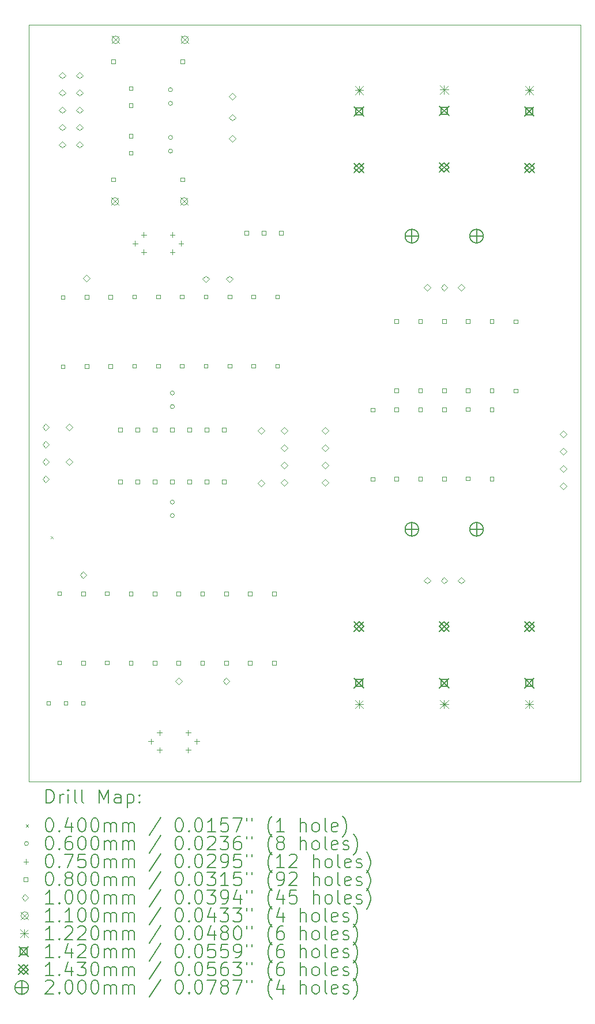
<source format=gbr>
%TF.GenerationSoftware,KiCad,Pcbnew,8.0.2-1*%
%TF.CreationDate,2024-05-07T18:20:18+02:00*%
%TF.ProjectId,sparkle,73706172-6b6c-4652-9e6b-696361645f70,rev?*%
%TF.SameCoordinates,Original*%
%TF.FileFunction,Drillmap*%
%TF.FilePolarity,Positive*%
%FSLAX45Y45*%
G04 Gerber Fmt 4.5, Leading zero omitted, Abs format (unit mm)*
G04 Created by KiCad (PCBNEW 8.0.2-1) date 2024-05-07 18:20:18*
%MOMM*%
%LPD*%
G01*
G04 APERTURE LIST*
%ADD10C,0.100000*%
%ADD11C,0.200000*%
%ADD12C,0.110000*%
%ADD13C,0.122000*%
%ADD14C,0.142000*%
%ADD15C,0.143000*%
G04 APERTURE END LIST*
D10*
X5000000Y-5000000D02*
X13100000Y-5000000D01*
X13100000Y-16100000D01*
X5000000Y-16100000D01*
X5000000Y-5000000D01*
D11*
D10*
X5320000Y-12500000D02*
X5360000Y-12540000D01*
X5360000Y-12500000D02*
X5320000Y-12540000D01*
X7110000Y-5952740D02*
G75*
G02*
X7050000Y-5952740I-30000J0D01*
G01*
X7050000Y-5952740D02*
G75*
G02*
X7110000Y-5952740I30000J0D01*
G01*
X7110000Y-6152740D02*
G75*
G02*
X7050000Y-6152740I-30000J0D01*
G01*
X7050000Y-6152740D02*
G75*
G02*
X7110000Y-6152740I30000J0D01*
G01*
X7110000Y-6652740D02*
G75*
G02*
X7050000Y-6652740I-30000J0D01*
G01*
X7050000Y-6652740D02*
G75*
G02*
X7110000Y-6652740I30000J0D01*
G01*
X7110000Y-6852740D02*
G75*
G02*
X7050000Y-6852740I-30000J0D01*
G01*
X7050000Y-6852740D02*
G75*
G02*
X7110000Y-6852740I30000J0D01*
G01*
X7138000Y-10400000D02*
G75*
G02*
X7078000Y-10400000I-30000J0D01*
G01*
X7078000Y-10400000D02*
G75*
G02*
X7138000Y-10400000I30000J0D01*
G01*
X7138000Y-10600000D02*
G75*
G02*
X7078000Y-10600000I-30000J0D01*
G01*
X7078000Y-10600000D02*
G75*
G02*
X7138000Y-10600000I30000J0D01*
G01*
X7138000Y-12000000D02*
G75*
G02*
X7078000Y-12000000I-30000J0D01*
G01*
X7078000Y-12000000D02*
G75*
G02*
X7138000Y-12000000I30000J0D01*
G01*
X7138000Y-12200000D02*
G75*
G02*
X7078000Y-12200000I-30000J0D01*
G01*
X7078000Y-12200000D02*
G75*
G02*
X7138000Y-12200000I30000J0D01*
G01*
X6561000Y-8169500D02*
X6561000Y-8244500D01*
X6523500Y-8207000D02*
X6598500Y-8207000D01*
X6688000Y-8042500D02*
X6688000Y-8117500D01*
X6650500Y-8080000D02*
X6725500Y-8080000D01*
X6688000Y-8296500D02*
X6688000Y-8371500D01*
X6650500Y-8334000D02*
X6725500Y-8334000D01*
X6793000Y-15473500D02*
X6793000Y-15548500D01*
X6755500Y-15511000D02*
X6830500Y-15511000D01*
X6920000Y-15346500D02*
X6920000Y-15421500D01*
X6882500Y-15384000D02*
X6957500Y-15384000D01*
X6920000Y-15600500D02*
X6920000Y-15675500D01*
X6882500Y-15638000D02*
X6957500Y-15638000D01*
X7108000Y-8042500D02*
X7108000Y-8117500D01*
X7070500Y-8080000D02*
X7145500Y-8080000D01*
X7108000Y-8296500D02*
X7108000Y-8371500D01*
X7070500Y-8334000D02*
X7145500Y-8334000D01*
X7235000Y-8169500D02*
X7235000Y-8244500D01*
X7197500Y-8207000D02*
X7272500Y-8207000D01*
X7338000Y-15345500D02*
X7338000Y-15420500D01*
X7300500Y-15383000D02*
X7375500Y-15383000D01*
X7338000Y-15599500D02*
X7338000Y-15674500D01*
X7300500Y-15637000D02*
X7375500Y-15637000D01*
X7465000Y-15472500D02*
X7465000Y-15547500D01*
X7427500Y-15510000D02*
X7502500Y-15510000D01*
X5315285Y-14978284D02*
X5315285Y-14921715D01*
X5258716Y-14921715D01*
X5258716Y-14978284D01*
X5315285Y-14978284D01*
X5478285Y-13367284D02*
X5478285Y-13310715D01*
X5421716Y-13310715D01*
X5421716Y-13367284D01*
X5478285Y-13367284D01*
X5478285Y-14383284D02*
X5478285Y-14326715D01*
X5421716Y-14326715D01*
X5421716Y-14383284D01*
X5478285Y-14383284D01*
X5528285Y-9025285D02*
X5528285Y-8968716D01*
X5471716Y-8968716D01*
X5471716Y-9025285D01*
X5528285Y-9025285D01*
X5528285Y-10041285D02*
X5528285Y-9984716D01*
X5471716Y-9984716D01*
X5471716Y-10041285D01*
X5528285Y-10041285D01*
X5569285Y-14978284D02*
X5569285Y-14921715D01*
X5512716Y-14921715D01*
X5512716Y-14978284D01*
X5569285Y-14978284D01*
X5823284Y-14978284D02*
X5823284Y-14921715D01*
X5766715Y-14921715D01*
X5766715Y-14978284D01*
X5823284Y-14978284D01*
X5828284Y-13373284D02*
X5828284Y-13316715D01*
X5771715Y-13316715D01*
X5771715Y-13373284D01*
X5828284Y-13373284D01*
X5828284Y-14389284D02*
X5828284Y-14332715D01*
X5771715Y-14332715D01*
X5771715Y-14389284D01*
X5828284Y-14389284D01*
X5878284Y-9023285D02*
X5878284Y-8966716D01*
X5821715Y-8966716D01*
X5821715Y-9023285D01*
X5878284Y-9023285D01*
X5878284Y-10039285D02*
X5878284Y-9982716D01*
X5821715Y-9982716D01*
X5821715Y-10039285D01*
X5878284Y-10039285D01*
X6178284Y-13367284D02*
X6178284Y-13310715D01*
X6121715Y-13310715D01*
X6121715Y-13367284D01*
X6178284Y-13367284D01*
X6178284Y-14383284D02*
X6178284Y-14326715D01*
X6121715Y-14326715D01*
X6121715Y-14383284D01*
X6178284Y-14383284D01*
X6228284Y-9023285D02*
X6228284Y-8966716D01*
X6171715Y-8966716D01*
X6171715Y-9023285D01*
X6228284Y-9023285D01*
X6228284Y-10039285D02*
X6228284Y-9982716D01*
X6171715Y-9982716D01*
X6171715Y-10039285D01*
X6228284Y-10039285D01*
X6271284Y-5568285D02*
X6271284Y-5511716D01*
X6214715Y-5511716D01*
X6214715Y-5568285D01*
X6271284Y-5568285D01*
X6271284Y-7298284D02*
X6271284Y-7241715D01*
X6214715Y-7241715D01*
X6214715Y-7298284D01*
X6271284Y-7298284D01*
X6370284Y-10966285D02*
X6370284Y-10909716D01*
X6313715Y-10909716D01*
X6313715Y-10966285D01*
X6370284Y-10966285D01*
X6370284Y-11728284D02*
X6370284Y-11671715D01*
X6313715Y-11671715D01*
X6313715Y-11728284D01*
X6370284Y-11728284D01*
X6528284Y-5960047D02*
X6528284Y-5903478D01*
X6471715Y-5903478D01*
X6471715Y-5960047D01*
X6528284Y-5960047D01*
X6528284Y-6210047D02*
X6528284Y-6153478D01*
X6471715Y-6153478D01*
X6471715Y-6210047D01*
X6528284Y-6210047D01*
X6528284Y-6658284D02*
X6528284Y-6601715D01*
X6471715Y-6601715D01*
X6471715Y-6658284D01*
X6528284Y-6658284D01*
X6528284Y-6908284D02*
X6528284Y-6851715D01*
X6471715Y-6851715D01*
X6471715Y-6908284D01*
X6528284Y-6908284D01*
X6528284Y-13373284D02*
X6528284Y-13316715D01*
X6471715Y-13316715D01*
X6471715Y-13373284D01*
X6528284Y-13373284D01*
X6528284Y-14389284D02*
X6528284Y-14332715D01*
X6471715Y-14332715D01*
X6471715Y-14389284D01*
X6528284Y-14389284D01*
X6578284Y-9017285D02*
X6578284Y-8960716D01*
X6521715Y-8960716D01*
X6521715Y-9017285D01*
X6578284Y-9017285D01*
X6578284Y-10033285D02*
X6578284Y-9976716D01*
X6521715Y-9976716D01*
X6521715Y-10033285D01*
X6578284Y-10033285D01*
X6624284Y-10966285D02*
X6624284Y-10909716D01*
X6567715Y-10909716D01*
X6567715Y-10966285D01*
X6624284Y-10966285D01*
X6624284Y-11728284D02*
X6624284Y-11671715D01*
X6567715Y-11671715D01*
X6567715Y-11728284D01*
X6624284Y-11728284D01*
X6878284Y-10966285D02*
X6878284Y-10909716D01*
X6821715Y-10909716D01*
X6821715Y-10966285D01*
X6878284Y-10966285D01*
X6878284Y-11728284D02*
X6878284Y-11671715D01*
X6821715Y-11671715D01*
X6821715Y-11728284D01*
X6878284Y-11728284D01*
X6878284Y-13373284D02*
X6878284Y-13316715D01*
X6821715Y-13316715D01*
X6821715Y-13373284D01*
X6878284Y-13373284D01*
X6878284Y-14389284D02*
X6878284Y-14332715D01*
X6821715Y-14332715D01*
X6821715Y-14389284D01*
X6878284Y-14389284D01*
X6928284Y-9017285D02*
X6928284Y-8960716D01*
X6871715Y-8960716D01*
X6871715Y-9017285D01*
X6928284Y-9017285D01*
X6928284Y-10033285D02*
X6928284Y-9976716D01*
X6871715Y-9976716D01*
X6871715Y-10033285D01*
X6928284Y-10033285D01*
X7132284Y-10966285D02*
X7132284Y-10909716D01*
X7075715Y-10909716D01*
X7075715Y-10966285D01*
X7132284Y-10966285D01*
X7132284Y-11728284D02*
X7132284Y-11671715D01*
X7075715Y-11671715D01*
X7075715Y-11728284D01*
X7132284Y-11728284D01*
X7228284Y-13373284D02*
X7228284Y-13316715D01*
X7171715Y-13316715D01*
X7171715Y-13373284D01*
X7228284Y-13373284D01*
X7228284Y-14389284D02*
X7228284Y-14332715D01*
X7171715Y-14332715D01*
X7171715Y-14389284D01*
X7228284Y-14389284D01*
X7278284Y-9015285D02*
X7278284Y-8958716D01*
X7221715Y-8958716D01*
X7221715Y-9015285D01*
X7278284Y-9015285D01*
X7278284Y-10031285D02*
X7278284Y-9974716D01*
X7221715Y-9974716D01*
X7221715Y-10031285D01*
X7278284Y-10031285D01*
X7287284Y-5568285D02*
X7287284Y-5511716D01*
X7230715Y-5511716D01*
X7230715Y-5568285D01*
X7287284Y-5568285D01*
X7287284Y-7298284D02*
X7287284Y-7241715D01*
X7230715Y-7241715D01*
X7230715Y-7298284D01*
X7287284Y-7298284D01*
X7386284Y-10966285D02*
X7386284Y-10909716D01*
X7329715Y-10909716D01*
X7329715Y-10966285D01*
X7386284Y-10966285D01*
X7386284Y-11728284D02*
X7386284Y-11671715D01*
X7329715Y-11671715D01*
X7329715Y-11728284D01*
X7386284Y-11728284D01*
X7578284Y-13373284D02*
X7578284Y-13316715D01*
X7521715Y-13316715D01*
X7521715Y-13373284D01*
X7578284Y-13373284D01*
X7578284Y-14389284D02*
X7578284Y-14332715D01*
X7521715Y-14332715D01*
X7521715Y-14389284D01*
X7578284Y-14389284D01*
X7628284Y-9017285D02*
X7628284Y-8960716D01*
X7571715Y-8960716D01*
X7571715Y-9017285D01*
X7628284Y-9017285D01*
X7628284Y-10033285D02*
X7628284Y-9976716D01*
X7571715Y-9976716D01*
X7571715Y-10033285D01*
X7628284Y-10033285D01*
X7640284Y-10966285D02*
X7640284Y-10909716D01*
X7583715Y-10909716D01*
X7583715Y-10966285D01*
X7640284Y-10966285D01*
X7640284Y-11728284D02*
X7640284Y-11671715D01*
X7583715Y-11671715D01*
X7583715Y-11728284D01*
X7640284Y-11728284D01*
X7894284Y-10966285D02*
X7894284Y-10909716D01*
X7837715Y-10909716D01*
X7837715Y-10966285D01*
X7894284Y-10966285D01*
X7894284Y-11728284D02*
X7894284Y-11671715D01*
X7837715Y-11671715D01*
X7837715Y-11728284D01*
X7894284Y-11728284D01*
X7928284Y-13373284D02*
X7928284Y-13316715D01*
X7871715Y-13316715D01*
X7871715Y-13373284D01*
X7928284Y-13373284D01*
X7928284Y-14389284D02*
X7928284Y-14332715D01*
X7871715Y-14332715D01*
X7871715Y-14389284D01*
X7928284Y-14389284D01*
X7978284Y-9017285D02*
X7978284Y-8960716D01*
X7921715Y-8960716D01*
X7921715Y-9017285D01*
X7978284Y-9017285D01*
X7978284Y-10033285D02*
X7978284Y-9976716D01*
X7921715Y-9976716D01*
X7921715Y-10033285D01*
X7978284Y-10033285D01*
X8225284Y-8078284D02*
X8225284Y-8021715D01*
X8168715Y-8021715D01*
X8168715Y-8078284D01*
X8225284Y-8078284D01*
X8278284Y-13373284D02*
X8278284Y-13316715D01*
X8221715Y-13316715D01*
X8221715Y-13373284D01*
X8278284Y-13373284D01*
X8278284Y-14389284D02*
X8278284Y-14332715D01*
X8221715Y-14332715D01*
X8221715Y-14389284D01*
X8278284Y-14389284D01*
X8328284Y-9015285D02*
X8328284Y-8958716D01*
X8271715Y-8958716D01*
X8271715Y-9015285D01*
X8328284Y-9015285D01*
X8328284Y-10031285D02*
X8328284Y-9974716D01*
X8271715Y-9974716D01*
X8271715Y-10031285D01*
X8328284Y-10031285D01*
X8479285Y-8078284D02*
X8479285Y-8021715D01*
X8422716Y-8021715D01*
X8422716Y-8078284D01*
X8479285Y-8078284D01*
X8628285Y-13373284D02*
X8628285Y-13316715D01*
X8571716Y-13316715D01*
X8571716Y-13373284D01*
X8628285Y-13373284D01*
X8628285Y-14389284D02*
X8628285Y-14332715D01*
X8571716Y-14332715D01*
X8571716Y-14389284D01*
X8628285Y-14389284D01*
X8678285Y-9017285D02*
X8678285Y-8960716D01*
X8621716Y-8960716D01*
X8621716Y-9017285D01*
X8678285Y-9017285D01*
X8678285Y-10033285D02*
X8678285Y-9976716D01*
X8621716Y-9976716D01*
X8621716Y-10033285D01*
X8678285Y-10033285D01*
X8733285Y-8078284D02*
X8733285Y-8021715D01*
X8676716Y-8021715D01*
X8676716Y-8078284D01*
X8733285Y-8078284D01*
X10078285Y-10675285D02*
X10078285Y-10618716D01*
X10021716Y-10618716D01*
X10021716Y-10675285D01*
X10078285Y-10675285D01*
X10078285Y-11691284D02*
X10078285Y-11634715D01*
X10021716Y-11634715D01*
X10021716Y-11691284D01*
X10078285Y-11691284D01*
X10428285Y-9375285D02*
X10428285Y-9318716D01*
X10371716Y-9318716D01*
X10371716Y-9375285D01*
X10428285Y-9375285D01*
X10428285Y-10391285D02*
X10428285Y-10334716D01*
X10371716Y-10334716D01*
X10371716Y-10391285D01*
X10428285Y-10391285D01*
X10428285Y-10673285D02*
X10428285Y-10616716D01*
X10371716Y-10616716D01*
X10371716Y-10673285D01*
X10428285Y-10673285D01*
X10428285Y-11689284D02*
X10428285Y-11632715D01*
X10371716Y-11632715D01*
X10371716Y-11689284D01*
X10428285Y-11689284D01*
X10778285Y-9375285D02*
X10778285Y-9318716D01*
X10721716Y-9318716D01*
X10721716Y-9375285D01*
X10778285Y-9375285D01*
X10778285Y-10391285D02*
X10778285Y-10334716D01*
X10721716Y-10334716D01*
X10721716Y-10391285D01*
X10778285Y-10391285D01*
X10778285Y-10673285D02*
X10778285Y-10616716D01*
X10721716Y-10616716D01*
X10721716Y-10673285D01*
X10778285Y-10673285D01*
X10778285Y-11689284D02*
X10778285Y-11632715D01*
X10721716Y-11632715D01*
X10721716Y-11689284D01*
X10778285Y-11689284D01*
X11128285Y-9375285D02*
X11128285Y-9318716D01*
X11071716Y-9318716D01*
X11071716Y-9375285D01*
X11128285Y-9375285D01*
X11128285Y-10391285D02*
X11128285Y-10334716D01*
X11071716Y-10334716D01*
X11071716Y-10391285D01*
X11128285Y-10391285D01*
X11128285Y-10673285D02*
X11128285Y-10616716D01*
X11071716Y-10616716D01*
X11071716Y-10673285D01*
X11128285Y-10673285D01*
X11128285Y-11689284D02*
X11128285Y-11632715D01*
X11071716Y-11632715D01*
X11071716Y-11689284D01*
X11128285Y-11689284D01*
X11478284Y-9375285D02*
X11478284Y-9318716D01*
X11421715Y-9318716D01*
X11421715Y-9375285D01*
X11478284Y-9375285D01*
X11478284Y-10391285D02*
X11478284Y-10334716D01*
X11421715Y-10334716D01*
X11421715Y-10391285D01*
X11478284Y-10391285D01*
X11478284Y-10667285D02*
X11478284Y-10610716D01*
X11421715Y-10610716D01*
X11421715Y-10667285D01*
X11478284Y-10667285D01*
X11478284Y-11683284D02*
X11478284Y-11626715D01*
X11421715Y-11626715D01*
X11421715Y-11683284D01*
X11478284Y-11683284D01*
X11828284Y-9375285D02*
X11828284Y-9318716D01*
X11771715Y-9318716D01*
X11771715Y-9375285D01*
X11828284Y-9375285D01*
X11828284Y-10391285D02*
X11828284Y-10334716D01*
X11771715Y-10334716D01*
X11771715Y-10391285D01*
X11828284Y-10391285D01*
X11828284Y-10673285D02*
X11828284Y-10616716D01*
X11771715Y-10616716D01*
X11771715Y-10673285D01*
X11828284Y-10673285D01*
X11828284Y-11689284D02*
X11828284Y-11632715D01*
X11771715Y-11632715D01*
X11771715Y-11689284D01*
X11828284Y-11689284D01*
X12178284Y-9381285D02*
X12178284Y-9324716D01*
X12121715Y-9324716D01*
X12121715Y-9381285D01*
X12178284Y-9381285D01*
X12178284Y-10397285D02*
X12178284Y-10340716D01*
X12121715Y-10340716D01*
X12121715Y-10397285D01*
X12178284Y-10397285D01*
X5250000Y-10950000D02*
X5300000Y-10900000D01*
X5250000Y-10850000D01*
X5200000Y-10900000D01*
X5250000Y-10950000D01*
X5250000Y-11204000D02*
X5300000Y-11154000D01*
X5250000Y-11104000D01*
X5200000Y-11154000D01*
X5250000Y-11204000D01*
X5250000Y-11458000D02*
X5300000Y-11408000D01*
X5250000Y-11358000D01*
X5200000Y-11408000D01*
X5250000Y-11458000D01*
X5250000Y-11712000D02*
X5300000Y-11662000D01*
X5250000Y-11612000D01*
X5200000Y-11662000D01*
X5250000Y-11712000D01*
X5493000Y-5792000D02*
X5543000Y-5742000D01*
X5493000Y-5692000D01*
X5443000Y-5742000D01*
X5493000Y-5792000D01*
X5493000Y-6046000D02*
X5543000Y-5996000D01*
X5493000Y-5946000D01*
X5443000Y-5996000D01*
X5493000Y-6046000D01*
X5493000Y-6300000D02*
X5543000Y-6250000D01*
X5493000Y-6200000D01*
X5443000Y-6250000D01*
X5493000Y-6300000D01*
X5493000Y-6554000D02*
X5543000Y-6504000D01*
X5493000Y-6454000D01*
X5443000Y-6504000D01*
X5493000Y-6554000D01*
X5493000Y-6808000D02*
X5543000Y-6758000D01*
X5493000Y-6708000D01*
X5443000Y-6758000D01*
X5493000Y-6808000D01*
X5590000Y-10950000D02*
X5640000Y-10900000D01*
X5590000Y-10850000D01*
X5540000Y-10900000D01*
X5590000Y-10950000D01*
X5590000Y-11460000D02*
X5640000Y-11410000D01*
X5590000Y-11360000D01*
X5540000Y-11410000D01*
X5590000Y-11460000D01*
X5747000Y-5792000D02*
X5797000Y-5742000D01*
X5747000Y-5692000D01*
X5697000Y-5742000D01*
X5747000Y-5792000D01*
X5747000Y-6046000D02*
X5797000Y-5996000D01*
X5747000Y-5946000D01*
X5697000Y-5996000D01*
X5747000Y-6046000D01*
X5747000Y-6300000D02*
X5797000Y-6250000D01*
X5747000Y-6200000D01*
X5697000Y-6250000D01*
X5747000Y-6300000D01*
X5747000Y-6554000D02*
X5797000Y-6504000D01*
X5747000Y-6454000D01*
X5697000Y-6504000D01*
X5747000Y-6554000D01*
X5747000Y-6808000D02*
X5797000Y-6758000D01*
X5747000Y-6708000D01*
X5697000Y-6758000D01*
X5747000Y-6808000D01*
X5800000Y-13120000D02*
X5850000Y-13070000D01*
X5800000Y-13020000D01*
X5750000Y-13070000D01*
X5800000Y-13120000D01*
X5850000Y-8770000D02*
X5900000Y-8720000D01*
X5850000Y-8670000D01*
X5800000Y-8720000D01*
X5850000Y-8770000D01*
X7200000Y-14680000D02*
X7250000Y-14630000D01*
X7200000Y-14580000D01*
X7150000Y-14630000D01*
X7200000Y-14680000D01*
X7600000Y-8780000D02*
X7650000Y-8730000D01*
X7600000Y-8680000D01*
X7550000Y-8730000D01*
X7600000Y-8780000D01*
X7900000Y-14680000D02*
X7950000Y-14630000D01*
X7900000Y-14580000D01*
X7850000Y-14630000D01*
X7900000Y-14680000D01*
X7950000Y-8780000D02*
X8000000Y-8730000D01*
X7950000Y-8680000D01*
X7900000Y-8730000D01*
X7950000Y-8780000D01*
X7990000Y-6100000D02*
X8040000Y-6050000D01*
X7990000Y-6000000D01*
X7940000Y-6050000D01*
X7990000Y-6100000D01*
X7990000Y-6410000D02*
X8040000Y-6360000D01*
X7990000Y-6310000D01*
X7940000Y-6360000D01*
X7990000Y-6410000D01*
X7990000Y-6720000D02*
X8040000Y-6670000D01*
X7990000Y-6620000D01*
X7940000Y-6670000D01*
X7990000Y-6720000D01*
X8410000Y-11000000D02*
X8460000Y-10950000D01*
X8410000Y-10900000D01*
X8360000Y-10950000D01*
X8410000Y-11000000D01*
X8410000Y-11770000D02*
X8460000Y-11720000D01*
X8410000Y-11670000D01*
X8360000Y-11720000D01*
X8410000Y-11770000D01*
X8750000Y-11000000D02*
X8800000Y-10950000D01*
X8750000Y-10900000D01*
X8700000Y-10950000D01*
X8750000Y-11000000D01*
X8750000Y-11254000D02*
X8800000Y-11204000D01*
X8750000Y-11154000D01*
X8700000Y-11204000D01*
X8750000Y-11254000D01*
X8750000Y-11508000D02*
X8800000Y-11458000D01*
X8750000Y-11408000D01*
X8700000Y-11458000D01*
X8750000Y-11508000D01*
X8750000Y-11762000D02*
X8800000Y-11712000D01*
X8750000Y-11662000D01*
X8700000Y-11712000D01*
X8750000Y-11762000D01*
X9350000Y-11000000D02*
X9400000Y-10950000D01*
X9350000Y-10900000D01*
X9300000Y-10950000D01*
X9350000Y-11000000D01*
X9350000Y-11254000D02*
X9400000Y-11204000D01*
X9350000Y-11154000D01*
X9300000Y-11204000D01*
X9350000Y-11254000D01*
X9350000Y-11508000D02*
X9400000Y-11458000D01*
X9350000Y-11408000D01*
X9300000Y-11458000D01*
X9350000Y-11508000D01*
X9350000Y-11762000D02*
X9400000Y-11712000D01*
X9350000Y-11662000D01*
X9300000Y-11712000D01*
X9350000Y-11762000D01*
X10850000Y-8900000D02*
X10900000Y-8850000D01*
X10850000Y-8800000D01*
X10800000Y-8850000D01*
X10850000Y-8900000D01*
X10850000Y-13200000D02*
X10900000Y-13150000D01*
X10850000Y-13100000D01*
X10800000Y-13150000D01*
X10850000Y-13200000D01*
X11100000Y-8900000D02*
X11150000Y-8850000D01*
X11100000Y-8800000D01*
X11050000Y-8850000D01*
X11100000Y-8900000D01*
X11100000Y-13200000D02*
X11150000Y-13150000D01*
X11100000Y-13100000D01*
X11050000Y-13150000D01*
X11100000Y-13200000D01*
X11350000Y-8900000D02*
X11400000Y-8850000D01*
X11350000Y-8800000D01*
X11300000Y-8850000D01*
X11350000Y-8900000D01*
X11350000Y-13200000D02*
X11400000Y-13150000D01*
X11350000Y-13100000D01*
X11300000Y-13150000D01*
X11350000Y-13200000D01*
X12850000Y-11050000D02*
X12900000Y-11000000D01*
X12850000Y-10950000D01*
X12800000Y-11000000D01*
X12850000Y-11050000D01*
X12850000Y-11304000D02*
X12900000Y-11254000D01*
X12850000Y-11204000D01*
X12800000Y-11254000D01*
X12850000Y-11304000D01*
X12850000Y-11558000D02*
X12900000Y-11508000D01*
X12850000Y-11458000D01*
X12800000Y-11508000D01*
X12850000Y-11558000D01*
X12850000Y-11812000D02*
X12900000Y-11762000D01*
X12850000Y-11712000D01*
X12800000Y-11762000D01*
X12850000Y-11812000D01*
D12*
X6210000Y-7535000D02*
X6320000Y-7645000D01*
X6320000Y-7535000D02*
X6210000Y-7645000D01*
X6320000Y-7590000D02*
G75*
G02*
X6210000Y-7590000I-55000J0D01*
G01*
X6210000Y-7590000D02*
G75*
G02*
X6320000Y-7590000I55000J0D01*
G01*
X6220000Y-5165000D02*
X6330000Y-5275000D01*
X6330000Y-5165000D02*
X6220000Y-5275000D01*
X6330000Y-5220000D02*
G75*
G02*
X6220000Y-5220000I-55000J0D01*
G01*
X6220000Y-5220000D02*
G75*
G02*
X6330000Y-5220000I55000J0D01*
G01*
X7226000Y-7535000D02*
X7336000Y-7645000D01*
X7336000Y-7535000D02*
X7226000Y-7645000D01*
X7336000Y-7590000D02*
G75*
G02*
X7226000Y-7590000I-55000J0D01*
G01*
X7226000Y-7590000D02*
G75*
G02*
X7336000Y-7590000I55000J0D01*
G01*
X7236000Y-5165000D02*
X7346000Y-5275000D01*
X7346000Y-5165000D02*
X7236000Y-5275000D01*
X7346000Y-5220000D02*
G75*
G02*
X7236000Y-5220000I-55000J0D01*
G01*
X7236000Y-5220000D02*
G75*
G02*
X7346000Y-5220000I55000J0D01*
G01*
D13*
X9789000Y-5899000D02*
X9911000Y-6021000D01*
X9911000Y-5899000D02*
X9789000Y-6021000D01*
X9850000Y-5899000D02*
X9850000Y-6021000D01*
X9789000Y-5960000D02*
X9911000Y-5960000D01*
X9789000Y-14904000D02*
X9911000Y-15026000D01*
X9911000Y-14904000D02*
X9789000Y-15026000D01*
X9850000Y-14904000D02*
X9850000Y-15026000D01*
X9789000Y-14965000D02*
X9911000Y-14965000D01*
X11039000Y-5891000D02*
X11161000Y-6013000D01*
X11161000Y-5891000D02*
X11039000Y-6013000D01*
X11100000Y-5891000D02*
X11100000Y-6013000D01*
X11039000Y-5952000D02*
X11161000Y-5952000D01*
X11039000Y-14904000D02*
X11161000Y-15026000D01*
X11161000Y-14904000D02*
X11039000Y-15026000D01*
X11100000Y-14904000D02*
X11100000Y-15026000D01*
X11039000Y-14965000D02*
X11161000Y-14965000D01*
X12289000Y-5899000D02*
X12411000Y-6021000D01*
X12411000Y-5899000D02*
X12289000Y-6021000D01*
X12350000Y-5899000D02*
X12350000Y-6021000D01*
X12289000Y-5960000D02*
X12411000Y-5960000D01*
X12289000Y-14904000D02*
X12411000Y-15026000D01*
X12411000Y-14904000D02*
X12289000Y-15026000D01*
X12350000Y-14904000D02*
X12350000Y-15026000D01*
X12289000Y-14965000D02*
X12411000Y-14965000D01*
D14*
X9779000Y-6199000D02*
X9921000Y-6341000D01*
X9921000Y-6199000D02*
X9779000Y-6341000D01*
X9900205Y-6320205D02*
X9900205Y-6219795D01*
X9799795Y-6219795D01*
X9799795Y-6320205D01*
X9900205Y-6320205D01*
X9779000Y-14584000D02*
X9921000Y-14726000D01*
X9921000Y-14584000D02*
X9779000Y-14726000D01*
X9900205Y-14705205D02*
X9900205Y-14604795D01*
X9799795Y-14604795D01*
X9799795Y-14705205D01*
X9900205Y-14705205D01*
X11029000Y-6191000D02*
X11171000Y-6333000D01*
X11171000Y-6191000D02*
X11029000Y-6333000D01*
X11150205Y-6312205D02*
X11150205Y-6211795D01*
X11049795Y-6211795D01*
X11049795Y-6312205D01*
X11150205Y-6312205D01*
X11029000Y-14584000D02*
X11171000Y-14726000D01*
X11171000Y-14584000D02*
X11029000Y-14726000D01*
X11150205Y-14705205D02*
X11150205Y-14604795D01*
X11049795Y-14604795D01*
X11049795Y-14705205D01*
X11150205Y-14705205D01*
X12279000Y-6199000D02*
X12421000Y-6341000D01*
X12421000Y-6199000D02*
X12279000Y-6341000D01*
X12400205Y-6320205D02*
X12400205Y-6219795D01*
X12299795Y-6219795D01*
X12299795Y-6320205D01*
X12400205Y-6320205D01*
X12279000Y-14584000D02*
X12421000Y-14726000D01*
X12421000Y-14584000D02*
X12279000Y-14726000D01*
X12400205Y-14705205D02*
X12400205Y-14604795D01*
X12299795Y-14604795D01*
X12299795Y-14705205D01*
X12400205Y-14705205D01*
D15*
X9778500Y-7028500D02*
X9921500Y-7171500D01*
X9921500Y-7028500D02*
X9778500Y-7171500D01*
X9850000Y-7171500D02*
X9921500Y-7100000D01*
X9850000Y-7028500D01*
X9778500Y-7100000D01*
X9850000Y-7171500D01*
X9778500Y-13753500D02*
X9921500Y-13896500D01*
X9921500Y-13753500D02*
X9778500Y-13896500D01*
X9850000Y-13896500D02*
X9921500Y-13825000D01*
X9850000Y-13753500D01*
X9778500Y-13825000D01*
X9850000Y-13896500D01*
X11028500Y-7020500D02*
X11171500Y-7163500D01*
X11171500Y-7020500D02*
X11028500Y-7163500D01*
X11100000Y-7163500D02*
X11171500Y-7092000D01*
X11100000Y-7020500D01*
X11028500Y-7092000D01*
X11100000Y-7163500D01*
X11028500Y-13753500D02*
X11171500Y-13896500D01*
X11171500Y-13753500D02*
X11028500Y-13896500D01*
X11100000Y-13896500D02*
X11171500Y-13825000D01*
X11100000Y-13753500D01*
X11028500Y-13825000D01*
X11100000Y-13896500D01*
X12278500Y-7028500D02*
X12421500Y-7171500D01*
X12421500Y-7028500D02*
X12278500Y-7171500D01*
X12350000Y-7171500D02*
X12421500Y-7100000D01*
X12350000Y-7028500D01*
X12278500Y-7100000D01*
X12350000Y-7171500D01*
X12278500Y-13753500D02*
X12421500Y-13896500D01*
X12421500Y-13753500D02*
X12278500Y-13896500D01*
X12350000Y-13896500D02*
X12421500Y-13825000D01*
X12350000Y-13753500D01*
X12278500Y-13825000D01*
X12350000Y-13896500D01*
D11*
X10625000Y-8000000D02*
X10625000Y-8200000D01*
X10525000Y-8100000D02*
X10725000Y-8100000D01*
X10725000Y-8100000D02*
G75*
G02*
X10525000Y-8100000I-100000J0D01*
G01*
X10525000Y-8100000D02*
G75*
G02*
X10725000Y-8100000I100000J0D01*
G01*
X10625000Y-12300000D02*
X10625000Y-12500000D01*
X10525000Y-12400000D02*
X10725000Y-12400000D01*
X10725000Y-12400000D02*
G75*
G02*
X10525000Y-12400000I-100000J0D01*
G01*
X10525000Y-12400000D02*
G75*
G02*
X10725000Y-12400000I100000J0D01*
G01*
X11575000Y-8000000D02*
X11575000Y-8200000D01*
X11475000Y-8100000D02*
X11675000Y-8100000D01*
X11675000Y-8100000D02*
G75*
G02*
X11475000Y-8100000I-100000J0D01*
G01*
X11475000Y-8100000D02*
G75*
G02*
X11675000Y-8100000I100000J0D01*
G01*
X11575000Y-12300000D02*
X11575000Y-12500000D01*
X11475000Y-12400000D02*
X11675000Y-12400000D01*
X11675000Y-12400000D02*
G75*
G02*
X11475000Y-12400000I-100000J0D01*
G01*
X11475000Y-12400000D02*
G75*
G02*
X11675000Y-12400000I100000J0D01*
G01*
X5255777Y-16416484D02*
X5255777Y-16216484D01*
X5255777Y-16216484D02*
X5303396Y-16216484D01*
X5303396Y-16216484D02*
X5331967Y-16226008D01*
X5331967Y-16226008D02*
X5351015Y-16245055D01*
X5351015Y-16245055D02*
X5360539Y-16264103D01*
X5360539Y-16264103D02*
X5370063Y-16302198D01*
X5370063Y-16302198D02*
X5370063Y-16330769D01*
X5370063Y-16330769D02*
X5360539Y-16368865D01*
X5360539Y-16368865D02*
X5351015Y-16387912D01*
X5351015Y-16387912D02*
X5331967Y-16406960D01*
X5331967Y-16406960D02*
X5303396Y-16416484D01*
X5303396Y-16416484D02*
X5255777Y-16416484D01*
X5455777Y-16416484D02*
X5455777Y-16283150D01*
X5455777Y-16321246D02*
X5465301Y-16302198D01*
X5465301Y-16302198D02*
X5474824Y-16292674D01*
X5474824Y-16292674D02*
X5493872Y-16283150D01*
X5493872Y-16283150D02*
X5512920Y-16283150D01*
X5579586Y-16416484D02*
X5579586Y-16283150D01*
X5579586Y-16216484D02*
X5570063Y-16226008D01*
X5570063Y-16226008D02*
X5579586Y-16235531D01*
X5579586Y-16235531D02*
X5589110Y-16226008D01*
X5589110Y-16226008D02*
X5579586Y-16216484D01*
X5579586Y-16216484D02*
X5579586Y-16235531D01*
X5703396Y-16416484D02*
X5684348Y-16406960D01*
X5684348Y-16406960D02*
X5674824Y-16387912D01*
X5674824Y-16387912D02*
X5674824Y-16216484D01*
X5808158Y-16416484D02*
X5789110Y-16406960D01*
X5789110Y-16406960D02*
X5779586Y-16387912D01*
X5779586Y-16387912D02*
X5779586Y-16216484D01*
X6036729Y-16416484D02*
X6036729Y-16216484D01*
X6036729Y-16216484D02*
X6103396Y-16359341D01*
X6103396Y-16359341D02*
X6170062Y-16216484D01*
X6170062Y-16216484D02*
X6170062Y-16416484D01*
X6351015Y-16416484D02*
X6351015Y-16311722D01*
X6351015Y-16311722D02*
X6341491Y-16292674D01*
X6341491Y-16292674D02*
X6322443Y-16283150D01*
X6322443Y-16283150D02*
X6284348Y-16283150D01*
X6284348Y-16283150D02*
X6265301Y-16292674D01*
X6351015Y-16406960D02*
X6331967Y-16416484D01*
X6331967Y-16416484D02*
X6284348Y-16416484D01*
X6284348Y-16416484D02*
X6265301Y-16406960D01*
X6265301Y-16406960D02*
X6255777Y-16387912D01*
X6255777Y-16387912D02*
X6255777Y-16368865D01*
X6255777Y-16368865D02*
X6265301Y-16349817D01*
X6265301Y-16349817D02*
X6284348Y-16340293D01*
X6284348Y-16340293D02*
X6331967Y-16340293D01*
X6331967Y-16340293D02*
X6351015Y-16330769D01*
X6446253Y-16283150D02*
X6446253Y-16483150D01*
X6446253Y-16292674D02*
X6465301Y-16283150D01*
X6465301Y-16283150D02*
X6503396Y-16283150D01*
X6503396Y-16283150D02*
X6522443Y-16292674D01*
X6522443Y-16292674D02*
X6531967Y-16302198D01*
X6531967Y-16302198D02*
X6541491Y-16321246D01*
X6541491Y-16321246D02*
X6541491Y-16378388D01*
X6541491Y-16378388D02*
X6531967Y-16397436D01*
X6531967Y-16397436D02*
X6522443Y-16406960D01*
X6522443Y-16406960D02*
X6503396Y-16416484D01*
X6503396Y-16416484D02*
X6465301Y-16416484D01*
X6465301Y-16416484D02*
X6446253Y-16406960D01*
X6627205Y-16397436D02*
X6636729Y-16406960D01*
X6636729Y-16406960D02*
X6627205Y-16416484D01*
X6627205Y-16416484D02*
X6617682Y-16406960D01*
X6617682Y-16406960D02*
X6627205Y-16397436D01*
X6627205Y-16397436D02*
X6627205Y-16416484D01*
X6627205Y-16292674D02*
X6636729Y-16302198D01*
X6636729Y-16302198D02*
X6627205Y-16311722D01*
X6627205Y-16311722D02*
X6617682Y-16302198D01*
X6617682Y-16302198D02*
X6627205Y-16292674D01*
X6627205Y-16292674D02*
X6627205Y-16311722D01*
D10*
X4955000Y-16725000D02*
X4995000Y-16765000D01*
X4995000Y-16725000D02*
X4955000Y-16765000D01*
D11*
X5293872Y-16636484D02*
X5312920Y-16636484D01*
X5312920Y-16636484D02*
X5331967Y-16646008D01*
X5331967Y-16646008D02*
X5341491Y-16655531D01*
X5341491Y-16655531D02*
X5351015Y-16674579D01*
X5351015Y-16674579D02*
X5360539Y-16712674D01*
X5360539Y-16712674D02*
X5360539Y-16760293D01*
X5360539Y-16760293D02*
X5351015Y-16798389D01*
X5351015Y-16798389D02*
X5341491Y-16817436D01*
X5341491Y-16817436D02*
X5331967Y-16826960D01*
X5331967Y-16826960D02*
X5312920Y-16836484D01*
X5312920Y-16836484D02*
X5293872Y-16836484D01*
X5293872Y-16836484D02*
X5274824Y-16826960D01*
X5274824Y-16826960D02*
X5265301Y-16817436D01*
X5265301Y-16817436D02*
X5255777Y-16798389D01*
X5255777Y-16798389D02*
X5246253Y-16760293D01*
X5246253Y-16760293D02*
X5246253Y-16712674D01*
X5246253Y-16712674D02*
X5255777Y-16674579D01*
X5255777Y-16674579D02*
X5265301Y-16655531D01*
X5265301Y-16655531D02*
X5274824Y-16646008D01*
X5274824Y-16646008D02*
X5293872Y-16636484D01*
X5446253Y-16817436D02*
X5455777Y-16826960D01*
X5455777Y-16826960D02*
X5446253Y-16836484D01*
X5446253Y-16836484D02*
X5436729Y-16826960D01*
X5436729Y-16826960D02*
X5446253Y-16817436D01*
X5446253Y-16817436D02*
X5446253Y-16836484D01*
X5627205Y-16703150D02*
X5627205Y-16836484D01*
X5579586Y-16626960D02*
X5531967Y-16769817D01*
X5531967Y-16769817D02*
X5655777Y-16769817D01*
X5770062Y-16636484D02*
X5789110Y-16636484D01*
X5789110Y-16636484D02*
X5808158Y-16646008D01*
X5808158Y-16646008D02*
X5817682Y-16655531D01*
X5817682Y-16655531D02*
X5827205Y-16674579D01*
X5827205Y-16674579D02*
X5836729Y-16712674D01*
X5836729Y-16712674D02*
X5836729Y-16760293D01*
X5836729Y-16760293D02*
X5827205Y-16798389D01*
X5827205Y-16798389D02*
X5817682Y-16817436D01*
X5817682Y-16817436D02*
X5808158Y-16826960D01*
X5808158Y-16826960D02*
X5789110Y-16836484D01*
X5789110Y-16836484D02*
X5770062Y-16836484D01*
X5770062Y-16836484D02*
X5751015Y-16826960D01*
X5751015Y-16826960D02*
X5741491Y-16817436D01*
X5741491Y-16817436D02*
X5731967Y-16798389D01*
X5731967Y-16798389D02*
X5722443Y-16760293D01*
X5722443Y-16760293D02*
X5722443Y-16712674D01*
X5722443Y-16712674D02*
X5731967Y-16674579D01*
X5731967Y-16674579D02*
X5741491Y-16655531D01*
X5741491Y-16655531D02*
X5751015Y-16646008D01*
X5751015Y-16646008D02*
X5770062Y-16636484D01*
X5960539Y-16636484D02*
X5979586Y-16636484D01*
X5979586Y-16636484D02*
X5998634Y-16646008D01*
X5998634Y-16646008D02*
X6008158Y-16655531D01*
X6008158Y-16655531D02*
X6017682Y-16674579D01*
X6017682Y-16674579D02*
X6027205Y-16712674D01*
X6027205Y-16712674D02*
X6027205Y-16760293D01*
X6027205Y-16760293D02*
X6017682Y-16798389D01*
X6017682Y-16798389D02*
X6008158Y-16817436D01*
X6008158Y-16817436D02*
X5998634Y-16826960D01*
X5998634Y-16826960D02*
X5979586Y-16836484D01*
X5979586Y-16836484D02*
X5960539Y-16836484D01*
X5960539Y-16836484D02*
X5941491Y-16826960D01*
X5941491Y-16826960D02*
X5931967Y-16817436D01*
X5931967Y-16817436D02*
X5922443Y-16798389D01*
X5922443Y-16798389D02*
X5912920Y-16760293D01*
X5912920Y-16760293D02*
X5912920Y-16712674D01*
X5912920Y-16712674D02*
X5922443Y-16674579D01*
X5922443Y-16674579D02*
X5931967Y-16655531D01*
X5931967Y-16655531D02*
X5941491Y-16646008D01*
X5941491Y-16646008D02*
X5960539Y-16636484D01*
X6112920Y-16836484D02*
X6112920Y-16703150D01*
X6112920Y-16722198D02*
X6122443Y-16712674D01*
X6122443Y-16712674D02*
X6141491Y-16703150D01*
X6141491Y-16703150D02*
X6170063Y-16703150D01*
X6170063Y-16703150D02*
X6189110Y-16712674D01*
X6189110Y-16712674D02*
X6198634Y-16731722D01*
X6198634Y-16731722D02*
X6198634Y-16836484D01*
X6198634Y-16731722D02*
X6208158Y-16712674D01*
X6208158Y-16712674D02*
X6227205Y-16703150D01*
X6227205Y-16703150D02*
X6255777Y-16703150D01*
X6255777Y-16703150D02*
X6274824Y-16712674D01*
X6274824Y-16712674D02*
X6284348Y-16731722D01*
X6284348Y-16731722D02*
X6284348Y-16836484D01*
X6379586Y-16836484D02*
X6379586Y-16703150D01*
X6379586Y-16722198D02*
X6389110Y-16712674D01*
X6389110Y-16712674D02*
X6408158Y-16703150D01*
X6408158Y-16703150D02*
X6436729Y-16703150D01*
X6436729Y-16703150D02*
X6455777Y-16712674D01*
X6455777Y-16712674D02*
X6465301Y-16731722D01*
X6465301Y-16731722D02*
X6465301Y-16836484D01*
X6465301Y-16731722D02*
X6474824Y-16712674D01*
X6474824Y-16712674D02*
X6493872Y-16703150D01*
X6493872Y-16703150D02*
X6522443Y-16703150D01*
X6522443Y-16703150D02*
X6541491Y-16712674D01*
X6541491Y-16712674D02*
X6551015Y-16731722D01*
X6551015Y-16731722D02*
X6551015Y-16836484D01*
X6941491Y-16626960D02*
X6770063Y-16884103D01*
X7198634Y-16636484D02*
X7217682Y-16636484D01*
X7217682Y-16636484D02*
X7236729Y-16646008D01*
X7236729Y-16646008D02*
X7246253Y-16655531D01*
X7246253Y-16655531D02*
X7255777Y-16674579D01*
X7255777Y-16674579D02*
X7265301Y-16712674D01*
X7265301Y-16712674D02*
X7265301Y-16760293D01*
X7265301Y-16760293D02*
X7255777Y-16798389D01*
X7255777Y-16798389D02*
X7246253Y-16817436D01*
X7246253Y-16817436D02*
X7236729Y-16826960D01*
X7236729Y-16826960D02*
X7217682Y-16836484D01*
X7217682Y-16836484D02*
X7198634Y-16836484D01*
X7198634Y-16836484D02*
X7179586Y-16826960D01*
X7179586Y-16826960D02*
X7170063Y-16817436D01*
X7170063Y-16817436D02*
X7160539Y-16798389D01*
X7160539Y-16798389D02*
X7151015Y-16760293D01*
X7151015Y-16760293D02*
X7151015Y-16712674D01*
X7151015Y-16712674D02*
X7160539Y-16674579D01*
X7160539Y-16674579D02*
X7170063Y-16655531D01*
X7170063Y-16655531D02*
X7179586Y-16646008D01*
X7179586Y-16646008D02*
X7198634Y-16636484D01*
X7351015Y-16817436D02*
X7360539Y-16826960D01*
X7360539Y-16826960D02*
X7351015Y-16836484D01*
X7351015Y-16836484D02*
X7341491Y-16826960D01*
X7341491Y-16826960D02*
X7351015Y-16817436D01*
X7351015Y-16817436D02*
X7351015Y-16836484D01*
X7484348Y-16636484D02*
X7503396Y-16636484D01*
X7503396Y-16636484D02*
X7522444Y-16646008D01*
X7522444Y-16646008D02*
X7531967Y-16655531D01*
X7531967Y-16655531D02*
X7541491Y-16674579D01*
X7541491Y-16674579D02*
X7551015Y-16712674D01*
X7551015Y-16712674D02*
X7551015Y-16760293D01*
X7551015Y-16760293D02*
X7541491Y-16798389D01*
X7541491Y-16798389D02*
X7531967Y-16817436D01*
X7531967Y-16817436D02*
X7522444Y-16826960D01*
X7522444Y-16826960D02*
X7503396Y-16836484D01*
X7503396Y-16836484D02*
X7484348Y-16836484D01*
X7484348Y-16836484D02*
X7465301Y-16826960D01*
X7465301Y-16826960D02*
X7455777Y-16817436D01*
X7455777Y-16817436D02*
X7446253Y-16798389D01*
X7446253Y-16798389D02*
X7436729Y-16760293D01*
X7436729Y-16760293D02*
X7436729Y-16712674D01*
X7436729Y-16712674D02*
X7446253Y-16674579D01*
X7446253Y-16674579D02*
X7455777Y-16655531D01*
X7455777Y-16655531D02*
X7465301Y-16646008D01*
X7465301Y-16646008D02*
X7484348Y-16636484D01*
X7741491Y-16836484D02*
X7627206Y-16836484D01*
X7684348Y-16836484D02*
X7684348Y-16636484D01*
X7684348Y-16636484D02*
X7665301Y-16665055D01*
X7665301Y-16665055D02*
X7646253Y-16684103D01*
X7646253Y-16684103D02*
X7627206Y-16693627D01*
X7922444Y-16636484D02*
X7827206Y-16636484D01*
X7827206Y-16636484D02*
X7817682Y-16731722D01*
X7817682Y-16731722D02*
X7827206Y-16722198D01*
X7827206Y-16722198D02*
X7846253Y-16712674D01*
X7846253Y-16712674D02*
X7893872Y-16712674D01*
X7893872Y-16712674D02*
X7912920Y-16722198D01*
X7912920Y-16722198D02*
X7922444Y-16731722D01*
X7922444Y-16731722D02*
X7931967Y-16750769D01*
X7931967Y-16750769D02*
X7931967Y-16798389D01*
X7931967Y-16798389D02*
X7922444Y-16817436D01*
X7922444Y-16817436D02*
X7912920Y-16826960D01*
X7912920Y-16826960D02*
X7893872Y-16836484D01*
X7893872Y-16836484D02*
X7846253Y-16836484D01*
X7846253Y-16836484D02*
X7827206Y-16826960D01*
X7827206Y-16826960D02*
X7817682Y-16817436D01*
X7998634Y-16636484D02*
X8131967Y-16636484D01*
X8131967Y-16636484D02*
X8046253Y-16836484D01*
X8198634Y-16636484D02*
X8198634Y-16674579D01*
X8274825Y-16636484D02*
X8274825Y-16674579D01*
X8570063Y-16912674D02*
X8560539Y-16903150D01*
X8560539Y-16903150D02*
X8541491Y-16874579D01*
X8541491Y-16874579D02*
X8531968Y-16855531D01*
X8531968Y-16855531D02*
X8522444Y-16826960D01*
X8522444Y-16826960D02*
X8512920Y-16779341D01*
X8512920Y-16779341D02*
X8512920Y-16741246D01*
X8512920Y-16741246D02*
X8522444Y-16693627D01*
X8522444Y-16693627D02*
X8531968Y-16665055D01*
X8531968Y-16665055D02*
X8541491Y-16646008D01*
X8541491Y-16646008D02*
X8560539Y-16617436D01*
X8560539Y-16617436D02*
X8570063Y-16607912D01*
X8751015Y-16836484D02*
X8636730Y-16836484D01*
X8693872Y-16836484D02*
X8693872Y-16636484D01*
X8693872Y-16636484D02*
X8674825Y-16665055D01*
X8674825Y-16665055D02*
X8655777Y-16684103D01*
X8655777Y-16684103D02*
X8636730Y-16693627D01*
X8989111Y-16836484D02*
X8989111Y-16636484D01*
X9074825Y-16836484D02*
X9074825Y-16731722D01*
X9074825Y-16731722D02*
X9065301Y-16712674D01*
X9065301Y-16712674D02*
X9046253Y-16703150D01*
X9046253Y-16703150D02*
X9017682Y-16703150D01*
X9017682Y-16703150D02*
X8998634Y-16712674D01*
X8998634Y-16712674D02*
X8989111Y-16722198D01*
X9198634Y-16836484D02*
X9179587Y-16826960D01*
X9179587Y-16826960D02*
X9170063Y-16817436D01*
X9170063Y-16817436D02*
X9160539Y-16798389D01*
X9160539Y-16798389D02*
X9160539Y-16741246D01*
X9160539Y-16741246D02*
X9170063Y-16722198D01*
X9170063Y-16722198D02*
X9179587Y-16712674D01*
X9179587Y-16712674D02*
X9198634Y-16703150D01*
X9198634Y-16703150D02*
X9227206Y-16703150D01*
X9227206Y-16703150D02*
X9246253Y-16712674D01*
X9246253Y-16712674D02*
X9255777Y-16722198D01*
X9255777Y-16722198D02*
X9265301Y-16741246D01*
X9265301Y-16741246D02*
X9265301Y-16798389D01*
X9265301Y-16798389D02*
X9255777Y-16817436D01*
X9255777Y-16817436D02*
X9246253Y-16826960D01*
X9246253Y-16826960D02*
X9227206Y-16836484D01*
X9227206Y-16836484D02*
X9198634Y-16836484D01*
X9379587Y-16836484D02*
X9360539Y-16826960D01*
X9360539Y-16826960D02*
X9351015Y-16807912D01*
X9351015Y-16807912D02*
X9351015Y-16636484D01*
X9531968Y-16826960D02*
X9512920Y-16836484D01*
X9512920Y-16836484D02*
X9474825Y-16836484D01*
X9474825Y-16836484D02*
X9455777Y-16826960D01*
X9455777Y-16826960D02*
X9446253Y-16807912D01*
X9446253Y-16807912D02*
X9446253Y-16731722D01*
X9446253Y-16731722D02*
X9455777Y-16712674D01*
X9455777Y-16712674D02*
X9474825Y-16703150D01*
X9474825Y-16703150D02*
X9512920Y-16703150D01*
X9512920Y-16703150D02*
X9531968Y-16712674D01*
X9531968Y-16712674D02*
X9541492Y-16731722D01*
X9541492Y-16731722D02*
X9541492Y-16750769D01*
X9541492Y-16750769D02*
X9446253Y-16769817D01*
X9608158Y-16912674D02*
X9617682Y-16903150D01*
X9617682Y-16903150D02*
X9636730Y-16874579D01*
X9636730Y-16874579D02*
X9646253Y-16855531D01*
X9646253Y-16855531D02*
X9655777Y-16826960D01*
X9655777Y-16826960D02*
X9665301Y-16779341D01*
X9665301Y-16779341D02*
X9665301Y-16741246D01*
X9665301Y-16741246D02*
X9655777Y-16693627D01*
X9655777Y-16693627D02*
X9646253Y-16665055D01*
X9646253Y-16665055D02*
X9636730Y-16646008D01*
X9636730Y-16646008D02*
X9617682Y-16617436D01*
X9617682Y-16617436D02*
X9608158Y-16607912D01*
D10*
X4995000Y-17009000D02*
G75*
G02*
X4935000Y-17009000I-30000J0D01*
G01*
X4935000Y-17009000D02*
G75*
G02*
X4995000Y-17009000I30000J0D01*
G01*
D11*
X5293872Y-16900484D02*
X5312920Y-16900484D01*
X5312920Y-16900484D02*
X5331967Y-16910008D01*
X5331967Y-16910008D02*
X5341491Y-16919531D01*
X5341491Y-16919531D02*
X5351015Y-16938579D01*
X5351015Y-16938579D02*
X5360539Y-16976674D01*
X5360539Y-16976674D02*
X5360539Y-17024293D01*
X5360539Y-17024293D02*
X5351015Y-17062389D01*
X5351015Y-17062389D02*
X5341491Y-17081436D01*
X5341491Y-17081436D02*
X5331967Y-17090960D01*
X5331967Y-17090960D02*
X5312920Y-17100484D01*
X5312920Y-17100484D02*
X5293872Y-17100484D01*
X5293872Y-17100484D02*
X5274824Y-17090960D01*
X5274824Y-17090960D02*
X5265301Y-17081436D01*
X5265301Y-17081436D02*
X5255777Y-17062389D01*
X5255777Y-17062389D02*
X5246253Y-17024293D01*
X5246253Y-17024293D02*
X5246253Y-16976674D01*
X5246253Y-16976674D02*
X5255777Y-16938579D01*
X5255777Y-16938579D02*
X5265301Y-16919531D01*
X5265301Y-16919531D02*
X5274824Y-16910008D01*
X5274824Y-16910008D02*
X5293872Y-16900484D01*
X5446253Y-17081436D02*
X5455777Y-17090960D01*
X5455777Y-17090960D02*
X5446253Y-17100484D01*
X5446253Y-17100484D02*
X5436729Y-17090960D01*
X5436729Y-17090960D02*
X5446253Y-17081436D01*
X5446253Y-17081436D02*
X5446253Y-17100484D01*
X5627205Y-16900484D02*
X5589110Y-16900484D01*
X5589110Y-16900484D02*
X5570063Y-16910008D01*
X5570063Y-16910008D02*
X5560539Y-16919531D01*
X5560539Y-16919531D02*
X5541491Y-16948103D01*
X5541491Y-16948103D02*
X5531967Y-16986198D01*
X5531967Y-16986198D02*
X5531967Y-17062389D01*
X5531967Y-17062389D02*
X5541491Y-17081436D01*
X5541491Y-17081436D02*
X5551015Y-17090960D01*
X5551015Y-17090960D02*
X5570063Y-17100484D01*
X5570063Y-17100484D02*
X5608158Y-17100484D01*
X5608158Y-17100484D02*
X5627205Y-17090960D01*
X5627205Y-17090960D02*
X5636729Y-17081436D01*
X5636729Y-17081436D02*
X5646253Y-17062389D01*
X5646253Y-17062389D02*
X5646253Y-17014770D01*
X5646253Y-17014770D02*
X5636729Y-16995722D01*
X5636729Y-16995722D02*
X5627205Y-16986198D01*
X5627205Y-16986198D02*
X5608158Y-16976674D01*
X5608158Y-16976674D02*
X5570063Y-16976674D01*
X5570063Y-16976674D02*
X5551015Y-16986198D01*
X5551015Y-16986198D02*
X5541491Y-16995722D01*
X5541491Y-16995722D02*
X5531967Y-17014770D01*
X5770062Y-16900484D02*
X5789110Y-16900484D01*
X5789110Y-16900484D02*
X5808158Y-16910008D01*
X5808158Y-16910008D02*
X5817682Y-16919531D01*
X5817682Y-16919531D02*
X5827205Y-16938579D01*
X5827205Y-16938579D02*
X5836729Y-16976674D01*
X5836729Y-16976674D02*
X5836729Y-17024293D01*
X5836729Y-17024293D02*
X5827205Y-17062389D01*
X5827205Y-17062389D02*
X5817682Y-17081436D01*
X5817682Y-17081436D02*
X5808158Y-17090960D01*
X5808158Y-17090960D02*
X5789110Y-17100484D01*
X5789110Y-17100484D02*
X5770062Y-17100484D01*
X5770062Y-17100484D02*
X5751015Y-17090960D01*
X5751015Y-17090960D02*
X5741491Y-17081436D01*
X5741491Y-17081436D02*
X5731967Y-17062389D01*
X5731967Y-17062389D02*
X5722443Y-17024293D01*
X5722443Y-17024293D02*
X5722443Y-16976674D01*
X5722443Y-16976674D02*
X5731967Y-16938579D01*
X5731967Y-16938579D02*
X5741491Y-16919531D01*
X5741491Y-16919531D02*
X5751015Y-16910008D01*
X5751015Y-16910008D02*
X5770062Y-16900484D01*
X5960539Y-16900484D02*
X5979586Y-16900484D01*
X5979586Y-16900484D02*
X5998634Y-16910008D01*
X5998634Y-16910008D02*
X6008158Y-16919531D01*
X6008158Y-16919531D02*
X6017682Y-16938579D01*
X6017682Y-16938579D02*
X6027205Y-16976674D01*
X6027205Y-16976674D02*
X6027205Y-17024293D01*
X6027205Y-17024293D02*
X6017682Y-17062389D01*
X6017682Y-17062389D02*
X6008158Y-17081436D01*
X6008158Y-17081436D02*
X5998634Y-17090960D01*
X5998634Y-17090960D02*
X5979586Y-17100484D01*
X5979586Y-17100484D02*
X5960539Y-17100484D01*
X5960539Y-17100484D02*
X5941491Y-17090960D01*
X5941491Y-17090960D02*
X5931967Y-17081436D01*
X5931967Y-17081436D02*
X5922443Y-17062389D01*
X5922443Y-17062389D02*
X5912920Y-17024293D01*
X5912920Y-17024293D02*
X5912920Y-16976674D01*
X5912920Y-16976674D02*
X5922443Y-16938579D01*
X5922443Y-16938579D02*
X5931967Y-16919531D01*
X5931967Y-16919531D02*
X5941491Y-16910008D01*
X5941491Y-16910008D02*
X5960539Y-16900484D01*
X6112920Y-17100484D02*
X6112920Y-16967150D01*
X6112920Y-16986198D02*
X6122443Y-16976674D01*
X6122443Y-16976674D02*
X6141491Y-16967150D01*
X6141491Y-16967150D02*
X6170063Y-16967150D01*
X6170063Y-16967150D02*
X6189110Y-16976674D01*
X6189110Y-16976674D02*
X6198634Y-16995722D01*
X6198634Y-16995722D02*
X6198634Y-17100484D01*
X6198634Y-16995722D02*
X6208158Y-16976674D01*
X6208158Y-16976674D02*
X6227205Y-16967150D01*
X6227205Y-16967150D02*
X6255777Y-16967150D01*
X6255777Y-16967150D02*
X6274824Y-16976674D01*
X6274824Y-16976674D02*
X6284348Y-16995722D01*
X6284348Y-16995722D02*
X6284348Y-17100484D01*
X6379586Y-17100484D02*
X6379586Y-16967150D01*
X6379586Y-16986198D02*
X6389110Y-16976674D01*
X6389110Y-16976674D02*
X6408158Y-16967150D01*
X6408158Y-16967150D02*
X6436729Y-16967150D01*
X6436729Y-16967150D02*
X6455777Y-16976674D01*
X6455777Y-16976674D02*
X6465301Y-16995722D01*
X6465301Y-16995722D02*
X6465301Y-17100484D01*
X6465301Y-16995722D02*
X6474824Y-16976674D01*
X6474824Y-16976674D02*
X6493872Y-16967150D01*
X6493872Y-16967150D02*
X6522443Y-16967150D01*
X6522443Y-16967150D02*
X6541491Y-16976674D01*
X6541491Y-16976674D02*
X6551015Y-16995722D01*
X6551015Y-16995722D02*
X6551015Y-17100484D01*
X6941491Y-16890960D02*
X6770063Y-17148103D01*
X7198634Y-16900484D02*
X7217682Y-16900484D01*
X7217682Y-16900484D02*
X7236729Y-16910008D01*
X7236729Y-16910008D02*
X7246253Y-16919531D01*
X7246253Y-16919531D02*
X7255777Y-16938579D01*
X7255777Y-16938579D02*
X7265301Y-16976674D01*
X7265301Y-16976674D02*
X7265301Y-17024293D01*
X7265301Y-17024293D02*
X7255777Y-17062389D01*
X7255777Y-17062389D02*
X7246253Y-17081436D01*
X7246253Y-17081436D02*
X7236729Y-17090960D01*
X7236729Y-17090960D02*
X7217682Y-17100484D01*
X7217682Y-17100484D02*
X7198634Y-17100484D01*
X7198634Y-17100484D02*
X7179586Y-17090960D01*
X7179586Y-17090960D02*
X7170063Y-17081436D01*
X7170063Y-17081436D02*
X7160539Y-17062389D01*
X7160539Y-17062389D02*
X7151015Y-17024293D01*
X7151015Y-17024293D02*
X7151015Y-16976674D01*
X7151015Y-16976674D02*
X7160539Y-16938579D01*
X7160539Y-16938579D02*
X7170063Y-16919531D01*
X7170063Y-16919531D02*
X7179586Y-16910008D01*
X7179586Y-16910008D02*
X7198634Y-16900484D01*
X7351015Y-17081436D02*
X7360539Y-17090960D01*
X7360539Y-17090960D02*
X7351015Y-17100484D01*
X7351015Y-17100484D02*
X7341491Y-17090960D01*
X7341491Y-17090960D02*
X7351015Y-17081436D01*
X7351015Y-17081436D02*
X7351015Y-17100484D01*
X7484348Y-16900484D02*
X7503396Y-16900484D01*
X7503396Y-16900484D02*
X7522444Y-16910008D01*
X7522444Y-16910008D02*
X7531967Y-16919531D01*
X7531967Y-16919531D02*
X7541491Y-16938579D01*
X7541491Y-16938579D02*
X7551015Y-16976674D01*
X7551015Y-16976674D02*
X7551015Y-17024293D01*
X7551015Y-17024293D02*
X7541491Y-17062389D01*
X7541491Y-17062389D02*
X7531967Y-17081436D01*
X7531967Y-17081436D02*
X7522444Y-17090960D01*
X7522444Y-17090960D02*
X7503396Y-17100484D01*
X7503396Y-17100484D02*
X7484348Y-17100484D01*
X7484348Y-17100484D02*
X7465301Y-17090960D01*
X7465301Y-17090960D02*
X7455777Y-17081436D01*
X7455777Y-17081436D02*
X7446253Y-17062389D01*
X7446253Y-17062389D02*
X7436729Y-17024293D01*
X7436729Y-17024293D02*
X7436729Y-16976674D01*
X7436729Y-16976674D02*
X7446253Y-16938579D01*
X7446253Y-16938579D02*
X7455777Y-16919531D01*
X7455777Y-16919531D02*
X7465301Y-16910008D01*
X7465301Y-16910008D02*
X7484348Y-16900484D01*
X7627206Y-16919531D02*
X7636729Y-16910008D01*
X7636729Y-16910008D02*
X7655777Y-16900484D01*
X7655777Y-16900484D02*
X7703396Y-16900484D01*
X7703396Y-16900484D02*
X7722444Y-16910008D01*
X7722444Y-16910008D02*
X7731967Y-16919531D01*
X7731967Y-16919531D02*
X7741491Y-16938579D01*
X7741491Y-16938579D02*
X7741491Y-16957627D01*
X7741491Y-16957627D02*
X7731967Y-16986198D01*
X7731967Y-16986198D02*
X7617682Y-17100484D01*
X7617682Y-17100484D02*
X7741491Y-17100484D01*
X7808158Y-16900484D02*
X7931967Y-16900484D01*
X7931967Y-16900484D02*
X7865301Y-16976674D01*
X7865301Y-16976674D02*
X7893872Y-16976674D01*
X7893872Y-16976674D02*
X7912920Y-16986198D01*
X7912920Y-16986198D02*
X7922444Y-16995722D01*
X7922444Y-16995722D02*
X7931967Y-17014770D01*
X7931967Y-17014770D02*
X7931967Y-17062389D01*
X7931967Y-17062389D02*
X7922444Y-17081436D01*
X7922444Y-17081436D02*
X7912920Y-17090960D01*
X7912920Y-17090960D02*
X7893872Y-17100484D01*
X7893872Y-17100484D02*
X7836729Y-17100484D01*
X7836729Y-17100484D02*
X7817682Y-17090960D01*
X7817682Y-17090960D02*
X7808158Y-17081436D01*
X8103396Y-16900484D02*
X8065301Y-16900484D01*
X8065301Y-16900484D02*
X8046253Y-16910008D01*
X8046253Y-16910008D02*
X8036729Y-16919531D01*
X8036729Y-16919531D02*
X8017682Y-16948103D01*
X8017682Y-16948103D02*
X8008158Y-16986198D01*
X8008158Y-16986198D02*
X8008158Y-17062389D01*
X8008158Y-17062389D02*
X8017682Y-17081436D01*
X8017682Y-17081436D02*
X8027206Y-17090960D01*
X8027206Y-17090960D02*
X8046253Y-17100484D01*
X8046253Y-17100484D02*
X8084348Y-17100484D01*
X8084348Y-17100484D02*
X8103396Y-17090960D01*
X8103396Y-17090960D02*
X8112920Y-17081436D01*
X8112920Y-17081436D02*
X8122444Y-17062389D01*
X8122444Y-17062389D02*
X8122444Y-17014770D01*
X8122444Y-17014770D02*
X8112920Y-16995722D01*
X8112920Y-16995722D02*
X8103396Y-16986198D01*
X8103396Y-16986198D02*
X8084348Y-16976674D01*
X8084348Y-16976674D02*
X8046253Y-16976674D01*
X8046253Y-16976674D02*
X8027206Y-16986198D01*
X8027206Y-16986198D02*
X8017682Y-16995722D01*
X8017682Y-16995722D02*
X8008158Y-17014770D01*
X8198634Y-16900484D02*
X8198634Y-16938579D01*
X8274825Y-16900484D02*
X8274825Y-16938579D01*
X8570063Y-17176674D02*
X8560539Y-17167150D01*
X8560539Y-17167150D02*
X8541491Y-17138579D01*
X8541491Y-17138579D02*
X8531968Y-17119531D01*
X8531968Y-17119531D02*
X8522444Y-17090960D01*
X8522444Y-17090960D02*
X8512920Y-17043341D01*
X8512920Y-17043341D02*
X8512920Y-17005246D01*
X8512920Y-17005246D02*
X8522444Y-16957627D01*
X8522444Y-16957627D02*
X8531968Y-16929055D01*
X8531968Y-16929055D02*
X8541491Y-16910008D01*
X8541491Y-16910008D02*
X8560539Y-16881436D01*
X8560539Y-16881436D02*
X8570063Y-16871912D01*
X8674825Y-16986198D02*
X8655777Y-16976674D01*
X8655777Y-16976674D02*
X8646253Y-16967150D01*
X8646253Y-16967150D02*
X8636730Y-16948103D01*
X8636730Y-16948103D02*
X8636730Y-16938579D01*
X8636730Y-16938579D02*
X8646253Y-16919531D01*
X8646253Y-16919531D02*
X8655777Y-16910008D01*
X8655777Y-16910008D02*
X8674825Y-16900484D01*
X8674825Y-16900484D02*
X8712920Y-16900484D01*
X8712920Y-16900484D02*
X8731968Y-16910008D01*
X8731968Y-16910008D02*
X8741491Y-16919531D01*
X8741491Y-16919531D02*
X8751015Y-16938579D01*
X8751015Y-16938579D02*
X8751015Y-16948103D01*
X8751015Y-16948103D02*
X8741491Y-16967150D01*
X8741491Y-16967150D02*
X8731968Y-16976674D01*
X8731968Y-16976674D02*
X8712920Y-16986198D01*
X8712920Y-16986198D02*
X8674825Y-16986198D01*
X8674825Y-16986198D02*
X8655777Y-16995722D01*
X8655777Y-16995722D02*
X8646253Y-17005246D01*
X8646253Y-17005246D02*
X8636730Y-17024293D01*
X8636730Y-17024293D02*
X8636730Y-17062389D01*
X8636730Y-17062389D02*
X8646253Y-17081436D01*
X8646253Y-17081436D02*
X8655777Y-17090960D01*
X8655777Y-17090960D02*
X8674825Y-17100484D01*
X8674825Y-17100484D02*
X8712920Y-17100484D01*
X8712920Y-17100484D02*
X8731968Y-17090960D01*
X8731968Y-17090960D02*
X8741491Y-17081436D01*
X8741491Y-17081436D02*
X8751015Y-17062389D01*
X8751015Y-17062389D02*
X8751015Y-17024293D01*
X8751015Y-17024293D02*
X8741491Y-17005246D01*
X8741491Y-17005246D02*
X8731968Y-16995722D01*
X8731968Y-16995722D02*
X8712920Y-16986198D01*
X8989111Y-17100484D02*
X8989111Y-16900484D01*
X9074825Y-17100484D02*
X9074825Y-16995722D01*
X9074825Y-16995722D02*
X9065301Y-16976674D01*
X9065301Y-16976674D02*
X9046253Y-16967150D01*
X9046253Y-16967150D02*
X9017682Y-16967150D01*
X9017682Y-16967150D02*
X8998634Y-16976674D01*
X8998634Y-16976674D02*
X8989111Y-16986198D01*
X9198634Y-17100484D02*
X9179587Y-17090960D01*
X9179587Y-17090960D02*
X9170063Y-17081436D01*
X9170063Y-17081436D02*
X9160539Y-17062389D01*
X9160539Y-17062389D02*
X9160539Y-17005246D01*
X9160539Y-17005246D02*
X9170063Y-16986198D01*
X9170063Y-16986198D02*
X9179587Y-16976674D01*
X9179587Y-16976674D02*
X9198634Y-16967150D01*
X9198634Y-16967150D02*
X9227206Y-16967150D01*
X9227206Y-16967150D02*
X9246253Y-16976674D01*
X9246253Y-16976674D02*
X9255777Y-16986198D01*
X9255777Y-16986198D02*
X9265301Y-17005246D01*
X9265301Y-17005246D02*
X9265301Y-17062389D01*
X9265301Y-17062389D02*
X9255777Y-17081436D01*
X9255777Y-17081436D02*
X9246253Y-17090960D01*
X9246253Y-17090960D02*
X9227206Y-17100484D01*
X9227206Y-17100484D02*
X9198634Y-17100484D01*
X9379587Y-17100484D02*
X9360539Y-17090960D01*
X9360539Y-17090960D02*
X9351015Y-17071912D01*
X9351015Y-17071912D02*
X9351015Y-16900484D01*
X9531968Y-17090960D02*
X9512920Y-17100484D01*
X9512920Y-17100484D02*
X9474825Y-17100484D01*
X9474825Y-17100484D02*
X9455777Y-17090960D01*
X9455777Y-17090960D02*
X9446253Y-17071912D01*
X9446253Y-17071912D02*
X9446253Y-16995722D01*
X9446253Y-16995722D02*
X9455777Y-16976674D01*
X9455777Y-16976674D02*
X9474825Y-16967150D01*
X9474825Y-16967150D02*
X9512920Y-16967150D01*
X9512920Y-16967150D02*
X9531968Y-16976674D01*
X9531968Y-16976674D02*
X9541492Y-16995722D01*
X9541492Y-16995722D02*
X9541492Y-17014770D01*
X9541492Y-17014770D02*
X9446253Y-17033817D01*
X9617682Y-17090960D02*
X9636730Y-17100484D01*
X9636730Y-17100484D02*
X9674825Y-17100484D01*
X9674825Y-17100484D02*
X9693873Y-17090960D01*
X9693873Y-17090960D02*
X9703396Y-17071912D01*
X9703396Y-17071912D02*
X9703396Y-17062389D01*
X9703396Y-17062389D02*
X9693873Y-17043341D01*
X9693873Y-17043341D02*
X9674825Y-17033817D01*
X9674825Y-17033817D02*
X9646253Y-17033817D01*
X9646253Y-17033817D02*
X9627206Y-17024293D01*
X9627206Y-17024293D02*
X9617682Y-17005246D01*
X9617682Y-17005246D02*
X9617682Y-16995722D01*
X9617682Y-16995722D02*
X9627206Y-16976674D01*
X9627206Y-16976674D02*
X9646253Y-16967150D01*
X9646253Y-16967150D02*
X9674825Y-16967150D01*
X9674825Y-16967150D02*
X9693873Y-16976674D01*
X9770063Y-17176674D02*
X9779587Y-17167150D01*
X9779587Y-17167150D02*
X9798634Y-17138579D01*
X9798634Y-17138579D02*
X9808158Y-17119531D01*
X9808158Y-17119531D02*
X9817682Y-17090960D01*
X9817682Y-17090960D02*
X9827206Y-17043341D01*
X9827206Y-17043341D02*
X9827206Y-17005246D01*
X9827206Y-17005246D02*
X9817682Y-16957627D01*
X9817682Y-16957627D02*
X9808158Y-16929055D01*
X9808158Y-16929055D02*
X9798634Y-16910008D01*
X9798634Y-16910008D02*
X9779587Y-16881436D01*
X9779587Y-16881436D02*
X9770063Y-16871912D01*
D10*
X4957500Y-17235500D02*
X4957500Y-17310500D01*
X4920000Y-17273000D02*
X4995000Y-17273000D01*
D11*
X5293872Y-17164484D02*
X5312920Y-17164484D01*
X5312920Y-17164484D02*
X5331967Y-17174008D01*
X5331967Y-17174008D02*
X5341491Y-17183531D01*
X5341491Y-17183531D02*
X5351015Y-17202579D01*
X5351015Y-17202579D02*
X5360539Y-17240674D01*
X5360539Y-17240674D02*
X5360539Y-17288293D01*
X5360539Y-17288293D02*
X5351015Y-17326389D01*
X5351015Y-17326389D02*
X5341491Y-17345436D01*
X5341491Y-17345436D02*
X5331967Y-17354960D01*
X5331967Y-17354960D02*
X5312920Y-17364484D01*
X5312920Y-17364484D02*
X5293872Y-17364484D01*
X5293872Y-17364484D02*
X5274824Y-17354960D01*
X5274824Y-17354960D02*
X5265301Y-17345436D01*
X5265301Y-17345436D02*
X5255777Y-17326389D01*
X5255777Y-17326389D02*
X5246253Y-17288293D01*
X5246253Y-17288293D02*
X5246253Y-17240674D01*
X5246253Y-17240674D02*
X5255777Y-17202579D01*
X5255777Y-17202579D02*
X5265301Y-17183531D01*
X5265301Y-17183531D02*
X5274824Y-17174008D01*
X5274824Y-17174008D02*
X5293872Y-17164484D01*
X5446253Y-17345436D02*
X5455777Y-17354960D01*
X5455777Y-17354960D02*
X5446253Y-17364484D01*
X5446253Y-17364484D02*
X5436729Y-17354960D01*
X5436729Y-17354960D02*
X5446253Y-17345436D01*
X5446253Y-17345436D02*
X5446253Y-17364484D01*
X5522444Y-17164484D02*
X5655777Y-17164484D01*
X5655777Y-17164484D02*
X5570063Y-17364484D01*
X5827205Y-17164484D02*
X5731967Y-17164484D01*
X5731967Y-17164484D02*
X5722443Y-17259722D01*
X5722443Y-17259722D02*
X5731967Y-17250198D01*
X5731967Y-17250198D02*
X5751015Y-17240674D01*
X5751015Y-17240674D02*
X5798634Y-17240674D01*
X5798634Y-17240674D02*
X5817682Y-17250198D01*
X5817682Y-17250198D02*
X5827205Y-17259722D01*
X5827205Y-17259722D02*
X5836729Y-17278770D01*
X5836729Y-17278770D02*
X5836729Y-17326389D01*
X5836729Y-17326389D02*
X5827205Y-17345436D01*
X5827205Y-17345436D02*
X5817682Y-17354960D01*
X5817682Y-17354960D02*
X5798634Y-17364484D01*
X5798634Y-17364484D02*
X5751015Y-17364484D01*
X5751015Y-17364484D02*
X5731967Y-17354960D01*
X5731967Y-17354960D02*
X5722443Y-17345436D01*
X5960539Y-17164484D02*
X5979586Y-17164484D01*
X5979586Y-17164484D02*
X5998634Y-17174008D01*
X5998634Y-17174008D02*
X6008158Y-17183531D01*
X6008158Y-17183531D02*
X6017682Y-17202579D01*
X6017682Y-17202579D02*
X6027205Y-17240674D01*
X6027205Y-17240674D02*
X6027205Y-17288293D01*
X6027205Y-17288293D02*
X6017682Y-17326389D01*
X6017682Y-17326389D02*
X6008158Y-17345436D01*
X6008158Y-17345436D02*
X5998634Y-17354960D01*
X5998634Y-17354960D02*
X5979586Y-17364484D01*
X5979586Y-17364484D02*
X5960539Y-17364484D01*
X5960539Y-17364484D02*
X5941491Y-17354960D01*
X5941491Y-17354960D02*
X5931967Y-17345436D01*
X5931967Y-17345436D02*
X5922443Y-17326389D01*
X5922443Y-17326389D02*
X5912920Y-17288293D01*
X5912920Y-17288293D02*
X5912920Y-17240674D01*
X5912920Y-17240674D02*
X5922443Y-17202579D01*
X5922443Y-17202579D02*
X5931967Y-17183531D01*
X5931967Y-17183531D02*
X5941491Y-17174008D01*
X5941491Y-17174008D02*
X5960539Y-17164484D01*
X6112920Y-17364484D02*
X6112920Y-17231150D01*
X6112920Y-17250198D02*
X6122443Y-17240674D01*
X6122443Y-17240674D02*
X6141491Y-17231150D01*
X6141491Y-17231150D02*
X6170063Y-17231150D01*
X6170063Y-17231150D02*
X6189110Y-17240674D01*
X6189110Y-17240674D02*
X6198634Y-17259722D01*
X6198634Y-17259722D02*
X6198634Y-17364484D01*
X6198634Y-17259722D02*
X6208158Y-17240674D01*
X6208158Y-17240674D02*
X6227205Y-17231150D01*
X6227205Y-17231150D02*
X6255777Y-17231150D01*
X6255777Y-17231150D02*
X6274824Y-17240674D01*
X6274824Y-17240674D02*
X6284348Y-17259722D01*
X6284348Y-17259722D02*
X6284348Y-17364484D01*
X6379586Y-17364484D02*
X6379586Y-17231150D01*
X6379586Y-17250198D02*
X6389110Y-17240674D01*
X6389110Y-17240674D02*
X6408158Y-17231150D01*
X6408158Y-17231150D02*
X6436729Y-17231150D01*
X6436729Y-17231150D02*
X6455777Y-17240674D01*
X6455777Y-17240674D02*
X6465301Y-17259722D01*
X6465301Y-17259722D02*
X6465301Y-17364484D01*
X6465301Y-17259722D02*
X6474824Y-17240674D01*
X6474824Y-17240674D02*
X6493872Y-17231150D01*
X6493872Y-17231150D02*
X6522443Y-17231150D01*
X6522443Y-17231150D02*
X6541491Y-17240674D01*
X6541491Y-17240674D02*
X6551015Y-17259722D01*
X6551015Y-17259722D02*
X6551015Y-17364484D01*
X6941491Y-17154960D02*
X6770063Y-17412103D01*
X7198634Y-17164484D02*
X7217682Y-17164484D01*
X7217682Y-17164484D02*
X7236729Y-17174008D01*
X7236729Y-17174008D02*
X7246253Y-17183531D01*
X7246253Y-17183531D02*
X7255777Y-17202579D01*
X7255777Y-17202579D02*
X7265301Y-17240674D01*
X7265301Y-17240674D02*
X7265301Y-17288293D01*
X7265301Y-17288293D02*
X7255777Y-17326389D01*
X7255777Y-17326389D02*
X7246253Y-17345436D01*
X7246253Y-17345436D02*
X7236729Y-17354960D01*
X7236729Y-17354960D02*
X7217682Y-17364484D01*
X7217682Y-17364484D02*
X7198634Y-17364484D01*
X7198634Y-17364484D02*
X7179586Y-17354960D01*
X7179586Y-17354960D02*
X7170063Y-17345436D01*
X7170063Y-17345436D02*
X7160539Y-17326389D01*
X7160539Y-17326389D02*
X7151015Y-17288293D01*
X7151015Y-17288293D02*
X7151015Y-17240674D01*
X7151015Y-17240674D02*
X7160539Y-17202579D01*
X7160539Y-17202579D02*
X7170063Y-17183531D01*
X7170063Y-17183531D02*
X7179586Y-17174008D01*
X7179586Y-17174008D02*
X7198634Y-17164484D01*
X7351015Y-17345436D02*
X7360539Y-17354960D01*
X7360539Y-17354960D02*
X7351015Y-17364484D01*
X7351015Y-17364484D02*
X7341491Y-17354960D01*
X7341491Y-17354960D02*
X7351015Y-17345436D01*
X7351015Y-17345436D02*
X7351015Y-17364484D01*
X7484348Y-17164484D02*
X7503396Y-17164484D01*
X7503396Y-17164484D02*
X7522444Y-17174008D01*
X7522444Y-17174008D02*
X7531967Y-17183531D01*
X7531967Y-17183531D02*
X7541491Y-17202579D01*
X7541491Y-17202579D02*
X7551015Y-17240674D01*
X7551015Y-17240674D02*
X7551015Y-17288293D01*
X7551015Y-17288293D02*
X7541491Y-17326389D01*
X7541491Y-17326389D02*
X7531967Y-17345436D01*
X7531967Y-17345436D02*
X7522444Y-17354960D01*
X7522444Y-17354960D02*
X7503396Y-17364484D01*
X7503396Y-17364484D02*
X7484348Y-17364484D01*
X7484348Y-17364484D02*
X7465301Y-17354960D01*
X7465301Y-17354960D02*
X7455777Y-17345436D01*
X7455777Y-17345436D02*
X7446253Y-17326389D01*
X7446253Y-17326389D02*
X7436729Y-17288293D01*
X7436729Y-17288293D02*
X7436729Y-17240674D01*
X7436729Y-17240674D02*
X7446253Y-17202579D01*
X7446253Y-17202579D02*
X7455777Y-17183531D01*
X7455777Y-17183531D02*
X7465301Y-17174008D01*
X7465301Y-17174008D02*
X7484348Y-17164484D01*
X7627206Y-17183531D02*
X7636729Y-17174008D01*
X7636729Y-17174008D02*
X7655777Y-17164484D01*
X7655777Y-17164484D02*
X7703396Y-17164484D01*
X7703396Y-17164484D02*
X7722444Y-17174008D01*
X7722444Y-17174008D02*
X7731967Y-17183531D01*
X7731967Y-17183531D02*
X7741491Y-17202579D01*
X7741491Y-17202579D02*
X7741491Y-17221627D01*
X7741491Y-17221627D02*
X7731967Y-17250198D01*
X7731967Y-17250198D02*
X7617682Y-17364484D01*
X7617682Y-17364484D02*
X7741491Y-17364484D01*
X7836729Y-17364484D02*
X7874825Y-17364484D01*
X7874825Y-17364484D02*
X7893872Y-17354960D01*
X7893872Y-17354960D02*
X7903396Y-17345436D01*
X7903396Y-17345436D02*
X7922444Y-17316865D01*
X7922444Y-17316865D02*
X7931967Y-17278770D01*
X7931967Y-17278770D02*
X7931967Y-17202579D01*
X7931967Y-17202579D02*
X7922444Y-17183531D01*
X7922444Y-17183531D02*
X7912920Y-17174008D01*
X7912920Y-17174008D02*
X7893872Y-17164484D01*
X7893872Y-17164484D02*
X7855777Y-17164484D01*
X7855777Y-17164484D02*
X7836729Y-17174008D01*
X7836729Y-17174008D02*
X7827206Y-17183531D01*
X7827206Y-17183531D02*
X7817682Y-17202579D01*
X7817682Y-17202579D02*
X7817682Y-17250198D01*
X7817682Y-17250198D02*
X7827206Y-17269246D01*
X7827206Y-17269246D02*
X7836729Y-17278770D01*
X7836729Y-17278770D02*
X7855777Y-17288293D01*
X7855777Y-17288293D02*
X7893872Y-17288293D01*
X7893872Y-17288293D02*
X7912920Y-17278770D01*
X7912920Y-17278770D02*
X7922444Y-17269246D01*
X7922444Y-17269246D02*
X7931967Y-17250198D01*
X8112920Y-17164484D02*
X8017682Y-17164484D01*
X8017682Y-17164484D02*
X8008158Y-17259722D01*
X8008158Y-17259722D02*
X8017682Y-17250198D01*
X8017682Y-17250198D02*
X8036729Y-17240674D01*
X8036729Y-17240674D02*
X8084348Y-17240674D01*
X8084348Y-17240674D02*
X8103396Y-17250198D01*
X8103396Y-17250198D02*
X8112920Y-17259722D01*
X8112920Y-17259722D02*
X8122444Y-17278770D01*
X8122444Y-17278770D02*
X8122444Y-17326389D01*
X8122444Y-17326389D02*
X8112920Y-17345436D01*
X8112920Y-17345436D02*
X8103396Y-17354960D01*
X8103396Y-17354960D02*
X8084348Y-17364484D01*
X8084348Y-17364484D02*
X8036729Y-17364484D01*
X8036729Y-17364484D02*
X8017682Y-17354960D01*
X8017682Y-17354960D02*
X8008158Y-17345436D01*
X8198634Y-17164484D02*
X8198634Y-17202579D01*
X8274825Y-17164484D02*
X8274825Y-17202579D01*
X8570063Y-17440674D02*
X8560539Y-17431150D01*
X8560539Y-17431150D02*
X8541491Y-17402579D01*
X8541491Y-17402579D02*
X8531968Y-17383531D01*
X8531968Y-17383531D02*
X8522444Y-17354960D01*
X8522444Y-17354960D02*
X8512920Y-17307341D01*
X8512920Y-17307341D02*
X8512920Y-17269246D01*
X8512920Y-17269246D02*
X8522444Y-17221627D01*
X8522444Y-17221627D02*
X8531968Y-17193055D01*
X8531968Y-17193055D02*
X8541491Y-17174008D01*
X8541491Y-17174008D02*
X8560539Y-17145436D01*
X8560539Y-17145436D02*
X8570063Y-17135912D01*
X8751015Y-17364484D02*
X8636730Y-17364484D01*
X8693872Y-17364484D02*
X8693872Y-17164484D01*
X8693872Y-17164484D02*
X8674825Y-17193055D01*
X8674825Y-17193055D02*
X8655777Y-17212103D01*
X8655777Y-17212103D02*
X8636730Y-17221627D01*
X8827206Y-17183531D02*
X8836730Y-17174008D01*
X8836730Y-17174008D02*
X8855777Y-17164484D01*
X8855777Y-17164484D02*
X8903396Y-17164484D01*
X8903396Y-17164484D02*
X8922444Y-17174008D01*
X8922444Y-17174008D02*
X8931968Y-17183531D01*
X8931968Y-17183531D02*
X8941491Y-17202579D01*
X8941491Y-17202579D02*
X8941491Y-17221627D01*
X8941491Y-17221627D02*
X8931968Y-17250198D01*
X8931968Y-17250198D02*
X8817682Y-17364484D01*
X8817682Y-17364484D02*
X8941491Y-17364484D01*
X9179587Y-17364484D02*
X9179587Y-17164484D01*
X9265301Y-17364484D02*
X9265301Y-17259722D01*
X9265301Y-17259722D02*
X9255777Y-17240674D01*
X9255777Y-17240674D02*
X9236730Y-17231150D01*
X9236730Y-17231150D02*
X9208158Y-17231150D01*
X9208158Y-17231150D02*
X9189111Y-17240674D01*
X9189111Y-17240674D02*
X9179587Y-17250198D01*
X9389111Y-17364484D02*
X9370063Y-17354960D01*
X9370063Y-17354960D02*
X9360539Y-17345436D01*
X9360539Y-17345436D02*
X9351015Y-17326389D01*
X9351015Y-17326389D02*
X9351015Y-17269246D01*
X9351015Y-17269246D02*
X9360539Y-17250198D01*
X9360539Y-17250198D02*
X9370063Y-17240674D01*
X9370063Y-17240674D02*
X9389111Y-17231150D01*
X9389111Y-17231150D02*
X9417682Y-17231150D01*
X9417682Y-17231150D02*
X9436730Y-17240674D01*
X9436730Y-17240674D02*
X9446253Y-17250198D01*
X9446253Y-17250198D02*
X9455777Y-17269246D01*
X9455777Y-17269246D02*
X9455777Y-17326389D01*
X9455777Y-17326389D02*
X9446253Y-17345436D01*
X9446253Y-17345436D02*
X9436730Y-17354960D01*
X9436730Y-17354960D02*
X9417682Y-17364484D01*
X9417682Y-17364484D02*
X9389111Y-17364484D01*
X9570063Y-17364484D02*
X9551015Y-17354960D01*
X9551015Y-17354960D02*
X9541492Y-17335912D01*
X9541492Y-17335912D02*
X9541492Y-17164484D01*
X9722444Y-17354960D02*
X9703396Y-17364484D01*
X9703396Y-17364484D02*
X9665301Y-17364484D01*
X9665301Y-17364484D02*
X9646253Y-17354960D01*
X9646253Y-17354960D02*
X9636730Y-17335912D01*
X9636730Y-17335912D02*
X9636730Y-17259722D01*
X9636730Y-17259722D02*
X9646253Y-17240674D01*
X9646253Y-17240674D02*
X9665301Y-17231150D01*
X9665301Y-17231150D02*
X9703396Y-17231150D01*
X9703396Y-17231150D02*
X9722444Y-17240674D01*
X9722444Y-17240674D02*
X9731968Y-17259722D01*
X9731968Y-17259722D02*
X9731968Y-17278770D01*
X9731968Y-17278770D02*
X9636730Y-17297817D01*
X9808158Y-17354960D02*
X9827206Y-17364484D01*
X9827206Y-17364484D02*
X9865301Y-17364484D01*
X9865301Y-17364484D02*
X9884349Y-17354960D01*
X9884349Y-17354960D02*
X9893873Y-17335912D01*
X9893873Y-17335912D02*
X9893873Y-17326389D01*
X9893873Y-17326389D02*
X9884349Y-17307341D01*
X9884349Y-17307341D02*
X9865301Y-17297817D01*
X9865301Y-17297817D02*
X9836730Y-17297817D01*
X9836730Y-17297817D02*
X9817682Y-17288293D01*
X9817682Y-17288293D02*
X9808158Y-17269246D01*
X9808158Y-17269246D02*
X9808158Y-17259722D01*
X9808158Y-17259722D02*
X9817682Y-17240674D01*
X9817682Y-17240674D02*
X9836730Y-17231150D01*
X9836730Y-17231150D02*
X9865301Y-17231150D01*
X9865301Y-17231150D02*
X9884349Y-17240674D01*
X9960539Y-17440674D02*
X9970063Y-17431150D01*
X9970063Y-17431150D02*
X9989111Y-17402579D01*
X9989111Y-17402579D02*
X9998634Y-17383531D01*
X9998634Y-17383531D02*
X10008158Y-17354960D01*
X10008158Y-17354960D02*
X10017682Y-17307341D01*
X10017682Y-17307341D02*
X10017682Y-17269246D01*
X10017682Y-17269246D02*
X10008158Y-17221627D01*
X10008158Y-17221627D02*
X9998634Y-17193055D01*
X9998634Y-17193055D02*
X9989111Y-17174008D01*
X9989111Y-17174008D02*
X9970063Y-17145436D01*
X9970063Y-17145436D02*
X9960539Y-17135912D01*
D10*
X4983285Y-17565285D02*
X4983285Y-17508716D01*
X4926716Y-17508716D01*
X4926716Y-17565285D01*
X4983285Y-17565285D01*
D11*
X5293872Y-17428484D02*
X5312920Y-17428484D01*
X5312920Y-17428484D02*
X5331967Y-17438008D01*
X5331967Y-17438008D02*
X5341491Y-17447531D01*
X5341491Y-17447531D02*
X5351015Y-17466579D01*
X5351015Y-17466579D02*
X5360539Y-17504674D01*
X5360539Y-17504674D02*
X5360539Y-17552293D01*
X5360539Y-17552293D02*
X5351015Y-17590389D01*
X5351015Y-17590389D02*
X5341491Y-17609436D01*
X5341491Y-17609436D02*
X5331967Y-17618960D01*
X5331967Y-17618960D02*
X5312920Y-17628484D01*
X5312920Y-17628484D02*
X5293872Y-17628484D01*
X5293872Y-17628484D02*
X5274824Y-17618960D01*
X5274824Y-17618960D02*
X5265301Y-17609436D01*
X5265301Y-17609436D02*
X5255777Y-17590389D01*
X5255777Y-17590389D02*
X5246253Y-17552293D01*
X5246253Y-17552293D02*
X5246253Y-17504674D01*
X5246253Y-17504674D02*
X5255777Y-17466579D01*
X5255777Y-17466579D02*
X5265301Y-17447531D01*
X5265301Y-17447531D02*
X5274824Y-17438008D01*
X5274824Y-17438008D02*
X5293872Y-17428484D01*
X5446253Y-17609436D02*
X5455777Y-17618960D01*
X5455777Y-17618960D02*
X5446253Y-17628484D01*
X5446253Y-17628484D02*
X5436729Y-17618960D01*
X5436729Y-17618960D02*
X5446253Y-17609436D01*
X5446253Y-17609436D02*
X5446253Y-17628484D01*
X5570063Y-17514198D02*
X5551015Y-17504674D01*
X5551015Y-17504674D02*
X5541491Y-17495150D01*
X5541491Y-17495150D02*
X5531967Y-17476103D01*
X5531967Y-17476103D02*
X5531967Y-17466579D01*
X5531967Y-17466579D02*
X5541491Y-17447531D01*
X5541491Y-17447531D02*
X5551015Y-17438008D01*
X5551015Y-17438008D02*
X5570063Y-17428484D01*
X5570063Y-17428484D02*
X5608158Y-17428484D01*
X5608158Y-17428484D02*
X5627205Y-17438008D01*
X5627205Y-17438008D02*
X5636729Y-17447531D01*
X5636729Y-17447531D02*
X5646253Y-17466579D01*
X5646253Y-17466579D02*
X5646253Y-17476103D01*
X5646253Y-17476103D02*
X5636729Y-17495150D01*
X5636729Y-17495150D02*
X5627205Y-17504674D01*
X5627205Y-17504674D02*
X5608158Y-17514198D01*
X5608158Y-17514198D02*
X5570063Y-17514198D01*
X5570063Y-17514198D02*
X5551015Y-17523722D01*
X5551015Y-17523722D02*
X5541491Y-17533246D01*
X5541491Y-17533246D02*
X5531967Y-17552293D01*
X5531967Y-17552293D02*
X5531967Y-17590389D01*
X5531967Y-17590389D02*
X5541491Y-17609436D01*
X5541491Y-17609436D02*
X5551015Y-17618960D01*
X5551015Y-17618960D02*
X5570063Y-17628484D01*
X5570063Y-17628484D02*
X5608158Y-17628484D01*
X5608158Y-17628484D02*
X5627205Y-17618960D01*
X5627205Y-17618960D02*
X5636729Y-17609436D01*
X5636729Y-17609436D02*
X5646253Y-17590389D01*
X5646253Y-17590389D02*
X5646253Y-17552293D01*
X5646253Y-17552293D02*
X5636729Y-17533246D01*
X5636729Y-17533246D02*
X5627205Y-17523722D01*
X5627205Y-17523722D02*
X5608158Y-17514198D01*
X5770062Y-17428484D02*
X5789110Y-17428484D01*
X5789110Y-17428484D02*
X5808158Y-17438008D01*
X5808158Y-17438008D02*
X5817682Y-17447531D01*
X5817682Y-17447531D02*
X5827205Y-17466579D01*
X5827205Y-17466579D02*
X5836729Y-17504674D01*
X5836729Y-17504674D02*
X5836729Y-17552293D01*
X5836729Y-17552293D02*
X5827205Y-17590389D01*
X5827205Y-17590389D02*
X5817682Y-17609436D01*
X5817682Y-17609436D02*
X5808158Y-17618960D01*
X5808158Y-17618960D02*
X5789110Y-17628484D01*
X5789110Y-17628484D02*
X5770062Y-17628484D01*
X5770062Y-17628484D02*
X5751015Y-17618960D01*
X5751015Y-17618960D02*
X5741491Y-17609436D01*
X5741491Y-17609436D02*
X5731967Y-17590389D01*
X5731967Y-17590389D02*
X5722443Y-17552293D01*
X5722443Y-17552293D02*
X5722443Y-17504674D01*
X5722443Y-17504674D02*
X5731967Y-17466579D01*
X5731967Y-17466579D02*
X5741491Y-17447531D01*
X5741491Y-17447531D02*
X5751015Y-17438008D01*
X5751015Y-17438008D02*
X5770062Y-17428484D01*
X5960539Y-17428484D02*
X5979586Y-17428484D01*
X5979586Y-17428484D02*
X5998634Y-17438008D01*
X5998634Y-17438008D02*
X6008158Y-17447531D01*
X6008158Y-17447531D02*
X6017682Y-17466579D01*
X6017682Y-17466579D02*
X6027205Y-17504674D01*
X6027205Y-17504674D02*
X6027205Y-17552293D01*
X6027205Y-17552293D02*
X6017682Y-17590389D01*
X6017682Y-17590389D02*
X6008158Y-17609436D01*
X6008158Y-17609436D02*
X5998634Y-17618960D01*
X5998634Y-17618960D02*
X5979586Y-17628484D01*
X5979586Y-17628484D02*
X5960539Y-17628484D01*
X5960539Y-17628484D02*
X5941491Y-17618960D01*
X5941491Y-17618960D02*
X5931967Y-17609436D01*
X5931967Y-17609436D02*
X5922443Y-17590389D01*
X5922443Y-17590389D02*
X5912920Y-17552293D01*
X5912920Y-17552293D02*
X5912920Y-17504674D01*
X5912920Y-17504674D02*
X5922443Y-17466579D01*
X5922443Y-17466579D02*
X5931967Y-17447531D01*
X5931967Y-17447531D02*
X5941491Y-17438008D01*
X5941491Y-17438008D02*
X5960539Y-17428484D01*
X6112920Y-17628484D02*
X6112920Y-17495150D01*
X6112920Y-17514198D02*
X6122443Y-17504674D01*
X6122443Y-17504674D02*
X6141491Y-17495150D01*
X6141491Y-17495150D02*
X6170063Y-17495150D01*
X6170063Y-17495150D02*
X6189110Y-17504674D01*
X6189110Y-17504674D02*
X6198634Y-17523722D01*
X6198634Y-17523722D02*
X6198634Y-17628484D01*
X6198634Y-17523722D02*
X6208158Y-17504674D01*
X6208158Y-17504674D02*
X6227205Y-17495150D01*
X6227205Y-17495150D02*
X6255777Y-17495150D01*
X6255777Y-17495150D02*
X6274824Y-17504674D01*
X6274824Y-17504674D02*
X6284348Y-17523722D01*
X6284348Y-17523722D02*
X6284348Y-17628484D01*
X6379586Y-17628484D02*
X6379586Y-17495150D01*
X6379586Y-17514198D02*
X6389110Y-17504674D01*
X6389110Y-17504674D02*
X6408158Y-17495150D01*
X6408158Y-17495150D02*
X6436729Y-17495150D01*
X6436729Y-17495150D02*
X6455777Y-17504674D01*
X6455777Y-17504674D02*
X6465301Y-17523722D01*
X6465301Y-17523722D02*
X6465301Y-17628484D01*
X6465301Y-17523722D02*
X6474824Y-17504674D01*
X6474824Y-17504674D02*
X6493872Y-17495150D01*
X6493872Y-17495150D02*
X6522443Y-17495150D01*
X6522443Y-17495150D02*
X6541491Y-17504674D01*
X6541491Y-17504674D02*
X6551015Y-17523722D01*
X6551015Y-17523722D02*
X6551015Y-17628484D01*
X6941491Y-17418960D02*
X6770063Y-17676103D01*
X7198634Y-17428484D02*
X7217682Y-17428484D01*
X7217682Y-17428484D02*
X7236729Y-17438008D01*
X7236729Y-17438008D02*
X7246253Y-17447531D01*
X7246253Y-17447531D02*
X7255777Y-17466579D01*
X7255777Y-17466579D02*
X7265301Y-17504674D01*
X7265301Y-17504674D02*
X7265301Y-17552293D01*
X7265301Y-17552293D02*
X7255777Y-17590389D01*
X7255777Y-17590389D02*
X7246253Y-17609436D01*
X7246253Y-17609436D02*
X7236729Y-17618960D01*
X7236729Y-17618960D02*
X7217682Y-17628484D01*
X7217682Y-17628484D02*
X7198634Y-17628484D01*
X7198634Y-17628484D02*
X7179586Y-17618960D01*
X7179586Y-17618960D02*
X7170063Y-17609436D01*
X7170063Y-17609436D02*
X7160539Y-17590389D01*
X7160539Y-17590389D02*
X7151015Y-17552293D01*
X7151015Y-17552293D02*
X7151015Y-17504674D01*
X7151015Y-17504674D02*
X7160539Y-17466579D01*
X7160539Y-17466579D02*
X7170063Y-17447531D01*
X7170063Y-17447531D02*
X7179586Y-17438008D01*
X7179586Y-17438008D02*
X7198634Y-17428484D01*
X7351015Y-17609436D02*
X7360539Y-17618960D01*
X7360539Y-17618960D02*
X7351015Y-17628484D01*
X7351015Y-17628484D02*
X7341491Y-17618960D01*
X7341491Y-17618960D02*
X7351015Y-17609436D01*
X7351015Y-17609436D02*
X7351015Y-17628484D01*
X7484348Y-17428484D02*
X7503396Y-17428484D01*
X7503396Y-17428484D02*
X7522444Y-17438008D01*
X7522444Y-17438008D02*
X7531967Y-17447531D01*
X7531967Y-17447531D02*
X7541491Y-17466579D01*
X7541491Y-17466579D02*
X7551015Y-17504674D01*
X7551015Y-17504674D02*
X7551015Y-17552293D01*
X7551015Y-17552293D02*
X7541491Y-17590389D01*
X7541491Y-17590389D02*
X7531967Y-17609436D01*
X7531967Y-17609436D02*
X7522444Y-17618960D01*
X7522444Y-17618960D02*
X7503396Y-17628484D01*
X7503396Y-17628484D02*
X7484348Y-17628484D01*
X7484348Y-17628484D02*
X7465301Y-17618960D01*
X7465301Y-17618960D02*
X7455777Y-17609436D01*
X7455777Y-17609436D02*
X7446253Y-17590389D01*
X7446253Y-17590389D02*
X7436729Y-17552293D01*
X7436729Y-17552293D02*
X7436729Y-17504674D01*
X7436729Y-17504674D02*
X7446253Y-17466579D01*
X7446253Y-17466579D02*
X7455777Y-17447531D01*
X7455777Y-17447531D02*
X7465301Y-17438008D01*
X7465301Y-17438008D02*
X7484348Y-17428484D01*
X7617682Y-17428484D02*
X7741491Y-17428484D01*
X7741491Y-17428484D02*
X7674825Y-17504674D01*
X7674825Y-17504674D02*
X7703396Y-17504674D01*
X7703396Y-17504674D02*
X7722444Y-17514198D01*
X7722444Y-17514198D02*
X7731967Y-17523722D01*
X7731967Y-17523722D02*
X7741491Y-17542770D01*
X7741491Y-17542770D02*
X7741491Y-17590389D01*
X7741491Y-17590389D02*
X7731967Y-17609436D01*
X7731967Y-17609436D02*
X7722444Y-17618960D01*
X7722444Y-17618960D02*
X7703396Y-17628484D01*
X7703396Y-17628484D02*
X7646253Y-17628484D01*
X7646253Y-17628484D02*
X7627206Y-17618960D01*
X7627206Y-17618960D02*
X7617682Y-17609436D01*
X7931967Y-17628484D02*
X7817682Y-17628484D01*
X7874825Y-17628484D02*
X7874825Y-17428484D01*
X7874825Y-17428484D02*
X7855777Y-17457055D01*
X7855777Y-17457055D02*
X7836729Y-17476103D01*
X7836729Y-17476103D02*
X7817682Y-17485627D01*
X8112920Y-17428484D02*
X8017682Y-17428484D01*
X8017682Y-17428484D02*
X8008158Y-17523722D01*
X8008158Y-17523722D02*
X8017682Y-17514198D01*
X8017682Y-17514198D02*
X8036729Y-17504674D01*
X8036729Y-17504674D02*
X8084348Y-17504674D01*
X8084348Y-17504674D02*
X8103396Y-17514198D01*
X8103396Y-17514198D02*
X8112920Y-17523722D01*
X8112920Y-17523722D02*
X8122444Y-17542770D01*
X8122444Y-17542770D02*
X8122444Y-17590389D01*
X8122444Y-17590389D02*
X8112920Y-17609436D01*
X8112920Y-17609436D02*
X8103396Y-17618960D01*
X8103396Y-17618960D02*
X8084348Y-17628484D01*
X8084348Y-17628484D02*
X8036729Y-17628484D01*
X8036729Y-17628484D02*
X8017682Y-17618960D01*
X8017682Y-17618960D02*
X8008158Y-17609436D01*
X8198634Y-17428484D02*
X8198634Y-17466579D01*
X8274825Y-17428484D02*
X8274825Y-17466579D01*
X8570063Y-17704674D02*
X8560539Y-17695150D01*
X8560539Y-17695150D02*
X8541491Y-17666579D01*
X8541491Y-17666579D02*
X8531968Y-17647531D01*
X8531968Y-17647531D02*
X8522444Y-17618960D01*
X8522444Y-17618960D02*
X8512920Y-17571341D01*
X8512920Y-17571341D02*
X8512920Y-17533246D01*
X8512920Y-17533246D02*
X8522444Y-17485627D01*
X8522444Y-17485627D02*
X8531968Y-17457055D01*
X8531968Y-17457055D02*
X8541491Y-17438008D01*
X8541491Y-17438008D02*
X8560539Y-17409436D01*
X8560539Y-17409436D02*
X8570063Y-17399912D01*
X8655777Y-17628484D02*
X8693872Y-17628484D01*
X8693872Y-17628484D02*
X8712920Y-17618960D01*
X8712920Y-17618960D02*
X8722444Y-17609436D01*
X8722444Y-17609436D02*
X8741491Y-17580865D01*
X8741491Y-17580865D02*
X8751015Y-17542770D01*
X8751015Y-17542770D02*
X8751015Y-17466579D01*
X8751015Y-17466579D02*
X8741491Y-17447531D01*
X8741491Y-17447531D02*
X8731968Y-17438008D01*
X8731968Y-17438008D02*
X8712920Y-17428484D01*
X8712920Y-17428484D02*
X8674825Y-17428484D01*
X8674825Y-17428484D02*
X8655777Y-17438008D01*
X8655777Y-17438008D02*
X8646253Y-17447531D01*
X8646253Y-17447531D02*
X8636730Y-17466579D01*
X8636730Y-17466579D02*
X8636730Y-17514198D01*
X8636730Y-17514198D02*
X8646253Y-17533246D01*
X8646253Y-17533246D02*
X8655777Y-17542770D01*
X8655777Y-17542770D02*
X8674825Y-17552293D01*
X8674825Y-17552293D02*
X8712920Y-17552293D01*
X8712920Y-17552293D02*
X8731968Y-17542770D01*
X8731968Y-17542770D02*
X8741491Y-17533246D01*
X8741491Y-17533246D02*
X8751015Y-17514198D01*
X8827206Y-17447531D02*
X8836730Y-17438008D01*
X8836730Y-17438008D02*
X8855777Y-17428484D01*
X8855777Y-17428484D02*
X8903396Y-17428484D01*
X8903396Y-17428484D02*
X8922444Y-17438008D01*
X8922444Y-17438008D02*
X8931968Y-17447531D01*
X8931968Y-17447531D02*
X8941491Y-17466579D01*
X8941491Y-17466579D02*
X8941491Y-17485627D01*
X8941491Y-17485627D02*
X8931968Y-17514198D01*
X8931968Y-17514198D02*
X8817682Y-17628484D01*
X8817682Y-17628484D02*
X8941491Y-17628484D01*
X9179587Y-17628484D02*
X9179587Y-17428484D01*
X9265301Y-17628484D02*
X9265301Y-17523722D01*
X9265301Y-17523722D02*
X9255777Y-17504674D01*
X9255777Y-17504674D02*
X9236730Y-17495150D01*
X9236730Y-17495150D02*
X9208158Y-17495150D01*
X9208158Y-17495150D02*
X9189111Y-17504674D01*
X9189111Y-17504674D02*
X9179587Y-17514198D01*
X9389111Y-17628484D02*
X9370063Y-17618960D01*
X9370063Y-17618960D02*
X9360539Y-17609436D01*
X9360539Y-17609436D02*
X9351015Y-17590389D01*
X9351015Y-17590389D02*
X9351015Y-17533246D01*
X9351015Y-17533246D02*
X9360539Y-17514198D01*
X9360539Y-17514198D02*
X9370063Y-17504674D01*
X9370063Y-17504674D02*
X9389111Y-17495150D01*
X9389111Y-17495150D02*
X9417682Y-17495150D01*
X9417682Y-17495150D02*
X9436730Y-17504674D01*
X9436730Y-17504674D02*
X9446253Y-17514198D01*
X9446253Y-17514198D02*
X9455777Y-17533246D01*
X9455777Y-17533246D02*
X9455777Y-17590389D01*
X9455777Y-17590389D02*
X9446253Y-17609436D01*
X9446253Y-17609436D02*
X9436730Y-17618960D01*
X9436730Y-17618960D02*
X9417682Y-17628484D01*
X9417682Y-17628484D02*
X9389111Y-17628484D01*
X9570063Y-17628484D02*
X9551015Y-17618960D01*
X9551015Y-17618960D02*
X9541492Y-17599912D01*
X9541492Y-17599912D02*
X9541492Y-17428484D01*
X9722444Y-17618960D02*
X9703396Y-17628484D01*
X9703396Y-17628484D02*
X9665301Y-17628484D01*
X9665301Y-17628484D02*
X9646253Y-17618960D01*
X9646253Y-17618960D02*
X9636730Y-17599912D01*
X9636730Y-17599912D02*
X9636730Y-17523722D01*
X9636730Y-17523722D02*
X9646253Y-17504674D01*
X9646253Y-17504674D02*
X9665301Y-17495150D01*
X9665301Y-17495150D02*
X9703396Y-17495150D01*
X9703396Y-17495150D02*
X9722444Y-17504674D01*
X9722444Y-17504674D02*
X9731968Y-17523722D01*
X9731968Y-17523722D02*
X9731968Y-17542770D01*
X9731968Y-17542770D02*
X9636730Y-17561817D01*
X9808158Y-17618960D02*
X9827206Y-17628484D01*
X9827206Y-17628484D02*
X9865301Y-17628484D01*
X9865301Y-17628484D02*
X9884349Y-17618960D01*
X9884349Y-17618960D02*
X9893873Y-17599912D01*
X9893873Y-17599912D02*
X9893873Y-17590389D01*
X9893873Y-17590389D02*
X9884349Y-17571341D01*
X9884349Y-17571341D02*
X9865301Y-17561817D01*
X9865301Y-17561817D02*
X9836730Y-17561817D01*
X9836730Y-17561817D02*
X9817682Y-17552293D01*
X9817682Y-17552293D02*
X9808158Y-17533246D01*
X9808158Y-17533246D02*
X9808158Y-17523722D01*
X9808158Y-17523722D02*
X9817682Y-17504674D01*
X9817682Y-17504674D02*
X9836730Y-17495150D01*
X9836730Y-17495150D02*
X9865301Y-17495150D01*
X9865301Y-17495150D02*
X9884349Y-17504674D01*
X9960539Y-17704674D02*
X9970063Y-17695150D01*
X9970063Y-17695150D02*
X9989111Y-17666579D01*
X9989111Y-17666579D02*
X9998634Y-17647531D01*
X9998634Y-17647531D02*
X10008158Y-17618960D01*
X10008158Y-17618960D02*
X10017682Y-17571341D01*
X10017682Y-17571341D02*
X10017682Y-17533246D01*
X10017682Y-17533246D02*
X10008158Y-17485627D01*
X10008158Y-17485627D02*
X9998634Y-17457055D01*
X9998634Y-17457055D02*
X9989111Y-17438008D01*
X9989111Y-17438008D02*
X9970063Y-17409436D01*
X9970063Y-17409436D02*
X9960539Y-17399912D01*
D10*
X4945000Y-17851000D02*
X4995000Y-17801000D01*
X4945000Y-17751000D01*
X4895000Y-17801000D01*
X4945000Y-17851000D01*
D11*
X5360539Y-17892484D02*
X5246253Y-17892484D01*
X5303396Y-17892484D02*
X5303396Y-17692484D01*
X5303396Y-17692484D02*
X5284348Y-17721055D01*
X5284348Y-17721055D02*
X5265301Y-17740103D01*
X5265301Y-17740103D02*
X5246253Y-17749627D01*
X5446253Y-17873436D02*
X5455777Y-17882960D01*
X5455777Y-17882960D02*
X5446253Y-17892484D01*
X5446253Y-17892484D02*
X5436729Y-17882960D01*
X5436729Y-17882960D02*
X5446253Y-17873436D01*
X5446253Y-17873436D02*
X5446253Y-17892484D01*
X5579586Y-17692484D02*
X5598634Y-17692484D01*
X5598634Y-17692484D02*
X5617682Y-17702008D01*
X5617682Y-17702008D02*
X5627205Y-17711531D01*
X5627205Y-17711531D02*
X5636729Y-17730579D01*
X5636729Y-17730579D02*
X5646253Y-17768674D01*
X5646253Y-17768674D02*
X5646253Y-17816293D01*
X5646253Y-17816293D02*
X5636729Y-17854389D01*
X5636729Y-17854389D02*
X5627205Y-17873436D01*
X5627205Y-17873436D02*
X5617682Y-17882960D01*
X5617682Y-17882960D02*
X5598634Y-17892484D01*
X5598634Y-17892484D02*
X5579586Y-17892484D01*
X5579586Y-17892484D02*
X5560539Y-17882960D01*
X5560539Y-17882960D02*
X5551015Y-17873436D01*
X5551015Y-17873436D02*
X5541491Y-17854389D01*
X5541491Y-17854389D02*
X5531967Y-17816293D01*
X5531967Y-17816293D02*
X5531967Y-17768674D01*
X5531967Y-17768674D02*
X5541491Y-17730579D01*
X5541491Y-17730579D02*
X5551015Y-17711531D01*
X5551015Y-17711531D02*
X5560539Y-17702008D01*
X5560539Y-17702008D02*
X5579586Y-17692484D01*
X5770062Y-17692484D02*
X5789110Y-17692484D01*
X5789110Y-17692484D02*
X5808158Y-17702008D01*
X5808158Y-17702008D02*
X5817682Y-17711531D01*
X5817682Y-17711531D02*
X5827205Y-17730579D01*
X5827205Y-17730579D02*
X5836729Y-17768674D01*
X5836729Y-17768674D02*
X5836729Y-17816293D01*
X5836729Y-17816293D02*
X5827205Y-17854389D01*
X5827205Y-17854389D02*
X5817682Y-17873436D01*
X5817682Y-17873436D02*
X5808158Y-17882960D01*
X5808158Y-17882960D02*
X5789110Y-17892484D01*
X5789110Y-17892484D02*
X5770062Y-17892484D01*
X5770062Y-17892484D02*
X5751015Y-17882960D01*
X5751015Y-17882960D02*
X5741491Y-17873436D01*
X5741491Y-17873436D02*
X5731967Y-17854389D01*
X5731967Y-17854389D02*
X5722443Y-17816293D01*
X5722443Y-17816293D02*
X5722443Y-17768674D01*
X5722443Y-17768674D02*
X5731967Y-17730579D01*
X5731967Y-17730579D02*
X5741491Y-17711531D01*
X5741491Y-17711531D02*
X5751015Y-17702008D01*
X5751015Y-17702008D02*
X5770062Y-17692484D01*
X5960539Y-17692484D02*
X5979586Y-17692484D01*
X5979586Y-17692484D02*
X5998634Y-17702008D01*
X5998634Y-17702008D02*
X6008158Y-17711531D01*
X6008158Y-17711531D02*
X6017682Y-17730579D01*
X6017682Y-17730579D02*
X6027205Y-17768674D01*
X6027205Y-17768674D02*
X6027205Y-17816293D01*
X6027205Y-17816293D02*
X6017682Y-17854389D01*
X6017682Y-17854389D02*
X6008158Y-17873436D01*
X6008158Y-17873436D02*
X5998634Y-17882960D01*
X5998634Y-17882960D02*
X5979586Y-17892484D01*
X5979586Y-17892484D02*
X5960539Y-17892484D01*
X5960539Y-17892484D02*
X5941491Y-17882960D01*
X5941491Y-17882960D02*
X5931967Y-17873436D01*
X5931967Y-17873436D02*
X5922443Y-17854389D01*
X5922443Y-17854389D02*
X5912920Y-17816293D01*
X5912920Y-17816293D02*
X5912920Y-17768674D01*
X5912920Y-17768674D02*
X5922443Y-17730579D01*
X5922443Y-17730579D02*
X5931967Y-17711531D01*
X5931967Y-17711531D02*
X5941491Y-17702008D01*
X5941491Y-17702008D02*
X5960539Y-17692484D01*
X6112920Y-17892484D02*
X6112920Y-17759150D01*
X6112920Y-17778198D02*
X6122443Y-17768674D01*
X6122443Y-17768674D02*
X6141491Y-17759150D01*
X6141491Y-17759150D02*
X6170063Y-17759150D01*
X6170063Y-17759150D02*
X6189110Y-17768674D01*
X6189110Y-17768674D02*
X6198634Y-17787722D01*
X6198634Y-17787722D02*
X6198634Y-17892484D01*
X6198634Y-17787722D02*
X6208158Y-17768674D01*
X6208158Y-17768674D02*
X6227205Y-17759150D01*
X6227205Y-17759150D02*
X6255777Y-17759150D01*
X6255777Y-17759150D02*
X6274824Y-17768674D01*
X6274824Y-17768674D02*
X6284348Y-17787722D01*
X6284348Y-17787722D02*
X6284348Y-17892484D01*
X6379586Y-17892484D02*
X6379586Y-17759150D01*
X6379586Y-17778198D02*
X6389110Y-17768674D01*
X6389110Y-17768674D02*
X6408158Y-17759150D01*
X6408158Y-17759150D02*
X6436729Y-17759150D01*
X6436729Y-17759150D02*
X6455777Y-17768674D01*
X6455777Y-17768674D02*
X6465301Y-17787722D01*
X6465301Y-17787722D02*
X6465301Y-17892484D01*
X6465301Y-17787722D02*
X6474824Y-17768674D01*
X6474824Y-17768674D02*
X6493872Y-17759150D01*
X6493872Y-17759150D02*
X6522443Y-17759150D01*
X6522443Y-17759150D02*
X6541491Y-17768674D01*
X6541491Y-17768674D02*
X6551015Y-17787722D01*
X6551015Y-17787722D02*
X6551015Y-17892484D01*
X6941491Y-17682960D02*
X6770063Y-17940103D01*
X7198634Y-17692484D02*
X7217682Y-17692484D01*
X7217682Y-17692484D02*
X7236729Y-17702008D01*
X7236729Y-17702008D02*
X7246253Y-17711531D01*
X7246253Y-17711531D02*
X7255777Y-17730579D01*
X7255777Y-17730579D02*
X7265301Y-17768674D01*
X7265301Y-17768674D02*
X7265301Y-17816293D01*
X7265301Y-17816293D02*
X7255777Y-17854389D01*
X7255777Y-17854389D02*
X7246253Y-17873436D01*
X7246253Y-17873436D02*
X7236729Y-17882960D01*
X7236729Y-17882960D02*
X7217682Y-17892484D01*
X7217682Y-17892484D02*
X7198634Y-17892484D01*
X7198634Y-17892484D02*
X7179586Y-17882960D01*
X7179586Y-17882960D02*
X7170063Y-17873436D01*
X7170063Y-17873436D02*
X7160539Y-17854389D01*
X7160539Y-17854389D02*
X7151015Y-17816293D01*
X7151015Y-17816293D02*
X7151015Y-17768674D01*
X7151015Y-17768674D02*
X7160539Y-17730579D01*
X7160539Y-17730579D02*
X7170063Y-17711531D01*
X7170063Y-17711531D02*
X7179586Y-17702008D01*
X7179586Y-17702008D02*
X7198634Y-17692484D01*
X7351015Y-17873436D02*
X7360539Y-17882960D01*
X7360539Y-17882960D02*
X7351015Y-17892484D01*
X7351015Y-17892484D02*
X7341491Y-17882960D01*
X7341491Y-17882960D02*
X7351015Y-17873436D01*
X7351015Y-17873436D02*
X7351015Y-17892484D01*
X7484348Y-17692484D02*
X7503396Y-17692484D01*
X7503396Y-17692484D02*
X7522444Y-17702008D01*
X7522444Y-17702008D02*
X7531967Y-17711531D01*
X7531967Y-17711531D02*
X7541491Y-17730579D01*
X7541491Y-17730579D02*
X7551015Y-17768674D01*
X7551015Y-17768674D02*
X7551015Y-17816293D01*
X7551015Y-17816293D02*
X7541491Y-17854389D01*
X7541491Y-17854389D02*
X7531967Y-17873436D01*
X7531967Y-17873436D02*
X7522444Y-17882960D01*
X7522444Y-17882960D02*
X7503396Y-17892484D01*
X7503396Y-17892484D02*
X7484348Y-17892484D01*
X7484348Y-17892484D02*
X7465301Y-17882960D01*
X7465301Y-17882960D02*
X7455777Y-17873436D01*
X7455777Y-17873436D02*
X7446253Y-17854389D01*
X7446253Y-17854389D02*
X7436729Y-17816293D01*
X7436729Y-17816293D02*
X7436729Y-17768674D01*
X7436729Y-17768674D02*
X7446253Y-17730579D01*
X7446253Y-17730579D02*
X7455777Y-17711531D01*
X7455777Y-17711531D02*
X7465301Y-17702008D01*
X7465301Y-17702008D02*
X7484348Y-17692484D01*
X7617682Y-17692484D02*
X7741491Y-17692484D01*
X7741491Y-17692484D02*
X7674825Y-17768674D01*
X7674825Y-17768674D02*
X7703396Y-17768674D01*
X7703396Y-17768674D02*
X7722444Y-17778198D01*
X7722444Y-17778198D02*
X7731967Y-17787722D01*
X7731967Y-17787722D02*
X7741491Y-17806770D01*
X7741491Y-17806770D02*
X7741491Y-17854389D01*
X7741491Y-17854389D02*
X7731967Y-17873436D01*
X7731967Y-17873436D02*
X7722444Y-17882960D01*
X7722444Y-17882960D02*
X7703396Y-17892484D01*
X7703396Y-17892484D02*
X7646253Y-17892484D01*
X7646253Y-17892484D02*
X7627206Y-17882960D01*
X7627206Y-17882960D02*
X7617682Y-17873436D01*
X7836729Y-17892484D02*
X7874825Y-17892484D01*
X7874825Y-17892484D02*
X7893872Y-17882960D01*
X7893872Y-17882960D02*
X7903396Y-17873436D01*
X7903396Y-17873436D02*
X7922444Y-17844865D01*
X7922444Y-17844865D02*
X7931967Y-17806770D01*
X7931967Y-17806770D02*
X7931967Y-17730579D01*
X7931967Y-17730579D02*
X7922444Y-17711531D01*
X7922444Y-17711531D02*
X7912920Y-17702008D01*
X7912920Y-17702008D02*
X7893872Y-17692484D01*
X7893872Y-17692484D02*
X7855777Y-17692484D01*
X7855777Y-17692484D02*
X7836729Y-17702008D01*
X7836729Y-17702008D02*
X7827206Y-17711531D01*
X7827206Y-17711531D02*
X7817682Y-17730579D01*
X7817682Y-17730579D02*
X7817682Y-17778198D01*
X7817682Y-17778198D02*
X7827206Y-17797246D01*
X7827206Y-17797246D02*
X7836729Y-17806770D01*
X7836729Y-17806770D02*
X7855777Y-17816293D01*
X7855777Y-17816293D02*
X7893872Y-17816293D01*
X7893872Y-17816293D02*
X7912920Y-17806770D01*
X7912920Y-17806770D02*
X7922444Y-17797246D01*
X7922444Y-17797246D02*
X7931967Y-17778198D01*
X8103396Y-17759150D02*
X8103396Y-17892484D01*
X8055777Y-17682960D02*
X8008158Y-17825817D01*
X8008158Y-17825817D02*
X8131967Y-17825817D01*
X8198634Y-17692484D02*
X8198634Y-17730579D01*
X8274825Y-17692484D02*
X8274825Y-17730579D01*
X8570063Y-17968674D02*
X8560539Y-17959150D01*
X8560539Y-17959150D02*
X8541491Y-17930579D01*
X8541491Y-17930579D02*
X8531968Y-17911531D01*
X8531968Y-17911531D02*
X8522444Y-17882960D01*
X8522444Y-17882960D02*
X8512920Y-17835341D01*
X8512920Y-17835341D02*
X8512920Y-17797246D01*
X8512920Y-17797246D02*
X8522444Y-17749627D01*
X8522444Y-17749627D02*
X8531968Y-17721055D01*
X8531968Y-17721055D02*
X8541491Y-17702008D01*
X8541491Y-17702008D02*
X8560539Y-17673436D01*
X8560539Y-17673436D02*
X8570063Y-17663912D01*
X8731968Y-17759150D02*
X8731968Y-17892484D01*
X8684349Y-17682960D02*
X8636730Y-17825817D01*
X8636730Y-17825817D02*
X8760539Y-17825817D01*
X8931968Y-17692484D02*
X8836730Y-17692484D01*
X8836730Y-17692484D02*
X8827206Y-17787722D01*
X8827206Y-17787722D02*
X8836730Y-17778198D01*
X8836730Y-17778198D02*
X8855777Y-17768674D01*
X8855777Y-17768674D02*
X8903396Y-17768674D01*
X8903396Y-17768674D02*
X8922444Y-17778198D01*
X8922444Y-17778198D02*
X8931968Y-17787722D01*
X8931968Y-17787722D02*
X8941491Y-17806770D01*
X8941491Y-17806770D02*
X8941491Y-17854389D01*
X8941491Y-17854389D02*
X8931968Y-17873436D01*
X8931968Y-17873436D02*
X8922444Y-17882960D01*
X8922444Y-17882960D02*
X8903396Y-17892484D01*
X8903396Y-17892484D02*
X8855777Y-17892484D01*
X8855777Y-17892484D02*
X8836730Y-17882960D01*
X8836730Y-17882960D02*
X8827206Y-17873436D01*
X9179587Y-17892484D02*
X9179587Y-17692484D01*
X9265301Y-17892484D02*
X9265301Y-17787722D01*
X9265301Y-17787722D02*
X9255777Y-17768674D01*
X9255777Y-17768674D02*
X9236730Y-17759150D01*
X9236730Y-17759150D02*
X9208158Y-17759150D01*
X9208158Y-17759150D02*
X9189111Y-17768674D01*
X9189111Y-17768674D02*
X9179587Y-17778198D01*
X9389111Y-17892484D02*
X9370063Y-17882960D01*
X9370063Y-17882960D02*
X9360539Y-17873436D01*
X9360539Y-17873436D02*
X9351015Y-17854389D01*
X9351015Y-17854389D02*
X9351015Y-17797246D01*
X9351015Y-17797246D02*
X9360539Y-17778198D01*
X9360539Y-17778198D02*
X9370063Y-17768674D01*
X9370063Y-17768674D02*
X9389111Y-17759150D01*
X9389111Y-17759150D02*
X9417682Y-17759150D01*
X9417682Y-17759150D02*
X9436730Y-17768674D01*
X9436730Y-17768674D02*
X9446253Y-17778198D01*
X9446253Y-17778198D02*
X9455777Y-17797246D01*
X9455777Y-17797246D02*
X9455777Y-17854389D01*
X9455777Y-17854389D02*
X9446253Y-17873436D01*
X9446253Y-17873436D02*
X9436730Y-17882960D01*
X9436730Y-17882960D02*
X9417682Y-17892484D01*
X9417682Y-17892484D02*
X9389111Y-17892484D01*
X9570063Y-17892484D02*
X9551015Y-17882960D01*
X9551015Y-17882960D02*
X9541492Y-17863912D01*
X9541492Y-17863912D02*
X9541492Y-17692484D01*
X9722444Y-17882960D02*
X9703396Y-17892484D01*
X9703396Y-17892484D02*
X9665301Y-17892484D01*
X9665301Y-17892484D02*
X9646253Y-17882960D01*
X9646253Y-17882960D02*
X9636730Y-17863912D01*
X9636730Y-17863912D02*
X9636730Y-17787722D01*
X9636730Y-17787722D02*
X9646253Y-17768674D01*
X9646253Y-17768674D02*
X9665301Y-17759150D01*
X9665301Y-17759150D02*
X9703396Y-17759150D01*
X9703396Y-17759150D02*
X9722444Y-17768674D01*
X9722444Y-17768674D02*
X9731968Y-17787722D01*
X9731968Y-17787722D02*
X9731968Y-17806770D01*
X9731968Y-17806770D02*
X9636730Y-17825817D01*
X9808158Y-17882960D02*
X9827206Y-17892484D01*
X9827206Y-17892484D02*
X9865301Y-17892484D01*
X9865301Y-17892484D02*
X9884349Y-17882960D01*
X9884349Y-17882960D02*
X9893873Y-17863912D01*
X9893873Y-17863912D02*
X9893873Y-17854389D01*
X9893873Y-17854389D02*
X9884349Y-17835341D01*
X9884349Y-17835341D02*
X9865301Y-17825817D01*
X9865301Y-17825817D02*
X9836730Y-17825817D01*
X9836730Y-17825817D02*
X9817682Y-17816293D01*
X9817682Y-17816293D02*
X9808158Y-17797246D01*
X9808158Y-17797246D02*
X9808158Y-17787722D01*
X9808158Y-17787722D02*
X9817682Y-17768674D01*
X9817682Y-17768674D02*
X9836730Y-17759150D01*
X9836730Y-17759150D02*
X9865301Y-17759150D01*
X9865301Y-17759150D02*
X9884349Y-17768674D01*
X9960539Y-17968674D02*
X9970063Y-17959150D01*
X9970063Y-17959150D02*
X9989111Y-17930579D01*
X9989111Y-17930579D02*
X9998634Y-17911531D01*
X9998634Y-17911531D02*
X10008158Y-17882960D01*
X10008158Y-17882960D02*
X10017682Y-17835341D01*
X10017682Y-17835341D02*
X10017682Y-17797246D01*
X10017682Y-17797246D02*
X10008158Y-17749627D01*
X10008158Y-17749627D02*
X9998634Y-17721055D01*
X9998634Y-17721055D02*
X9989111Y-17702008D01*
X9989111Y-17702008D02*
X9970063Y-17673436D01*
X9970063Y-17673436D02*
X9960539Y-17663912D01*
D12*
X4885000Y-18010000D02*
X4995000Y-18120000D01*
X4995000Y-18010000D02*
X4885000Y-18120000D01*
X4995000Y-18065000D02*
G75*
G02*
X4885000Y-18065000I-55000J0D01*
G01*
X4885000Y-18065000D02*
G75*
G02*
X4995000Y-18065000I55000J0D01*
G01*
D11*
X5360539Y-18156484D02*
X5246253Y-18156484D01*
X5303396Y-18156484D02*
X5303396Y-17956484D01*
X5303396Y-17956484D02*
X5284348Y-17985055D01*
X5284348Y-17985055D02*
X5265301Y-18004103D01*
X5265301Y-18004103D02*
X5246253Y-18013627D01*
X5446253Y-18137436D02*
X5455777Y-18146960D01*
X5455777Y-18146960D02*
X5446253Y-18156484D01*
X5446253Y-18156484D02*
X5436729Y-18146960D01*
X5436729Y-18146960D02*
X5446253Y-18137436D01*
X5446253Y-18137436D02*
X5446253Y-18156484D01*
X5646253Y-18156484D02*
X5531967Y-18156484D01*
X5589110Y-18156484D02*
X5589110Y-17956484D01*
X5589110Y-17956484D02*
X5570063Y-17985055D01*
X5570063Y-17985055D02*
X5551015Y-18004103D01*
X5551015Y-18004103D02*
X5531967Y-18013627D01*
X5770062Y-17956484D02*
X5789110Y-17956484D01*
X5789110Y-17956484D02*
X5808158Y-17966008D01*
X5808158Y-17966008D02*
X5817682Y-17975531D01*
X5817682Y-17975531D02*
X5827205Y-17994579D01*
X5827205Y-17994579D02*
X5836729Y-18032674D01*
X5836729Y-18032674D02*
X5836729Y-18080293D01*
X5836729Y-18080293D02*
X5827205Y-18118389D01*
X5827205Y-18118389D02*
X5817682Y-18137436D01*
X5817682Y-18137436D02*
X5808158Y-18146960D01*
X5808158Y-18146960D02*
X5789110Y-18156484D01*
X5789110Y-18156484D02*
X5770062Y-18156484D01*
X5770062Y-18156484D02*
X5751015Y-18146960D01*
X5751015Y-18146960D02*
X5741491Y-18137436D01*
X5741491Y-18137436D02*
X5731967Y-18118389D01*
X5731967Y-18118389D02*
X5722443Y-18080293D01*
X5722443Y-18080293D02*
X5722443Y-18032674D01*
X5722443Y-18032674D02*
X5731967Y-17994579D01*
X5731967Y-17994579D02*
X5741491Y-17975531D01*
X5741491Y-17975531D02*
X5751015Y-17966008D01*
X5751015Y-17966008D02*
X5770062Y-17956484D01*
X5960539Y-17956484D02*
X5979586Y-17956484D01*
X5979586Y-17956484D02*
X5998634Y-17966008D01*
X5998634Y-17966008D02*
X6008158Y-17975531D01*
X6008158Y-17975531D02*
X6017682Y-17994579D01*
X6017682Y-17994579D02*
X6027205Y-18032674D01*
X6027205Y-18032674D02*
X6027205Y-18080293D01*
X6027205Y-18080293D02*
X6017682Y-18118389D01*
X6017682Y-18118389D02*
X6008158Y-18137436D01*
X6008158Y-18137436D02*
X5998634Y-18146960D01*
X5998634Y-18146960D02*
X5979586Y-18156484D01*
X5979586Y-18156484D02*
X5960539Y-18156484D01*
X5960539Y-18156484D02*
X5941491Y-18146960D01*
X5941491Y-18146960D02*
X5931967Y-18137436D01*
X5931967Y-18137436D02*
X5922443Y-18118389D01*
X5922443Y-18118389D02*
X5912920Y-18080293D01*
X5912920Y-18080293D02*
X5912920Y-18032674D01*
X5912920Y-18032674D02*
X5922443Y-17994579D01*
X5922443Y-17994579D02*
X5931967Y-17975531D01*
X5931967Y-17975531D02*
X5941491Y-17966008D01*
X5941491Y-17966008D02*
X5960539Y-17956484D01*
X6112920Y-18156484D02*
X6112920Y-18023150D01*
X6112920Y-18042198D02*
X6122443Y-18032674D01*
X6122443Y-18032674D02*
X6141491Y-18023150D01*
X6141491Y-18023150D02*
X6170063Y-18023150D01*
X6170063Y-18023150D02*
X6189110Y-18032674D01*
X6189110Y-18032674D02*
X6198634Y-18051722D01*
X6198634Y-18051722D02*
X6198634Y-18156484D01*
X6198634Y-18051722D02*
X6208158Y-18032674D01*
X6208158Y-18032674D02*
X6227205Y-18023150D01*
X6227205Y-18023150D02*
X6255777Y-18023150D01*
X6255777Y-18023150D02*
X6274824Y-18032674D01*
X6274824Y-18032674D02*
X6284348Y-18051722D01*
X6284348Y-18051722D02*
X6284348Y-18156484D01*
X6379586Y-18156484D02*
X6379586Y-18023150D01*
X6379586Y-18042198D02*
X6389110Y-18032674D01*
X6389110Y-18032674D02*
X6408158Y-18023150D01*
X6408158Y-18023150D02*
X6436729Y-18023150D01*
X6436729Y-18023150D02*
X6455777Y-18032674D01*
X6455777Y-18032674D02*
X6465301Y-18051722D01*
X6465301Y-18051722D02*
X6465301Y-18156484D01*
X6465301Y-18051722D02*
X6474824Y-18032674D01*
X6474824Y-18032674D02*
X6493872Y-18023150D01*
X6493872Y-18023150D02*
X6522443Y-18023150D01*
X6522443Y-18023150D02*
X6541491Y-18032674D01*
X6541491Y-18032674D02*
X6551015Y-18051722D01*
X6551015Y-18051722D02*
X6551015Y-18156484D01*
X6941491Y-17946960D02*
X6770063Y-18204103D01*
X7198634Y-17956484D02*
X7217682Y-17956484D01*
X7217682Y-17956484D02*
X7236729Y-17966008D01*
X7236729Y-17966008D02*
X7246253Y-17975531D01*
X7246253Y-17975531D02*
X7255777Y-17994579D01*
X7255777Y-17994579D02*
X7265301Y-18032674D01*
X7265301Y-18032674D02*
X7265301Y-18080293D01*
X7265301Y-18080293D02*
X7255777Y-18118389D01*
X7255777Y-18118389D02*
X7246253Y-18137436D01*
X7246253Y-18137436D02*
X7236729Y-18146960D01*
X7236729Y-18146960D02*
X7217682Y-18156484D01*
X7217682Y-18156484D02*
X7198634Y-18156484D01*
X7198634Y-18156484D02*
X7179586Y-18146960D01*
X7179586Y-18146960D02*
X7170063Y-18137436D01*
X7170063Y-18137436D02*
X7160539Y-18118389D01*
X7160539Y-18118389D02*
X7151015Y-18080293D01*
X7151015Y-18080293D02*
X7151015Y-18032674D01*
X7151015Y-18032674D02*
X7160539Y-17994579D01*
X7160539Y-17994579D02*
X7170063Y-17975531D01*
X7170063Y-17975531D02*
X7179586Y-17966008D01*
X7179586Y-17966008D02*
X7198634Y-17956484D01*
X7351015Y-18137436D02*
X7360539Y-18146960D01*
X7360539Y-18146960D02*
X7351015Y-18156484D01*
X7351015Y-18156484D02*
X7341491Y-18146960D01*
X7341491Y-18146960D02*
X7351015Y-18137436D01*
X7351015Y-18137436D02*
X7351015Y-18156484D01*
X7484348Y-17956484D02*
X7503396Y-17956484D01*
X7503396Y-17956484D02*
X7522444Y-17966008D01*
X7522444Y-17966008D02*
X7531967Y-17975531D01*
X7531967Y-17975531D02*
X7541491Y-17994579D01*
X7541491Y-17994579D02*
X7551015Y-18032674D01*
X7551015Y-18032674D02*
X7551015Y-18080293D01*
X7551015Y-18080293D02*
X7541491Y-18118389D01*
X7541491Y-18118389D02*
X7531967Y-18137436D01*
X7531967Y-18137436D02*
X7522444Y-18146960D01*
X7522444Y-18146960D02*
X7503396Y-18156484D01*
X7503396Y-18156484D02*
X7484348Y-18156484D01*
X7484348Y-18156484D02*
X7465301Y-18146960D01*
X7465301Y-18146960D02*
X7455777Y-18137436D01*
X7455777Y-18137436D02*
X7446253Y-18118389D01*
X7446253Y-18118389D02*
X7436729Y-18080293D01*
X7436729Y-18080293D02*
X7436729Y-18032674D01*
X7436729Y-18032674D02*
X7446253Y-17994579D01*
X7446253Y-17994579D02*
X7455777Y-17975531D01*
X7455777Y-17975531D02*
X7465301Y-17966008D01*
X7465301Y-17966008D02*
X7484348Y-17956484D01*
X7722444Y-18023150D02*
X7722444Y-18156484D01*
X7674825Y-17946960D02*
X7627206Y-18089817D01*
X7627206Y-18089817D02*
X7751015Y-18089817D01*
X7808158Y-17956484D02*
X7931967Y-17956484D01*
X7931967Y-17956484D02*
X7865301Y-18032674D01*
X7865301Y-18032674D02*
X7893872Y-18032674D01*
X7893872Y-18032674D02*
X7912920Y-18042198D01*
X7912920Y-18042198D02*
X7922444Y-18051722D01*
X7922444Y-18051722D02*
X7931967Y-18070770D01*
X7931967Y-18070770D02*
X7931967Y-18118389D01*
X7931967Y-18118389D02*
X7922444Y-18137436D01*
X7922444Y-18137436D02*
X7912920Y-18146960D01*
X7912920Y-18146960D02*
X7893872Y-18156484D01*
X7893872Y-18156484D02*
X7836729Y-18156484D01*
X7836729Y-18156484D02*
X7817682Y-18146960D01*
X7817682Y-18146960D02*
X7808158Y-18137436D01*
X7998634Y-17956484D02*
X8122444Y-17956484D01*
X8122444Y-17956484D02*
X8055777Y-18032674D01*
X8055777Y-18032674D02*
X8084348Y-18032674D01*
X8084348Y-18032674D02*
X8103396Y-18042198D01*
X8103396Y-18042198D02*
X8112920Y-18051722D01*
X8112920Y-18051722D02*
X8122444Y-18070770D01*
X8122444Y-18070770D02*
X8122444Y-18118389D01*
X8122444Y-18118389D02*
X8112920Y-18137436D01*
X8112920Y-18137436D02*
X8103396Y-18146960D01*
X8103396Y-18146960D02*
X8084348Y-18156484D01*
X8084348Y-18156484D02*
X8027206Y-18156484D01*
X8027206Y-18156484D02*
X8008158Y-18146960D01*
X8008158Y-18146960D02*
X7998634Y-18137436D01*
X8198634Y-17956484D02*
X8198634Y-17994579D01*
X8274825Y-17956484D02*
X8274825Y-17994579D01*
X8570063Y-18232674D02*
X8560539Y-18223150D01*
X8560539Y-18223150D02*
X8541491Y-18194579D01*
X8541491Y-18194579D02*
X8531968Y-18175531D01*
X8531968Y-18175531D02*
X8522444Y-18146960D01*
X8522444Y-18146960D02*
X8512920Y-18099341D01*
X8512920Y-18099341D02*
X8512920Y-18061246D01*
X8512920Y-18061246D02*
X8522444Y-18013627D01*
X8522444Y-18013627D02*
X8531968Y-17985055D01*
X8531968Y-17985055D02*
X8541491Y-17966008D01*
X8541491Y-17966008D02*
X8560539Y-17937436D01*
X8560539Y-17937436D02*
X8570063Y-17927912D01*
X8731968Y-18023150D02*
X8731968Y-18156484D01*
X8684349Y-17946960D02*
X8636730Y-18089817D01*
X8636730Y-18089817D02*
X8760539Y-18089817D01*
X8989111Y-18156484D02*
X8989111Y-17956484D01*
X9074825Y-18156484D02*
X9074825Y-18051722D01*
X9074825Y-18051722D02*
X9065301Y-18032674D01*
X9065301Y-18032674D02*
X9046253Y-18023150D01*
X9046253Y-18023150D02*
X9017682Y-18023150D01*
X9017682Y-18023150D02*
X8998634Y-18032674D01*
X8998634Y-18032674D02*
X8989111Y-18042198D01*
X9198634Y-18156484D02*
X9179587Y-18146960D01*
X9179587Y-18146960D02*
X9170063Y-18137436D01*
X9170063Y-18137436D02*
X9160539Y-18118389D01*
X9160539Y-18118389D02*
X9160539Y-18061246D01*
X9160539Y-18061246D02*
X9170063Y-18042198D01*
X9170063Y-18042198D02*
X9179587Y-18032674D01*
X9179587Y-18032674D02*
X9198634Y-18023150D01*
X9198634Y-18023150D02*
X9227206Y-18023150D01*
X9227206Y-18023150D02*
X9246253Y-18032674D01*
X9246253Y-18032674D02*
X9255777Y-18042198D01*
X9255777Y-18042198D02*
X9265301Y-18061246D01*
X9265301Y-18061246D02*
X9265301Y-18118389D01*
X9265301Y-18118389D02*
X9255777Y-18137436D01*
X9255777Y-18137436D02*
X9246253Y-18146960D01*
X9246253Y-18146960D02*
X9227206Y-18156484D01*
X9227206Y-18156484D02*
X9198634Y-18156484D01*
X9379587Y-18156484D02*
X9360539Y-18146960D01*
X9360539Y-18146960D02*
X9351015Y-18127912D01*
X9351015Y-18127912D02*
X9351015Y-17956484D01*
X9531968Y-18146960D02*
X9512920Y-18156484D01*
X9512920Y-18156484D02*
X9474825Y-18156484D01*
X9474825Y-18156484D02*
X9455777Y-18146960D01*
X9455777Y-18146960D02*
X9446253Y-18127912D01*
X9446253Y-18127912D02*
X9446253Y-18051722D01*
X9446253Y-18051722D02*
X9455777Y-18032674D01*
X9455777Y-18032674D02*
X9474825Y-18023150D01*
X9474825Y-18023150D02*
X9512920Y-18023150D01*
X9512920Y-18023150D02*
X9531968Y-18032674D01*
X9531968Y-18032674D02*
X9541492Y-18051722D01*
X9541492Y-18051722D02*
X9541492Y-18070770D01*
X9541492Y-18070770D02*
X9446253Y-18089817D01*
X9617682Y-18146960D02*
X9636730Y-18156484D01*
X9636730Y-18156484D02*
X9674825Y-18156484D01*
X9674825Y-18156484D02*
X9693873Y-18146960D01*
X9693873Y-18146960D02*
X9703396Y-18127912D01*
X9703396Y-18127912D02*
X9703396Y-18118389D01*
X9703396Y-18118389D02*
X9693873Y-18099341D01*
X9693873Y-18099341D02*
X9674825Y-18089817D01*
X9674825Y-18089817D02*
X9646253Y-18089817D01*
X9646253Y-18089817D02*
X9627206Y-18080293D01*
X9627206Y-18080293D02*
X9617682Y-18061246D01*
X9617682Y-18061246D02*
X9617682Y-18051722D01*
X9617682Y-18051722D02*
X9627206Y-18032674D01*
X9627206Y-18032674D02*
X9646253Y-18023150D01*
X9646253Y-18023150D02*
X9674825Y-18023150D01*
X9674825Y-18023150D02*
X9693873Y-18032674D01*
X9770063Y-18232674D02*
X9779587Y-18223150D01*
X9779587Y-18223150D02*
X9798634Y-18194579D01*
X9798634Y-18194579D02*
X9808158Y-18175531D01*
X9808158Y-18175531D02*
X9817682Y-18146960D01*
X9817682Y-18146960D02*
X9827206Y-18099341D01*
X9827206Y-18099341D02*
X9827206Y-18061246D01*
X9827206Y-18061246D02*
X9817682Y-18013627D01*
X9817682Y-18013627D02*
X9808158Y-17985055D01*
X9808158Y-17985055D02*
X9798634Y-17966008D01*
X9798634Y-17966008D02*
X9779587Y-17937436D01*
X9779587Y-17937436D02*
X9770063Y-17927912D01*
D13*
X4873000Y-18268000D02*
X4995000Y-18390000D01*
X4995000Y-18268000D02*
X4873000Y-18390000D01*
X4934000Y-18268000D02*
X4934000Y-18390000D01*
X4873000Y-18329000D02*
X4995000Y-18329000D01*
D11*
X5360539Y-18420484D02*
X5246253Y-18420484D01*
X5303396Y-18420484D02*
X5303396Y-18220484D01*
X5303396Y-18220484D02*
X5284348Y-18249055D01*
X5284348Y-18249055D02*
X5265301Y-18268103D01*
X5265301Y-18268103D02*
X5246253Y-18277627D01*
X5446253Y-18401436D02*
X5455777Y-18410960D01*
X5455777Y-18410960D02*
X5446253Y-18420484D01*
X5446253Y-18420484D02*
X5436729Y-18410960D01*
X5436729Y-18410960D02*
X5446253Y-18401436D01*
X5446253Y-18401436D02*
X5446253Y-18420484D01*
X5531967Y-18239531D02*
X5541491Y-18230008D01*
X5541491Y-18230008D02*
X5560539Y-18220484D01*
X5560539Y-18220484D02*
X5608158Y-18220484D01*
X5608158Y-18220484D02*
X5627205Y-18230008D01*
X5627205Y-18230008D02*
X5636729Y-18239531D01*
X5636729Y-18239531D02*
X5646253Y-18258579D01*
X5646253Y-18258579D02*
X5646253Y-18277627D01*
X5646253Y-18277627D02*
X5636729Y-18306198D01*
X5636729Y-18306198D02*
X5522444Y-18420484D01*
X5522444Y-18420484D02*
X5646253Y-18420484D01*
X5722443Y-18239531D02*
X5731967Y-18230008D01*
X5731967Y-18230008D02*
X5751015Y-18220484D01*
X5751015Y-18220484D02*
X5798634Y-18220484D01*
X5798634Y-18220484D02*
X5817682Y-18230008D01*
X5817682Y-18230008D02*
X5827205Y-18239531D01*
X5827205Y-18239531D02*
X5836729Y-18258579D01*
X5836729Y-18258579D02*
X5836729Y-18277627D01*
X5836729Y-18277627D02*
X5827205Y-18306198D01*
X5827205Y-18306198D02*
X5712920Y-18420484D01*
X5712920Y-18420484D02*
X5836729Y-18420484D01*
X5960539Y-18220484D02*
X5979586Y-18220484D01*
X5979586Y-18220484D02*
X5998634Y-18230008D01*
X5998634Y-18230008D02*
X6008158Y-18239531D01*
X6008158Y-18239531D02*
X6017682Y-18258579D01*
X6017682Y-18258579D02*
X6027205Y-18296674D01*
X6027205Y-18296674D02*
X6027205Y-18344293D01*
X6027205Y-18344293D02*
X6017682Y-18382389D01*
X6017682Y-18382389D02*
X6008158Y-18401436D01*
X6008158Y-18401436D02*
X5998634Y-18410960D01*
X5998634Y-18410960D02*
X5979586Y-18420484D01*
X5979586Y-18420484D02*
X5960539Y-18420484D01*
X5960539Y-18420484D02*
X5941491Y-18410960D01*
X5941491Y-18410960D02*
X5931967Y-18401436D01*
X5931967Y-18401436D02*
X5922443Y-18382389D01*
X5922443Y-18382389D02*
X5912920Y-18344293D01*
X5912920Y-18344293D02*
X5912920Y-18296674D01*
X5912920Y-18296674D02*
X5922443Y-18258579D01*
X5922443Y-18258579D02*
X5931967Y-18239531D01*
X5931967Y-18239531D02*
X5941491Y-18230008D01*
X5941491Y-18230008D02*
X5960539Y-18220484D01*
X6112920Y-18420484D02*
X6112920Y-18287150D01*
X6112920Y-18306198D02*
X6122443Y-18296674D01*
X6122443Y-18296674D02*
X6141491Y-18287150D01*
X6141491Y-18287150D02*
X6170063Y-18287150D01*
X6170063Y-18287150D02*
X6189110Y-18296674D01*
X6189110Y-18296674D02*
X6198634Y-18315722D01*
X6198634Y-18315722D02*
X6198634Y-18420484D01*
X6198634Y-18315722D02*
X6208158Y-18296674D01*
X6208158Y-18296674D02*
X6227205Y-18287150D01*
X6227205Y-18287150D02*
X6255777Y-18287150D01*
X6255777Y-18287150D02*
X6274824Y-18296674D01*
X6274824Y-18296674D02*
X6284348Y-18315722D01*
X6284348Y-18315722D02*
X6284348Y-18420484D01*
X6379586Y-18420484D02*
X6379586Y-18287150D01*
X6379586Y-18306198D02*
X6389110Y-18296674D01*
X6389110Y-18296674D02*
X6408158Y-18287150D01*
X6408158Y-18287150D02*
X6436729Y-18287150D01*
X6436729Y-18287150D02*
X6455777Y-18296674D01*
X6455777Y-18296674D02*
X6465301Y-18315722D01*
X6465301Y-18315722D02*
X6465301Y-18420484D01*
X6465301Y-18315722D02*
X6474824Y-18296674D01*
X6474824Y-18296674D02*
X6493872Y-18287150D01*
X6493872Y-18287150D02*
X6522443Y-18287150D01*
X6522443Y-18287150D02*
X6541491Y-18296674D01*
X6541491Y-18296674D02*
X6551015Y-18315722D01*
X6551015Y-18315722D02*
X6551015Y-18420484D01*
X6941491Y-18210960D02*
X6770063Y-18468103D01*
X7198634Y-18220484D02*
X7217682Y-18220484D01*
X7217682Y-18220484D02*
X7236729Y-18230008D01*
X7236729Y-18230008D02*
X7246253Y-18239531D01*
X7246253Y-18239531D02*
X7255777Y-18258579D01*
X7255777Y-18258579D02*
X7265301Y-18296674D01*
X7265301Y-18296674D02*
X7265301Y-18344293D01*
X7265301Y-18344293D02*
X7255777Y-18382389D01*
X7255777Y-18382389D02*
X7246253Y-18401436D01*
X7246253Y-18401436D02*
X7236729Y-18410960D01*
X7236729Y-18410960D02*
X7217682Y-18420484D01*
X7217682Y-18420484D02*
X7198634Y-18420484D01*
X7198634Y-18420484D02*
X7179586Y-18410960D01*
X7179586Y-18410960D02*
X7170063Y-18401436D01*
X7170063Y-18401436D02*
X7160539Y-18382389D01*
X7160539Y-18382389D02*
X7151015Y-18344293D01*
X7151015Y-18344293D02*
X7151015Y-18296674D01*
X7151015Y-18296674D02*
X7160539Y-18258579D01*
X7160539Y-18258579D02*
X7170063Y-18239531D01*
X7170063Y-18239531D02*
X7179586Y-18230008D01*
X7179586Y-18230008D02*
X7198634Y-18220484D01*
X7351015Y-18401436D02*
X7360539Y-18410960D01*
X7360539Y-18410960D02*
X7351015Y-18420484D01*
X7351015Y-18420484D02*
X7341491Y-18410960D01*
X7341491Y-18410960D02*
X7351015Y-18401436D01*
X7351015Y-18401436D02*
X7351015Y-18420484D01*
X7484348Y-18220484D02*
X7503396Y-18220484D01*
X7503396Y-18220484D02*
X7522444Y-18230008D01*
X7522444Y-18230008D02*
X7531967Y-18239531D01*
X7531967Y-18239531D02*
X7541491Y-18258579D01*
X7541491Y-18258579D02*
X7551015Y-18296674D01*
X7551015Y-18296674D02*
X7551015Y-18344293D01*
X7551015Y-18344293D02*
X7541491Y-18382389D01*
X7541491Y-18382389D02*
X7531967Y-18401436D01*
X7531967Y-18401436D02*
X7522444Y-18410960D01*
X7522444Y-18410960D02*
X7503396Y-18420484D01*
X7503396Y-18420484D02*
X7484348Y-18420484D01*
X7484348Y-18420484D02*
X7465301Y-18410960D01*
X7465301Y-18410960D02*
X7455777Y-18401436D01*
X7455777Y-18401436D02*
X7446253Y-18382389D01*
X7446253Y-18382389D02*
X7436729Y-18344293D01*
X7436729Y-18344293D02*
X7436729Y-18296674D01*
X7436729Y-18296674D02*
X7446253Y-18258579D01*
X7446253Y-18258579D02*
X7455777Y-18239531D01*
X7455777Y-18239531D02*
X7465301Y-18230008D01*
X7465301Y-18230008D02*
X7484348Y-18220484D01*
X7722444Y-18287150D02*
X7722444Y-18420484D01*
X7674825Y-18210960D02*
X7627206Y-18353817D01*
X7627206Y-18353817D02*
X7751015Y-18353817D01*
X7855777Y-18306198D02*
X7836729Y-18296674D01*
X7836729Y-18296674D02*
X7827206Y-18287150D01*
X7827206Y-18287150D02*
X7817682Y-18268103D01*
X7817682Y-18268103D02*
X7817682Y-18258579D01*
X7817682Y-18258579D02*
X7827206Y-18239531D01*
X7827206Y-18239531D02*
X7836729Y-18230008D01*
X7836729Y-18230008D02*
X7855777Y-18220484D01*
X7855777Y-18220484D02*
X7893872Y-18220484D01*
X7893872Y-18220484D02*
X7912920Y-18230008D01*
X7912920Y-18230008D02*
X7922444Y-18239531D01*
X7922444Y-18239531D02*
X7931967Y-18258579D01*
X7931967Y-18258579D02*
X7931967Y-18268103D01*
X7931967Y-18268103D02*
X7922444Y-18287150D01*
X7922444Y-18287150D02*
X7912920Y-18296674D01*
X7912920Y-18296674D02*
X7893872Y-18306198D01*
X7893872Y-18306198D02*
X7855777Y-18306198D01*
X7855777Y-18306198D02*
X7836729Y-18315722D01*
X7836729Y-18315722D02*
X7827206Y-18325246D01*
X7827206Y-18325246D02*
X7817682Y-18344293D01*
X7817682Y-18344293D02*
X7817682Y-18382389D01*
X7817682Y-18382389D02*
X7827206Y-18401436D01*
X7827206Y-18401436D02*
X7836729Y-18410960D01*
X7836729Y-18410960D02*
X7855777Y-18420484D01*
X7855777Y-18420484D02*
X7893872Y-18420484D01*
X7893872Y-18420484D02*
X7912920Y-18410960D01*
X7912920Y-18410960D02*
X7922444Y-18401436D01*
X7922444Y-18401436D02*
X7931967Y-18382389D01*
X7931967Y-18382389D02*
X7931967Y-18344293D01*
X7931967Y-18344293D02*
X7922444Y-18325246D01*
X7922444Y-18325246D02*
X7912920Y-18315722D01*
X7912920Y-18315722D02*
X7893872Y-18306198D01*
X8055777Y-18220484D02*
X8074825Y-18220484D01*
X8074825Y-18220484D02*
X8093872Y-18230008D01*
X8093872Y-18230008D02*
X8103396Y-18239531D01*
X8103396Y-18239531D02*
X8112920Y-18258579D01*
X8112920Y-18258579D02*
X8122444Y-18296674D01*
X8122444Y-18296674D02*
X8122444Y-18344293D01*
X8122444Y-18344293D02*
X8112920Y-18382389D01*
X8112920Y-18382389D02*
X8103396Y-18401436D01*
X8103396Y-18401436D02*
X8093872Y-18410960D01*
X8093872Y-18410960D02*
X8074825Y-18420484D01*
X8074825Y-18420484D02*
X8055777Y-18420484D01*
X8055777Y-18420484D02*
X8036729Y-18410960D01*
X8036729Y-18410960D02*
X8027206Y-18401436D01*
X8027206Y-18401436D02*
X8017682Y-18382389D01*
X8017682Y-18382389D02*
X8008158Y-18344293D01*
X8008158Y-18344293D02*
X8008158Y-18296674D01*
X8008158Y-18296674D02*
X8017682Y-18258579D01*
X8017682Y-18258579D02*
X8027206Y-18239531D01*
X8027206Y-18239531D02*
X8036729Y-18230008D01*
X8036729Y-18230008D02*
X8055777Y-18220484D01*
X8198634Y-18220484D02*
X8198634Y-18258579D01*
X8274825Y-18220484D02*
X8274825Y-18258579D01*
X8570063Y-18496674D02*
X8560539Y-18487150D01*
X8560539Y-18487150D02*
X8541491Y-18458579D01*
X8541491Y-18458579D02*
X8531968Y-18439531D01*
X8531968Y-18439531D02*
X8522444Y-18410960D01*
X8522444Y-18410960D02*
X8512920Y-18363341D01*
X8512920Y-18363341D02*
X8512920Y-18325246D01*
X8512920Y-18325246D02*
X8522444Y-18277627D01*
X8522444Y-18277627D02*
X8531968Y-18249055D01*
X8531968Y-18249055D02*
X8541491Y-18230008D01*
X8541491Y-18230008D02*
X8560539Y-18201436D01*
X8560539Y-18201436D02*
X8570063Y-18191912D01*
X8731968Y-18220484D02*
X8693872Y-18220484D01*
X8693872Y-18220484D02*
X8674825Y-18230008D01*
X8674825Y-18230008D02*
X8665301Y-18239531D01*
X8665301Y-18239531D02*
X8646253Y-18268103D01*
X8646253Y-18268103D02*
X8636730Y-18306198D01*
X8636730Y-18306198D02*
X8636730Y-18382389D01*
X8636730Y-18382389D02*
X8646253Y-18401436D01*
X8646253Y-18401436D02*
X8655777Y-18410960D01*
X8655777Y-18410960D02*
X8674825Y-18420484D01*
X8674825Y-18420484D02*
X8712920Y-18420484D01*
X8712920Y-18420484D02*
X8731968Y-18410960D01*
X8731968Y-18410960D02*
X8741491Y-18401436D01*
X8741491Y-18401436D02*
X8751015Y-18382389D01*
X8751015Y-18382389D02*
X8751015Y-18334770D01*
X8751015Y-18334770D02*
X8741491Y-18315722D01*
X8741491Y-18315722D02*
X8731968Y-18306198D01*
X8731968Y-18306198D02*
X8712920Y-18296674D01*
X8712920Y-18296674D02*
X8674825Y-18296674D01*
X8674825Y-18296674D02*
X8655777Y-18306198D01*
X8655777Y-18306198D02*
X8646253Y-18315722D01*
X8646253Y-18315722D02*
X8636730Y-18334770D01*
X8989111Y-18420484D02*
X8989111Y-18220484D01*
X9074825Y-18420484D02*
X9074825Y-18315722D01*
X9074825Y-18315722D02*
X9065301Y-18296674D01*
X9065301Y-18296674D02*
X9046253Y-18287150D01*
X9046253Y-18287150D02*
X9017682Y-18287150D01*
X9017682Y-18287150D02*
X8998634Y-18296674D01*
X8998634Y-18296674D02*
X8989111Y-18306198D01*
X9198634Y-18420484D02*
X9179587Y-18410960D01*
X9179587Y-18410960D02*
X9170063Y-18401436D01*
X9170063Y-18401436D02*
X9160539Y-18382389D01*
X9160539Y-18382389D02*
X9160539Y-18325246D01*
X9160539Y-18325246D02*
X9170063Y-18306198D01*
X9170063Y-18306198D02*
X9179587Y-18296674D01*
X9179587Y-18296674D02*
X9198634Y-18287150D01*
X9198634Y-18287150D02*
X9227206Y-18287150D01*
X9227206Y-18287150D02*
X9246253Y-18296674D01*
X9246253Y-18296674D02*
X9255777Y-18306198D01*
X9255777Y-18306198D02*
X9265301Y-18325246D01*
X9265301Y-18325246D02*
X9265301Y-18382389D01*
X9265301Y-18382389D02*
X9255777Y-18401436D01*
X9255777Y-18401436D02*
X9246253Y-18410960D01*
X9246253Y-18410960D02*
X9227206Y-18420484D01*
X9227206Y-18420484D02*
X9198634Y-18420484D01*
X9379587Y-18420484D02*
X9360539Y-18410960D01*
X9360539Y-18410960D02*
X9351015Y-18391912D01*
X9351015Y-18391912D02*
X9351015Y-18220484D01*
X9531968Y-18410960D02*
X9512920Y-18420484D01*
X9512920Y-18420484D02*
X9474825Y-18420484D01*
X9474825Y-18420484D02*
X9455777Y-18410960D01*
X9455777Y-18410960D02*
X9446253Y-18391912D01*
X9446253Y-18391912D02*
X9446253Y-18315722D01*
X9446253Y-18315722D02*
X9455777Y-18296674D01*
X9455777Y-18296674D02*
X9474825Y-18287150D01*
X9474825Y-18287150D02*
X9512920Y-18287150D01*
X9512920Y-18287150D02*
X9531968Y-18296674D01*
X9531968Y-18296674D02*
X9541492Y-18315722D01*
X9541492Y-18315722D02*
X9541492Y-18334770D01*
X9541492Y-18334770D02*
X9446253Y-18353817D01*
X9617682Y-18410960D02*
X9636730Y-18420484D01*
X9636730Y-18420484D02*
X9674825Y-18420484D01*
X9674825Y-18420484D02*
X9693873Y-18410960D01*
X9693873Y-18410960D02*
X9703396Y-18391912D01*
X9703396Y-18391912D02*
X9703396Y-18382389D01*
X9703396Y-18382389D02*
X9693873Y-18363341D01*
X9693873Y-18363341D02*
X9674825Y-18353817D01*
X9674825Y-18353817D02*
X9646253Y-18353817D01*
X9646253Y-18353817D02*
X9627206Y-18344293D01*
X9627206Y-18344293D02*
X9617682Y-18325246D01*
X9617682Y-18325246D02*
X9617682Y-18315722D01*
X9617682Y-18315722D02*
X9627206Y-18296674D01*
X9627206Y-18296674D02*
X9646253Y-18287150D01*
X9646253Y-18287150D02*
X9674825Y-18287150D01*
X9674825Y-18287150D02*
X9693873Y-18296674D01*
X9770063Y-18496674D02*
X9779587Y-18487150D01*
X9779587Y-18487150D02*
X9798634Y-18458579D01*
X9798634Y-18458579D02*
X9808158Y-18439531D01*
X9808158Y-18439531D02*
X9817682Y-18410960D01*
X9817682Y-18410960D02*
X9827206Y-18363341D01*
X9827206Y-18363341D02*
X9827206Y-18325246D01*
X9827206Y-18325246D02*
X9817682Y-18277627D01*
X9817682Y-18277627D02*
X9808158Y-18249055D01*
X9808158Y-18249055D02*
X9798634Y-18230008D01*
X9798634Y-18230008D02*
X9779587Y-18201436D01*
X9779587Y-18201436D02*
X9770063Y-18191912D01*
D14*
X4853000Y-18522000D02*
X4995000Y-18664000D01*
X4995000Y-18522000D02*
X4853000Y-18664000D01*
X4974205Y-18643205D02*
X4974205Y-18542795D01*
X4873795Y-18542795D01*
X4873795Y-18643205D01*
X4974205Y-18643205D01*
D11*
X5360539Y-18684484D02*
X5246253Y-18684484D01*
X5303396Y-18684484D02*
X5303396Y-18484484D01*
X5303396Y-18484484D02*
X5284348Y-18513055D01*
X5284348Y-18513055D02*
X5265301Y-18532103D01*
X5265301Y-18532103D02*
X5246253Y-18541627D01*
X5446253Y-18665436D02*
X5455777Y-18674960D01*
X5455777Y-18674960D02*
X5446253Y-18684484D01*
X5446253Y-18684484D02*
X5436729Y-18674960D01*
X5436729Y-18674960D02*
X5446253Y-18665436D01*
X5446253Y-18665436D02*
X5446253Y-18684484D01*
X5627205Y-18551150D02*
X5627205Y-18684484D01*
X5579586Y-18474960D02*
X5531967Y-18617817D01*
X5531967Y-18617817D02*
X5655777Y-18617817D01*
X5722443Y-18503531D02*
X5731967Y-18494008D01*
X5731967Y-18494008D02*
X5751015Y-18484484D01*
X5751015Y-18484484D02*
X5798634Y-18484484D01*
X5798634Y-18484484D02*
X5817682Y-18494008D01*
X5817682Y-18494008D02*
X5827205Y-18503531D01*
X5827205Y-18503531D02*
X5836729Y-18522579D01*
X5836729Y-18522579D02*
X5836729Y-18541627D01*
X5836729Y-18541627D02*
X5827205Y-18570198D01*
X5827205Y-18570198D02*
X5712920Y-18684484D01*
X5712920Y-18684484D02*
X5836729Y-18684484D01*
X5960539Y-18484484D02*
X5979586Y-18484484D01*
X5979586Y-18484484D02*
X5998634Y-18494008D01*
X5998634Y-18494008D02*
X6008158Y-18503531D01*
X6008158Y-18503531D02*
X6017682Y-18522579D01*
X6017682Y-18522579D02*
X6027205Y-18560674D01*
X6027205Y-18560674D02*
X6027205Y-18608293D01*
X6027205Y-18608293D02*
X6017682Y-18646389D01*
X6017682Y-18646389D02*
X6008158Y-18665436D01*
X6008158Y-18665436D02*
X5998634Y-18674960D01*
X5998634Y-18674960D02*
X5979586Y-18684484D01*
X5979586Y-18684484D02*
X5960539Y-18684484D01*
X5960539Y-18684484D02*
X5941491Y-18674960D01*
X5941491Y-18674960D02*
X5931967Y-18665436D01*
X5931967Y-18665436D02*
X5922443Y-18646389D01*
X5922443Y-18646389D02*
X5912920Y-18608293D01*
X5912920Y-18608293D02*
X5912920Y-18560674D01*
X5912920Y-18560674D02*
X5922443Y-18522579D01*
X5922443Y-18522579D02*
X5931967Y-18503531D01*
X5931967Y-18503531D02*
X5941491Y-18494008D01*
X5941491Y-18494008D02*
X5960539Y-18484484D01*
X6112920Y-18684484D02*
X6112920Y-18551150D01*
X6112920Y-18570198D02*
X6122443Y-18560674D01*
X6122443Y-18560674D02*
X6141491Y-18551150D01*
X6141491Y-18551150D02*
X6170063Y-18551150D01*
X6170063Y-18551150D02*
X6189110Y-18560674D01*
X6189110Y-18560674D02*
X6198634Y-18579722D01*
X6198634Y-18579722D02*
X6198634Y-18684484D01*
X6198634Y-18579722D02*
X6208158Y-18560674D01*
X6208158Y-18560674D02*
X6227205Y-18551150D01*
X6227205Y-18551150D02*
X6255777Y-18551150D01*
X6255777Y-18551150D02*
X6274824Y-18560674D01*
X6274824Y-18560674D02*
X6284348Y-18579722D01*
X6284348Y-18579722D02*
X6284348Y-18684484D01*
X6379586Y-18684484D02*
X6379586Y-18551150D01*
X6379586Y-18570198D02*
X6389110Y-18560674D01*
X6389110Y-18560674D02*
X6408158Y-18551150D01*
X6408158Y-18551150D02*
X6436729Y-18551150D01*
X6436729Y-18551150D02*
X6455777Y-18560674D01*
X6455777Y-18560674D02*
X6465301Y-18579722D01*
X6465301Y-18579722D02*
X6465301Y-18684484D01*
X6465301Y-18579722D02*
X6474824Y-18560674D01*
X6474824Y-18560674D02*
X6493872Y-18551150D01*
X6493872Y-18551150D02*
X6522443Y-18551150D01*
X6522443Y-18551150D02*
X6541491Y-18560674D01*
X6541491Y-18560674D02*
X6551015Y-18579722D01*
X6551015Y-18579722D02*
X6551015Y-18684484D01*
X6941491Y-18474960D02*
X6770063Y-18732103D01*
X7198634Y-18484484D02*
X7217682Y-18484484D01*
X7217682Y-18484484D02*
X7236729Y-18494008D01*
X7236729Y-18494008D02*
X7246253Y-18503531D01*
X7246253Y-18503531D02*
X7255777Y-18522579D01*
X7255777Y-18522579D02*
X7265301Y-18560674D01*
X7265301Y-18560674D02*
X7265301Y-18608293D01*
X7265301Y-18608293D02*
X7255777Y-18646389D01*
X7255777Y-18646389D02*
X7246253Y-18665436D01*
X7246253Y-18665436D02*
X7236729Y-18674960D01*
X7236729Y-18674960D02*
X7217682Y-18684484D01*
X7217682Y-18684484D02*
X7198634Y-18684484D01*
X7198634Y-18684484D02*
X7179586Y-18674960D01*
X7179586Y-18674960D02*
X7170063Y-18665436D01*
X7170063Y-18665436D02*
X7160539Y-18646389D01*
X7160539Y-18646389D02*
X7151015Y-18608293D01*
X7151015Y-18608293D02*
X7151015Y-18560674D01*
X7151015Y-18560674D02*
X7160539Y-18522579D01*
X7160539Y-18522579D02*
X7170063Y-18503531D01*
X7170063Y-18503531D02*
X7179586Y-18494008D01*
X7179586Y-18494008D02*
X7198634Y-18484484D01*
X7351015Y-18665436D02*
X7360539Y-18674960D01*
X7360539Y-18674960D02*
X7351015Y-18684484D01*
X7351015Y-18684484D02*
X7341491Y-18674960D01*
X7341491Y-18674960D02*
X7351015Y-18665436D01*
X7351015Y-18665436D02*
X7351015Y-18684484D01*
X7484348Y-18484484D02*
X7503396Y-18484484D01*
X7503396Y-18484484D02*
X7522444Y-18494008D01*
X7522444Y-18494008D02*
X7531967Y-18503531D01*
X7531967Y-18503531D02*
X7541491Y-18522579D01*
X7541491Y-18522579D02*
X7551015Y-18560674D01*
X7551015Y-18560674D02*
X7551015Y-18608293D01*
X7551015Y-18608293D02*
X7541491Y-18646389D01*
X7541491Y-18646389D02*
X7531967Y-18665436D01*
X7531967Y-18665436D02*
X7522444Y-18674960D01*
X7522444Y-18674960D02*
X7503396Y-18684484D01*
X7503396Y-18684484D02*
X7484348Y-18684484D01*
X7484348Y-18684484D02*
X7465301Y-18674960D01*
X7465301Y-18674960D02*
X7455777Y-18665436D01*
X7455777Y-18665436D02*
X7446253Y-18646389D01*
X7446253Y-18646389D02*
X7436729Y-18608293D01*
X7436729Y-18608293D02*
X7436729Y-18560674D01*
X7436729Y-18560674D02*
X7446253Y-18522579D01*
X7446253Y-18522579D02*
X7455777Y-18503531D01*
X7455777Y-18503531D02*
X7465301Y-18494008D01*
X7465301Y-18494008D02*
X7484348Y-18484484D01*
X7731967Y-18484484D02*
X7636729Y-18484484D01*
X7636729Y-18484484D02*
X7627206Y-18579722D01*
X7627206Y-18579722D02*
X7636729Y-18570198D01*
X7636729Y-18570198D02*
X7655777Y-18560674D01*
X7655777Y-18560674D02*
X7703396Y-18560674D01*
X7703396Y-18560674D02*
X7722444Y-18570198D01*
X7722444Y-18570198D02*
X7731967Y-18579722D01*
X7731967Y-18579722D02*
X7741491Y-18598770D01*
X7741491Y-18598770D02*
X7741491Y-18646389D01*
X7741491Y-18646389D02*
X7731967Y-18665436D01*
X7731967Y-18665436D02*
X7722444Y-18674960D01*
X7722444Y-18674960D02*
X7703396Y-18684484D01*
X7703396Y-18684484D02*
X7655777Y-18684484D01*
X7655777Y-18684484D02*
X7636729Y-18674960D01*
X7636729Y-18674960D02*
X7627206Y-18665436D01*
X7922444Y-18484484D02*
X7827206Y-18484484D01*
X7827206Y-18484484D02*
X7817682Y-18579722D01*
X7817682Y-18579722D02*
X7827206Y-18570198D01*
X7827206Y-18570198D02*
X7846253Y-18560674D01*
X7846253Y-18560674D02*
X7893872Y-18560674D01*
X7893872Y-18560674D02*
X7912920Y-18570198D01*
X7912920Y-18570198D02*
X7922444Y-18579722D01*
X7922444Y-18579722D02*
X7931967Y-18598770D01*
X7931967Y-18598770D02*
X7931967Y-18646389D01*
X7931967Y-18646389D02*
X7922444Y-18665436D01*
X7922444Y-18665436D02*
X7912920Y-18674960D01*
X7912920Y-18674960D02*
X7893872Y-18684484D01*
X7893872Y-18684484D02*
X7846253Y-18684484D01*
X7846253Y-18684484D02*
X7827206Y-18674960D01*
X7827206Y-18674960D02*
X7817682Y-18665436D01*
X8027206Y-18684484D02*
X8065301Y-18684484D01*
X8065301Y-18684484D02*
X8084348Y-18674960D01*
X8084348Y-18674960D02*
X8093872Y-18665436D01*
X8093872Y-18665436D02*
X8112920Y-18636865D01*
X8112920Y-18636865D02*
X8122444Y-18598770D01*
X8122444Y-18598770D02*
X8122444Y-18522579D01*
X8122444Y-18522579D02*
X8112920Y-18503531D01*
X8112920Y-18503531D02*
X8103396Y-18494008D01*
X8103396Y-18494008D02*
X8084348Y-18484484D01*
X8084348Y-18484484D02*
X8046253Y-18484484D01*
X8046253Y-18484484D02*
X8027206Y-18494008D01*
X8027206Y-18494008D02*
X8017682Y-18503531D01*
X8017682Y-18503531D02*
X8008158Y-18522579D01*
X8008158Y-18522579D02*
X8008158Y-18570198D01*
X8008158Y-18570198D02*
X8017682Y-18589246D01*
X8017682Y-18589246D02*
X8027206Y-18598770D01*
X8027206Y-18598770D02*
X8046253Y-18608293D01*
X8046253Y-18608293D02*
X8084348Y-18608293D01*
X8084348Y-18608293D02*
X8103396Y-18598770D01*
X8103396Y-18598770D02*
X8112920Y-18589246D01*
X8112920Y-18589246D02*
X8122444Y-18570198D01*
X8198634Y-18484484D02*
X8198634Y-18522579D01*
X8274825Y-18484484D02*
X8274825Y-18522579D01*
X8570063Y-18760674D02*
X8560539Y-18751150D01*
X8560539Y-18751150D02*
X8541491Y-18722579D01*
X8541491Y-18722579D02*
X8531968Y-18703531D01*
X8531968Y-18703531D02*
X8522444Y-18674960D01*
X8522444Y-18674960D02*
X8512920Y-18627341D01*
X8512920Y-18627341D02*
X8512920Y-18589246D01*
X8512920Y-18589246D02*
X8522444Y-18541627D01*
X8522444Y-18541627D02*
X8531968Y-18513055D01*
X8531968Y-18513055D02*
X8541491Y-18494008D01*
X8541491Y-18494008D02*
X8560539Y-18465436D01*
X8560539Y-18465436D02*
X8570063Y-18455912D01*
X8731968Y-18484484D02*
X8693872Y-18484484D01*
X8693872Y-18484484D02*
X8674825Y-18494008D01*
X8674825Y-18494008D02*
X8665301Y-18503531D01*
X8665301Y-18503531D02*
X8646253Y-18532103D01*
X8646253Y-18532103D02*
X8636730Y-18570198D01*
X8636730Y-18570198D02*
X8636730Y-18646389D01*
X8636730Y-18646389D02*
X8646253Y-18665436D01*
X8646253Y-18665436D02*
X8655777Y-18674960D01*
X8655777Y-18674960D02*
X8674825Y-18684484D01*
X8674825Y-18684484D02*
X8712920Y-18684484D01*
X8712920Y-18684484D02*
X8731968Y-18674960D01*
X8731968Y-18674960D02*
X8741491Y-18665436D01*
X8741491Y-18665436D02*
X8751015Y-18646389D01*
X8751015Y-18646389D02*
X8751015Y-18598770D01*
X8751015Y-18598770D02*
X8741491Y-18579722D01*
X8741491Y-18579722D02*
X8731968Y-18570198D01*
X8731968Y-18570198D02*
X8712920Y-18560674D01*
X8712920Y-18560674D02*
X8674825Y-18560674D01*
X8674825Y-18560674D02*
X8655777Y-18570198D01*
X8655777Y-18570198D02*
X8646253Y-18579722D01*
X8646253Y-18579722D02*
X8636730Y-18598770D01*
X8989111Y-18684484D02*
X8989111Y-18484484D01*
X9074825Y-18684484D02*
X9074825Y-18579722D01*
X9074825Y-18579722D02*
X9065301Y-18560674D01*
X9065301Y-18560674D02*
X9046253Y-18551150D01*
X9046253Y-18551150D02*
X9017682Y-18551150D01*
X9017682Y-18551150D02*
X8998634Y-18560674D01*
X8998634Y-18560674D02*
X8989111Y-18570198D01*
X9198634Y-18684484D02*
X9179587Y-18674960D01*
X9179587Y-18674960D02*
X9170063Y-18665436D01*
X9170063Y-18665436D02*
X9160539Y-18646389D01*
X9160539Y-18646389D02*
X9160539Y-18589246D01*
X9160539Y-18589246D02*
X9170063Y-18570198D01*
X9170063Y-18570198D02*
X9179587Y-18560674D01*
X9179587Y-18560674D02*
X9198634Y-18551150D01*
X9198634Y-18551150D02*
X9227206Y-18551150D01*
X9227206Y-18551150D02*
X9246253Y-18560674D01*
X9246253Y-18560674D02*
X9255777Y-18570198D01*
X9255777Y-18570198D02*
X9265301Y-18589246D01*
X9265301Y-18589246D02*
X9265301Y-18646389D01*
X9265301Y-18646389D02*
X9255777Y-18665436D01*
X9255777Y-18665436D02*
X9246253Y-18674960D01*
X9246253Y-18674960D02*
X9227206Y-18684484D01*
X9227206Y-18684484D02*
X9198634Y-18684484D01*
X9379587Y-18684484D02*
X9360539Y-18674960D01*
X9360539Y-18674960D02*
X9351015Y-18655912D01*
X9351015Y-18655912D02*
X9351015Y-18484484D01*
X9531968Y-18674960D02*
X9512920Y-18684484D01*
X9512920Y-18684484D02*
X9474825Y-18684484D01*
X9474825Y-18684484D02*
X9455777Y-18674960D01*
X9455777Y-18674960D02*
X9446253Y-18655912D01*
X9446253Y-18655912D02*
X9446253Y-18579722D01*
X9446253Y-18579722D02*
X9455777Y-18560674D01*
X9455777Y-18560674D02*
X9474825Y-18551150D01*
X9474825Y-18551150D02*
X9512920Y-18551150D01*
X9512920Y-18551150D02*
X9531968Y-18560674D01*
X9531968Y-18560674D02*
X9541492Y-18579722D01*
X9541492Y-18579722D02*
X9541492Y-18598770D01*
X9541492Y-18598770D02*
X9446253Y-18617817D01*
X9617682Y-18674960D02*
X9636730Y-18684484D01*
X9636730Y-18684484D02*
X9674825Y-18684484D01*
X9674825Y-18684484D02*
X9693873Y-18674960D01*
X9693873Y-18674960D02*
X9703396Y-18655912D01*
X9703396Y-18655912D02*
X9703396Y-18646389D01*
X9703396Y-18646389D02*
X9693873Y-18627341D01*
X9693873Y-18627341D02*
X9674825Y-18617817D01*
X9674825Y-18617817D02*
X9646253Y-18617817D01*
X9646253Y-18617817D02*
X9627206Y-18608293D01*
X9627206Y-18608293D02*
X9617682Y-18589246D01*
X9617682Y-18589246D02*
X9617682Y-18579722D01*
X9617682Y-18579722D02*
X9627206Y-18560674D01*
X9627206Y-18560674D02*
X9646253Y-18551150D01*
X9646253Y-18551150D02*
X9674825Y-18551150D01*
X9674825Y-18551150D02*
X9693873Y-18560674D01*
X9770063Y-18760674D02*
X9779587Y-18751150D01*
X9779587Y-18751150D02*
X9798634Y-18722579D01*
X9798634Y-18722579D02*
X9808158Y-18703531D01*
X9808158Y-18703531D02*
X9817682Y-18674960D01*
X9817682Y-18674960D02*
X9827206Y-18627341D01*
X9827206Y-18627341D02*
X9827206Y-18589246D01*
X9827206Y-18589246D02*
X9817682Y-18541627D01*
X9817682Y-18541627D02*
X9808158Y-18513055D01*
X9808158Y-18513055D02*
X9798634Y-18494008D01*
X9798634Y-18494008D02*
X9779587Y-18465436D01*
X9779587Y-18465436D02*
X9770063Y-18455912D01*
D15*
X4852000Y-18785500D02*
X4995000Y-18928500D01*
X4995000Y-18785500D02*
X4852000Y-18928500D01*
X4923500Y-18928500D02*
X4995000Y-18857000D01*
X4923500Y-18785500D01*
X4852000Y-18857000D01*
X4923500Y-18928500D01*
D11*
X5360539Y-18948484D02*
X5246253Y-18948484D01*
X5303396Y-18948484D02*
X5303396Y-18748484D01*
X5303396Y-18748484D02*
X5284348Y-18777055D01*
X5284348Y-18777055D02*
X5265301Y-18796103D01*
X5265301Y-18796103D02*
X5246253Y-18805627D01*
X5446253Y-18929436D02*
X5455777Y-18938960D01*
X5455777Y-18938960D02*
X5446253Y-18948484D01*
X5446253Y-18948484D02*
X5436729Y-18938960D01*
X5436729Y-18938960D02*
X5446253Y-18929436D01*
X5446253Y-18929436D02*
X5446253Y-18948484D01*
X5627205Y-18815150D02*
X5627205Y-18948484D01*
X5579586Y-18738960D02*
X5531967Y-18881817D01*
X5531967Y-18881817D02*
X5655777Y-18881817D01*
X5712920Y-18748484D02*
X5836729Y-18748484D01*
X5836729Y-18748484D02*
X5770062Y-18824674D01*
X5770062Y-18824674D02*
X5798634Y-18824674D01*
X5798634Y-18824674D02*
X5817682Y-18834198D01*
X5817682Y-18834198D02*
X5827205Y-18843722D01*
X5827205Y-18843722D02*
X5836729Y-18862770D01*
X5836729Y-18862770D02*
X5836729Y-18910389D01*
X5836729Y-18910389D02*
X5827205Y-18929436D01*
X5827205Y-18929436D02*
X5817682Y-18938960D01*
X5817682Y-18938960D02*
X5798634Y-18948484D01*
X5798634Y-18948484D02*
X5741491Y-18948484D01*
X5741491Y-18948484D02*
X5722443Y-18938960D01*
X5722443Y-18938960D02*
X5712920Y-18929436D01*
X5960539Y-18748484D02*
X5979586Y-18748484D01*
X5979586Y-18748484D02*
X5998634Y-18758008D01*
X5998634Y-18758008D02*
X6008158Y-18767531D01*
X6008158Y-18767531D02*
X6017682Y-18786579D01*
X6017682Y-18786579D02*
X6027205Y-18824674D01*
X6027205Y-18824674D02*
X6027205Y-18872293D01*
X6027205Y-18872293D02*
X6017682Y-18910389D01*
X6017682Y-18910389D02*
X6008158Y-18929436D01*
X6008158Y-18929436D02*
X5998634Y-18938960D01*
X5998634Y-18938960D02*
X5979586Y-18948484D01*
X5979586Y-18948484D02*
X5960539Y-18948484D01*
X5960539Y-18948484D02*
X5941491Y-18938960D01*
X5941491Y-18938960D02*
X5931967Y-18929436D01*
X5931967Y-18929436D02*
X5922443Y-18910389D01*
X5922443Y-18910389D02*
X5912920Y-18872293D01*
X5912920Y-18872293D02*
X5912920Y-18824674D01*
X5912920Y-18824674D02*
X5922443Y-18786579D01*
X5922443Y-18786579D02*
X5931967Y-18767531D01*
X5931967Y-18767531D02*
X5941491Y-18758008D01*
X5941491Y-18758008D02*
X5960539Y-18748484D01*
X6112920Y-18948484D02*
X6112920Y-18815150D01*
X6112920Y-18834198D02*
X6122443Y-18824674D01*
X6122443Y-18824674D02*
X6141491Y-18815150D01*
X6141491Y-18815150D02*
X6170063Y-18815150D01*
X6170063Y-18815150D02*
X6189110Y-18824674D01*
X6189110Y-18824674D02*
X6198634Y-18843722D01*
X6198634Y-18843722D02*
X6198634Y-18948484D01*
X6198634Y-18843722D02*
X6208158Y-18824674D01*
X6208158Y-18824674D02*
X6227205Y-18815150D01*
X6227205Y-18815150D02*
X6255777Y-18815150D01*
X6255777Y-18815150D02*
X6274824Y-18824674D01*
X6274824Y-18824674D02*
X6284348Y-18843722D01*
X6284348Y-18843722D02*
X6284348Y-18948484D01*
X6379586Y-18948484D02*
X6379586Y-18815150D01*
X6379586Y-18834198D02*
X6389110Y-18824674D01*
X6389110Y-18824674D02*
X6408158Y-18815150D01*
X6408158Y-18815150D02*
X6436729Y-18815150D01*
X6436729Y-18815150D02*
X6455777Y-18824674D01*
X6455777Y-18824674D02*
X6465301Y-18843722D01*
X6465301Y-18843722D02*
X6465301Y-18948484D01*
X6465301Y-18843722D02*
X6474824Y-18824674D01*
X6474824Y-18824674D02*
X6493872Y-18815150D01*
X6493872Y-18815150D02*
X6522443Y-18815150D01*
X6522443Y-18815150D02*
X6541491Y-18824674D01*
X6541491Y-18824674D02*
X6551015Y-18843722D01*
X6551015Y-18843722D02*
X6551015Y-18948484D01*
X6941491Y-18738960D02*
X6770063Y-18996103D01*
X7198634Y-18748484D02*
X7217682Y-18748484D01*
X7217682Y-18748484D02*
X7236729Y-18758008D01*
X7236729Y-18758008D02*
X7246253Y-18767531D01*
X7246253Y-18767531D02*
X7255777Y-18786579D01*
X7255777Y-18786579D02*
X7265301Y-18824674D01*
X7265301Y-18824674D02*
X7265301Y-18872293D01*
X7265301Y-18872293D02*
X7255777Y-18910389D01*
X7255777Y-18910389D02*
X7246253Y-18929436D01*
X7246253Y-18929436D02*
X7236729Y-18938960D01*
X7236729Y-18938960D02*
X7217682Y-18948484D01*
X7217682Y-18948484D02*
X7198634Y-18948484D01*
X7198634Y-18948484D02*
X7179586Y-18938960D01*
X7179586Y-18938960D02*
X7170063Y-18929436D01*
X7170063Y-18929436D02*
X7160539Y-18910389D01*
X7160539Y-18910389D02*
X7151015Y-18872293D01*
X7151015Y-18872293D02*
X7151015Y-18824674D01*
X7151015Y-18824674D02*
X7160539Y-18786579D01*
X7160539Y-18786579D02*
X7170063Y-18767531D01*
X7170063Y-18767531D02*
X7179586Y-18758008D01*
X7179586Y-18758008D02*
X7198634Y-18748484D01*
X7351015Y-18929436D02*
X7360539Y-18938960D01*
X7360539Y-18938960D02*
X7351015Y-18948484D01*
X7351015Y-18948484D02*
X7341491Y-18938960D01*
X7341491Y-18938960D02*
X7351015Y-18929436D01*
X7351015Y-18929436D02*
X7351015Y-18948484D01*
X7484348Y-18748484D02*
X7503396Y-18748484D01*
X7503396Y-18748484D02*
X7522444Y-18758008D01*
X7522444Y-18758008D02*
X7531967Y-18767531D01*
X7531967Y-18767531D02*
X7541491Y-18786579D01*
X7541491Y-18786579D02*
X7551015Y-18824674D01*
X7551015Y-18824674D02*
X7551015Y-18872293D01*
X7551015Y-18872293D02*
X7541491Y-18910389D01*
X7541491Y-18910389D02*
X7531967Y-18929436D01*
X7531967Y-18929436D02*
X7522444Y-18938960D01*
X7522444Y-18938960D02*
X7503396Y-18948484D01*
X7503396Y-18948484D02*
X7484348Y-18948484D01*
X7484348Y-18948484D02*
X7465301Y-18938960D01*
X7465301Y-18938960D02*
X7455777Y-18929436D01*
X7455777Y-18929436D02*
X7446253Y-18910389D01*
X7446253Y-18910389D02*
X7436729Y-18872293D01*
X7436729Y-18872293D02*
X7436729Y-18824674D01*
X7436729Y-18824674D02*
X7446253Y-18786579D01*
X7446253Y-18786579D02*
X7455777Y-18767531D01*
X7455777Y-18767531D02*
X7465301Y-18758008D01*
X7465301Y-18758008D02*
X7484348Y-18748484D01*
X7731967Y-18748484D02*
X7636729Y-18748484D01*
X7636729Y-18748484D02*
X7627206Y-18843722D01*
X7627206Y-18843722D02*
X7636729Y-18834198D01*
X7636729Y-18834198D02*
X7655777Y-18824674D01*
X7655777Y-18824674D02*
X7703396Y-18824674D01*
X7703396Y-18824674D02*
X7722444Y-18834198D01*
X7722444Y-18834198D02*
X7731967Y-18843722D01*
X7731967Y-18843722D02*
X7741491Y-18862770D01*
X7741491Y-18862770D02*
X7741491Y-18910389D01*
X7741491Y-18910389D02*
X7731967Y-18929436D01*
X7731967Y-18929436D02*
X7722444Y-18938960D01*
X7722444Y-18938960D02*
X7703396Y-18948484D01*
X7703396Y-18948484D02*
X7655777Y-18948484D01*
X7655777Y-18948484D02*
X7636729Y-18938960D01*
X7636729Y-18938960D02*
X7627206Y-18929436D01*
X7912920Y-18748484D02*
X7874825Y-18748484D01*
X7874825Y-18748484D02*
X7855777Y-18758008D01*
X7855777Y-18758008D02*
X7846253Y-18767531D01*
X7846253Y-18767531D02*
X7827206Y-18796103D01*
X7827206Y-18796103D02*
X7817682Y-18834198D01*
X7817682Y-18834198D02*
X7817682Y-18910389D01*
X7817682Y-18910389D02*
X7827206Y-18929436D01*
X7827206Y-18929436D02*
X7836729Y-18938960D01*
X7836729Y-18938960D02*
X7855777Y-18948484D01*
X7855777Y-18948484D02*
X7893872Y-18948484D01*
X7893872Y-18948484D02*
X7912920Y-18938960D01*
X7912920Y-18938960D02*
X7922444Y-18929436D01*
X7922444Y-18929436D02*
X7931967Y-18910389D01*
X7931967Y-18910389D02*
X7931967Y-18862770D01*
X7931967Y-18862770D02*
X7922444Y-18843722D01*
X7922444Y-18843722D02*
X7912920Y-18834198D01*
X7912920Y-18834198D02*
X7893872Y-18824674D01*
X7893872Y-18824674D02*
X7855777Y-18824674D01*
X7855777Y-18824674D02*
X7836729Y-18834198D01*
X7836729Y-18834198D02*
X7827206Y-18843722D01*
X7827206Y-18843722D02*
X7817682Y-18862770D01*
X7998634Y-18748484D02*
X8122444Y-18748484D01*
X8122444Y-18748484D02*
X8055777Y-18824674D01*
X8055777Y-18824674D02*
X8084348Y-18824674D01*
X8084348Y-18824674D02*
X8103396Y-18834198D01*
X8103396Y-18834198D02*
X8112920Y-18843722D01*
X8112920Y-18843722D02*
X8122444Y-18862770D01*
X8122444Y-18862770D02*
X8122444Y-18910389D01*
X8122444Y-18910389D02*
X8112920Y-18929436D01*
X8112920Y-18929436D02*
X8103396Y-18938960D01*
X8103396Y-18938960D02*
X8084348Y-18948484D01*
X8084348Y-18948484D02*
X8027206Y-18948484D01*
X8027206Y-18948484D02*
X8008158Y-18938960D01*
X8008158Y-18938960D02*
X7998634Y-18929436D01*
X8198634Y-18748484D02*
X8198634Y-18786579D01*
X8274825Y-18748484D02*
X8274825Y-18786579D01*
X8570063Y-19024674D02*
X8560539Y-19015150D01*
X8560539Y-19015150D02*
X8541491Y-18986579D01*
X8541491Y-18986579D02*
X8531968Y-18967531D01*
X8531968Y-18967531D02*
X8522444Y-18938960D01*
X8522444Y-18938960D02*
X8512920Y-18891341D01*
X8512920Y-18891341D02*
X8512920Y-18853246D01*
X8512920Y-18853246D02*
X8522444Y-18805627D01*
X8522444Y-18805627D02*
X8531968Y-18777055D01*
X8531968Y-18777055D02*
X8541491Y-18758008D01*
X8541491Y-18758008D02*
X8560539Y-18729436D01*
X8560539Y-18729436D02*
X8570063Y-18719912D01*
X8731968Y-18748484D02*
X8693872Y-18748484D01*
X8693872Y-18748484D02*
X8674825Y-18758008D01*
X8674825Y-18758008D02*
X8665301Y-18767531D01*
X8665301Y-18767531D02*
X8646253Y-18796103D01*
X8646253Y-18796103D02*
X8636730Y-18834198D01*
X8636730Y-18834198D02*
X8636730Y-18910389D01*
X8636730Y-18910389D02*
X8646253Y-18929436D01*
X8646253Y-18929436D02*
X8655777Y-18938960D01*
X8655777Y-18938960D02*
X8674825Y-18948484D01*
X8674825Y-18948484D02*
X8712920Y-18948484D01*
X8712920Y-18948484D02*
X8731968Y-18938960D01*
X8731968Y-18938960D02*
X8741491Y-18929436D01*
X8741491Y-18929436D02*
X8751015Y-18910389D01*
X8751015Y-18910389D02*
X8751015Y-18862770D01*
X8751015Y-18862770D02*
X8741491Y-18843722D01*
X8741491Y-18843722D02*
X8731968Y-18834198D01*
X8731968Y-18834198D02*
X8712920Y-18824674D01*
X8712920Y-18824674D02*
X8674825Y-18824674D01*
X8674825Y-18824674D02*
X8655777Y-18834198D01*
X8655777Y-18834198D02*
X8646253Y-18843722D01*
X8646253Y-18843722D02*
X8636730Y-18862770D01*
X8989111Y-18948484D02*
X8989111Y-18748484D01*
X9074825Y-18948484D02*
X9074825Y-18843722D01*
X9074825Y-18843722D02*
X9065301Y-18824674D01*
X9065301Y-18824674D02*
X9046253Y-18815150D01*
X9046253Y-18815150D02*
X9017682Y-18815150D01*
X9017682Y-18815150D02*
X8998634Y-18824674D01*
X8998634Y-18824674D02*
X8989111Y-18834198D01*
X9198634Y-18948484D02*
X9179587Y-18938960D01*
X9179587Y-18938960D02*
X9170063Y-18929436D01*
X9170063Y-18929436D02*
X9160539Y-18910389D01*
X9160539Y-18910389D02*
X9160539Y-18853246D01*
X9160539Y-18853246D02*
X9170063Y-18834198D01*
X9170063Y-18834198D02*
X9179587Y-18824674D01*
X9179587Y-18824674D02*
X9198634Y-18815150D01*
X9198634Y-18815150D02*
X9227206Y-18815150D01*
X9227206Y-18815150D02*
X9246253Y-18824674D01*
X9246253Y-18824674D02*
X9255777Y-18834198D01*
X9255777Y-18834198D02*
X9265301Y-18853246D01*
X9265301Y-18853246D02*
X9265301Y-18910389D01*
X9265301Y-18910389D02*
X9255777Y-18929436D01*
X9255777Y-18929436D02*
X9246253Y-18938960D01*
X9246253Y-18938960D02*
X9227206Y-18948484D01*
X9227206Y-18948484D02*
X9198634Y-18948484D01*
X9379587Y-18948484D02*
X9360539Y-18938960D01*
X9360539Y-18938960D02*
X9351015Y-18919912D01*
X9351015Y-18919912D02*
X9351015Y-18748484D01*
X9531968Y-18938960D02*
X9512920Y-18948484D01*
X9512920Y-18948484D02*
X9474825Y-18948484D01*
X9474825Y-18948484D02*
X9455777Y-18938960D01*
X9455777Y-18938960D02*
X9446253Y-18919912D01*
X9446253Y-18919912D02*
X9446253Y-18843722D01*
X9446253Y-18843722D02*
X9455777Y-18824674D01*
X9455777Y-18824674D02*
X9474825Y-18815150D01*
X9474825Y-18815150D02*
X9512920Y-18815150D01*
X9512920Y-18815150D02*
X9531968Y-18824674D01*
X9531968Y-18824674D02*
X9541492Y-18843722D01*
X9541492Y-18843722D02*
X9541492Y-18862770D01*
X9541492Y-18862770D02*
X9446253Y-18881817D01*
X9617682Y-18938960D02*
X9636730Y-18948484D01*
X9636730Y-18948484D02*
X9674825Y-18948484D01*
X9674825Y-18948484D02*
X9693873Y-18938960D01*
X9693873Y-18938960D02*
X9703396Y-18919912D01*
X9703396Y-18919912D02*
X9703396Y-18910389D01*
X9703396Y-18910389D02*
X9693873Y-18891341D01*
X9693873Y-18891341D02*
X9674825Y-18881817D01*
X9674825Y-18881817D02*
X9646253Y-18881817D01*
X9646253Y-18881817D02*
X9627206Y-18872293D01*
X9627206Y-18872293D02*
X9617682Y-18853246D01*
X9617682Y-18853246D02*
X9617682Y-18843722D01*
X9617682Y-18843722D02*
X9627206Y-18824674D01*
X9627206Y-18824674D02*
X9646253Y-18815150D01*
X9646253Y-18815150D02*
X9674825Y-18815150D01*
X9674825Y-18815150D02*
X9693873Y-18824674D01*
X9770063Y-19024674D02*
X9779587Y-19015150D01*
X9779587Y-19015150D02*
X9798634Y-18986579D01*
X9798634Y-18986579D02*
X9808158Y-18967531D01*
X9808158Y-18967531D02*
X9817682Y-18938960D01*
X9817682Y-18938960D02*
X9827206Y-18891341D01*
X9827206Y-18891341D02*
X9827206Y-18853246D01*
X9827206Y-18853246D02*
X9817682Y-18805627D01*
X9817682Y-18805627D02*
X9808158Y-18777055D01*
X9808158Y-18777055D02*
X9798634Y-18758008D01*
X9798634Y-18758008D02*
X9779587Y-18729436D01*
X9779587Y-18729436D02*
X9770063Y-18719912D01*
X4895000Y-19021000D02*
X4895000Y-19221000D01*
X4795000Y-19121000D02*
X4995000Y-19121000D01*
X4995000Y-19121000D02*
G75*
G02*
X4795000Y-19121000I-100000J0D01*
G01*
X4795000Y-19121000D02*
G75*
G02*
X4995000Y-19121000I100000J0D01*
G01*
X5246253Y-19031531D02*
X5255777Y-19022008D01*
X5255777Y-19022008D02*
X5274824Y-19012484D01*
X5274824Y-19012484D02*
X5322444Y-19012484D01*
X5322444Y-19012484D02*
X5341491Y-19022008D01*
X5341491Y-19022008D02*
X5351015Y-19031531D01*
X5351015Y-19031531D02*
X5360539Y-19050579D01*
X5360539Y-19050579D02*
X5360539Y-19069627D01*
X5360539Y-19069627D02*
X5351015Y-19098198D01*
X5351015Y-19098198D02*
X5236729Y-19212484D01*
X5236729Y-19212484D02*
X5360539Y-19212484D01*
X5446253Y-19193436D02*
X5455777Y-19202960D01*
X5455777Y-19202960D02*
X5446253Y-19212484D01*
X5446253Y-19212484D02*
X5436729Y-19202960D01*
X5436729Y-19202960D02*
X5446253Y-19193436D01*
X5446253Y-19193436D02*
X5446253Y-19212484D01*
X5579586Y-19012484D02*
X5598634Y-19012484D01*
X5598634Y-19012484D02*
X5617682Y-19022008D01*
X5617682Y-19022008D02*
X5627205Y-19031531D01*
X5627205Y-19031531D02*
X5636729Y-19050579D01*
X5636729Y-19050579D02*
X5646253Y-19088674D01*
X5646253Y-19088674D02*
X5646253Y-19136293D01*
X5646253Y-19136293D02*
X5636729Y-19174389D01*
X5636729Y-19174389D02*
X5627205Y-19193436D01*
X5627205Y-19193436D02*
X5617682Y-19202960D01*
X5617682Y-19202960D02*
X5598634Y-19212484D01*
X5598634Y-19212484D02*
X5579586Y-19212484D01*
X5579586Y-19212484D02*
X5560539Y-19202960D01*
X5560539Y-19202960D02*
X5551015Y-19193436D01*
X5551015Y-19193436D02*
X5541491Y-19174389D01*
X5541491Y-19174389D02*
X5531967Y-19136293D01*
X5531967Y-19136293D02*
X5531967Y-19088674D01*
X5531967Y-19088674D02*
X5541491Y-19050579D01*
X5541491Y-19050579D02*
X5551015Y-19031531D01*
X5551015Y-19031531D02*
X5560539Y-19022008D01*
X5560539Y-19022008D02*
X5579586Y-19012484D01*
X5770062Y-19012484D02*
X5789110Y-19012484D01*
X5789110Y-19012484D02*
X5808158Y-19022008D01*
X5808158Y-19022008D02*
X5817682Y-19031531D01*
X5817682Y-19031531D02*
X5827205Y-19050579D01*
X5827205Y-19050579D02*
X5836729Y-19088674D01*
X5836729Y-19088674D02*
X5836729Y-19136293D01*
X5836729Y-19136293D02*
X5827205Y-19174389D01*
X5827205Y-19174389D02*
X5817682Y-19193436D01*
X5817682Y-19193436D02*
X5808158Y-19202960D01*
X5808158Y-19202960D02*
X5789110Y-19212484D01*
X5789110Y-19212484D02*
X5770062Y-19212484D01*
X5770062Y-19212484D02*
X5751015Y-19202960D01*
X5751015Y-19202960D02*
X5741491Y-19193436D01*
X5741491Y-19193436D02*
X5731967Y-19174389D01*
X5731967Y-19174389D02*
X5722443Y-19136293D01*
X5722443Y-19136293D02*
X5722443Y-19088674D01*
X5722443Y-19088674D02*
X5731967Y-19050579D01*
X5731967Y-19050579D02*
X5741491Y-19031531D01*
X5741491Y-19031531D02*
X5751015Y-19022008D01*
X5751015Y-19022008D02*
X5770062Y-19012484D01*
X5960539Y-19012484D02*
X5979586Y-19012484D01*
X5979586Y-19012484D02*
X5998634Y-19022008D01*
X5998634Y-19022008D02*
X6008158Y-19031531D01*
X6008158Y-19031531D02*
X6017682Y-19050579D01*
X6017682Y-19050579D02*
X6027205Y-19088674D01*
X6027205Y-19088674D02*
X6027205Y-19136293D01*
X6027205Y-19136293D02*
X6017682Y-19174389D01*
X6017682Y-19174389D02*
X6008158Y-19193436D01*
X6008158Y-19193436D02*
X5998634Y-19202960D01*
X5998634Y-19202960D02*
X5979586Y-19212484D01*
X5979586Y-19212484D02*
X5960539Y-19212484D01*
X5960539Y-19212484D02*
X5941491Y-19202960D01*
X5941491Y-19202960D02*
X5931967Y-19193436D01*
X5931967Y-19193436D02*
X5922443Y-19174389D01*
X5922443Y-19174389D02*
X5912920Y-19136293D01*
X5912920Y-19136293D02*
X5912920Y-19088674D01*
X5912920Y-19088674D02*
X5922443Y-19050579D01*
X5922443Y-19050579D02*
X5931967Y-19031531D01*
X5931967Y-19031531D02*
X5941491Y-19022008D01*
X5941491Y-19022008D02*
X5960539Y-19012484D01*
X6112920Y-19212484D02*
X6112920Y-19079150D01*
X6112920Y-19098198D02*
X6122443Y-19088674D01*
X6122443Y-19088674D02*
X6141491Y-19079150D01*
X6141491Y-19079150D02*
X6170063Y-19079150D01*
X6170063Y-19079150D02*
X6189110Y-19088674D01*
X6189110Y-19088674D02*
X6198634Y-19107722D01*
X6198634Y-19107722D02*
X6198634Y-19212484D01*
X6198634Y-19107722D02*
X6208158Y-19088674D01*
X6208158Y-19088674D02*
X6227205Y-19079150D01*
X6227205Y-19079150D02*
X6255777Y-19079150D01*
X6255777Y-19079150D02*
X6274824Y-19088674D01*
X6274824Y-19088674D02*
X6284348Y-19107722D01*
X6284348Y-19107722D02*
X6284348Y-19212484D01*
X6379586Y-19212484D02*
X6379586Y-19079150D01*
X6379586Y-19098198D02*
X6389110Y-19088674D01*
X6389110Y-19088674D02*
X6408158Y-19079150D01*
X6408158Y-19079150D02*
X6436729Y-19079150D01*
X6436729Y-19079150D02*
X6455777Y-19088674D01*
X6455777Y-19088674D02*
X6465301Y-19107722D01*
X6465301Y-19107722D02*
X6465301Y-19212484D01*
X6465301Y-19107722D02*
X6474824Y-19088674D01*
X6474824Y-19088674D02*
X6493872Y-19079150D01*
X6493872Y-19079150D02*
X6522443Y-19079150D01*
X6522443Y-19079150D02*
X6541491Y-19088674D01*
X6541491Y-19088674D02*
X6551015Y-19107722D01*
X6551015Y-19107722D02*
X6551015Y-19212484D01*
X6941491Y-19002960D02*
X6770063Y-19260103D01*
X7198634Y-19012484D02*
X7217682Y-19012484D01*
X7217682Y-19012484D02*
X7236729Y-19022008D01*
X7236729Y-19022008D02*
X7246253Y-19031531D01*
X7246253Y-19031531D02*
X7255777Y-19050579D01*
X7255777Y-19050579D02*
X7265301Y-19088674D01*
X7265301Y-19088674D02*
X7265301Y-19136293D01*
X7265301Y-19136293D02*
X7255777Y-19174389D01*
X7255777Y-19174389D02*
X7246253Y-19193436D01*
X7246253Y-19193436D02*
X7236729Y-19202960D01*
X7236729Y-19202960D02*
X7217682Y-19212484D01*
X7217682Y-19212484D02*
X7198634Y-19212484D01*
X7198634Y-19212484D02*
X7179586Y-19202960D01*
X7179586Y-19202960D02*
X7170063Y-19193436D01*
X7170063Y-19193436D02*
X7160539Y-19174389D01*
X7160539Y-19174389D02*
X7151015Y-19136293D01*
X7151015Y-19136293D02*
X7151015Y-19088674D01*
X7151015Y-19088674D02*
X7160539Y-19050579D01*
X7160539Y-19050579D02*
X7170063Y-19031531D01*
X7170063Y-19031531D02*
X7179586Y-19022008D01*
X7179586Y-19022008D02*
X7198634Y-19012484D01*
X7351015Y-19193436D02*
X7360539Y-19202960D01*
X7360539Y-19202960D02*
X7351015Y-19212484D01*
X7351015Y-19212484D02*
X7341491Y-19202960D01*
X7341491Y-19202960D02*
X7351015Y-19193436D01*
X7351015Y-19193436D02*
X7351015Y-19212484D01*
X7484348Y-19012484D02*
X7503396Y-19012484D01*
X7503396Y-19012484D02*
X7522444Y-19022008D01*
X7522444Y-19022008D02*
X7531967Y-19031531D01*
X7531967Y-19031531D02*
X7541491Y-19050579D01*
X7541491Y-19050579D02*
X7551015Y-19088674D01*
X7551015Y-19088674D02*
X7551015Y-19136293D01*
X7551015Y-19136293D02*
X7541491Y-19174389D01*
X7541491Y-19174389D02*
X7531967Y-19193436D01*
X7531967Y-19193436D02*
X7522444Y-19202960D01*
X7522444Y-19202960D02*
X7503396Y-19212484D01*
X7503396Y-19212484D02*
X7484348Y-19212484D01*
X7484348Y-19212484D02*
X7465301Y-19202960D01*
X7465301Y-19202960D02*
X7455777Y-19193436D01*
X7455777Y-19193436D02*
X7446253Y-19174389D01*
X7446253Y-19174389D02*
X7436729Y-19136293D01*
X7436729Y-19136293D02*
X7436729Y-19088674D01*
X7436729Y-19088674D02*
X7446253Y-19050579D01*
X7446253Y-19050579D02*
X7455777Y-19031531D01*
X7455777Y-19031531D02*
X7465301Y-19022008D01*
X7465301Y-19022008D02*
X7484348Y-19012484D01*
X7617682Y-19012484D02*
X7751015Y-19012484D01*
X7751015Y-19012484D02*
X7665301Y-19212484D01*
X7855777Y-19098198D02*
X7836729Y-19088674D01*
X7836729Y-19088674D02*
X7827206Y-19079150D01*
X7827206Y-19079150D02*
X7817682Y-19060103D01*
X7817682Y-19060103D02*
X7817682Y-19050579D01*
X7817682Y-19050579D02*
X7827206Y-19031531D01*
X7827206Y-19031531D02*
X7836729Y-19022008D01*
X7836729Y-19022008D02*
X7855777Y-19012484D01*
X7855777Y-19012484D02*
X7893872Y-19012484D01*
X7893872Y-19012484D02*
X7912920Y-19022008D01*
X7912920Y-19022008D02*
X7922444Y-19031531D01*
X7922444Y-19031531D02*
X7931967Y-19050579D01*
X7931967Y-19050579D02*
X7931967Y-19060103D01*
X7931967Y-19060103D02*
X7922444Y-19079150D01*
X7922444Y-19079150D02*
X7912920Y-19088674D01*
X7912920Y-19088674D02*
X7893872Y-19098198D01*
X7893872Y-19098198D02*
X7855777Y-19098198D01*
X7855777Y-19098198D02*
X7836729Y-19107722D01*
X7836729Y-19107722D02*
X7827206Y-19117246D01*
X7827206Y-19117246D02*
X7817682Y-19136293D01*
X7817682Y-19136293D02*
X7817682Y-19174389D01*
X7817682Y-19174389D02*
X7827206Y-19193436D01*
X7827206Y-19193436D02*
X7836729Y-19202960D01*
X7836729Y-19202960D02*
X7855777Y-19212484D01*
X7855777Y-19212484D02*
X7893872Y-19212484D01*
X7893872Y-19212484D02*
X7912920Y-19202960D01*
X7912920Y-19202960D02*
X7922444Y-19193436D01*
X7922444Y-19193436D02*
X7931967Y-19174389D01*
X7931967Y-19174389D02*
X7931967Y-19136293D01*
X7931967Y-19136293D02*
X7922444Y-19117246D01*
X7922444Y-19117246D02*
X7912920Y-19107722D01*
X7912920Y-19107722D02*
X7893872Y-19098198D01*
X7998634Y-19012484D02*
X8131967Y-19012484D01*
X8131967Y-19012484D02*
X8046253Y-19212484D01*
X8198634Y-19012484D02*
X8198634Y-19050579D01*
X8274825Y-19012484D02*
X8274825Y-19050579D01*
X8570063Y-19288674D02*
X8560539Y-19279150D01*
X8560539Y-19279150D02*
X8541491Y-19250579D01*
X8541491Y-19250579D02*
X8531968Y-19231531D01*
X8531968Y-19231531D02*
X8522444Y-19202960D01*
X8522444Y-19202960D02*
X8512920Y-19155341D01*
X8512920Y-19155341D02*
X8512920Y-19117246D01*
X8512920Y-19117246D02*
X8522444Y-19069627D01*
X8522444Y-19069627D02*
X8531968Y-19041055D01*
X8531968Y-19041055D02*
X8541491Y-19022008D01*
X8541491Y-19022008D02*
X8560539Y-18993436D01*
X8560539Y-18993436D02*
X8570063Y-18983912D01*
X8731968Y-19079150D02*
X8731968Y-19212484D01*
X8684349Y-19002960D02*
X8636730Y-19145817D01*
X8636730Y-19145817D02*
X8760539Y-19145817D01*
X8989111Y-19212484D02*
X8989111Y-19012484D01*
X9074825Y-19212484D02*
X9074825Y-19107722D01*
X9074825Y-19107722D02*
X9065301Y-19088674D01*
X9065301Y-19088674D02*
X9046253Y-19079150D01*
X9046253Y-19079150D02*
X9017682Y-19079150D01*
X9017682Y-19079150D02*
X8998634Y-19088674D01*
X8998634Y-19088674D02*
X8989111Y-19098198D01*
X9198634Y-19212484D02*
X9179587Y-19202960D01*
X9179587Y-19202960D02*
X9170063Y-19193436D01*
X9170063Y-19193436D02*
X9160539Y-19174389D01*
X9160539Y-19174389D02*
X9160539Y-19117246D01*
X9160539Y-19117246D02*
X9170063Y-19098198D01*
X9170063Y-19098198D02*
X9179587Y-19088674D01*
X9179587Y-19088674D02*
X9198634Y-19079150D01*
X9198634Y-19079150D02*
X9227206Y-19079150D01*
X9227206Y-19079150D02*
X9246253Y-19088674D01*
X9246253Y-19088674D02*
X9255777Y-19098198D01*
X9255777Y-19098198D02*
X9265301Y-19117246D01*
X9265301Y-19117246D02*
X9265301Y-19174389D01*
X9265301Y-19174389D02*
X9255777Y-19193436D01*
X9255777Y-19193436D02*
X9246253Y-19202960D01*
X9246253Y-19202960D02*
X9227206Y-19212484D01*
X9227206Y-19212484D02*
X9198634Y-19212484D01*
X9379587Y-19212484D02*
X9360539Y-19202960D01*
X9360539Y-19202960D02*
X9351015Y-19183912D01*
X9351015Y-19183912D02*
X9351015Y-19012484D01*
X9531968Y-19202960D02*
X9512920Y-19212484D01*
X9512920Y-19212484D02*
X9474825Y-19212484D01*
X9474825Y-19212484D02*
X9455777Y-19202960D01*
X9455777Y-19202960D02*
X9446253Y-19183912D01*
X9446253Y-19183912D02*
X9446253Y-19107722D01*
X9446253Y-19107722D02*
X9455777Y-19088674D01*
X9455777Y-19088674D02*
X9474825Y-19079150D01*
X9474825Y-19079150D02*
X9512920Y-19079150D01*
X9512920Y-19079150D02*
X9531968Y-19088674D01*
X9531968Y-19088674D02*
X9541492Y-19107722D01*
X9541492Y-19107722D02*
X9541492Y-19126770D01*
X9541492Y-19126770D02*
X9446253Y-19145817D01*
X9617682Y-19202960D02*
X9636730Y-19212484D01*
X9636730Y-19212484D02*
X9674825Y-19212484D01*
X9674825Y-19212484D02*
X9693873Y-19202960D01*
X9693873Y-19202960D02*
X9703396Y-19183912D01*
X9703396Y-19183912D02*
X9703396Y-19174389D01*
X9703396Y-19174389D02*
X9693873Y-19155341D01*
X9693873Y-19155341D02*
X9674825Y-19145817D01*
X9674825Y-19145817D02*
X9646253Y-19145817D01*
X9646253Y-19145817D02*
X9627206Y-19136293D01*
X9627206Y-19136293D02*
X9617682Y-19117246D01*
X9617682Y-19117246D02*
X9617682Y-19107722D01*
X9617682Y-19107722D02*
X9627206Y-19088674D01*
X9627206Y-19088674D02*
X9646253Y-19079150D01*
X9646253Y-19079150D02*
X9674825Y-19079150D01*
X9674825Y-19079150D02*
X9693873Y-19088674D01*
X9770063Y-19288674D02*
X9779587Y-19279150D01*
X9779587Y-19279150D02*
X9798634Y-19250579D01*
X9798634Y-19250579D02*
X9808158Y-19231531D01*
X9808158Y-19231531D02*
X9817682Y-19202960D01*
X9817682Y-19202960D02*
X9827206Y-19155341D01*
X9827206Y-19155341D02*
X9827206Y-19117246D01*
X9827206Y-19117246D02*
X9817682Y-19069627D01*
X9817682Y-19069627D02*
X9808158Y-19041055D01*
X9808158Y-19041055D02*
X9798634Y-19022008D01*
X9798634Y-19022008D02*
X9779587Y-18993436D01*
X9779587Y-18993436D02*
X9770063Y-18983912D01*
M02*

</source>
